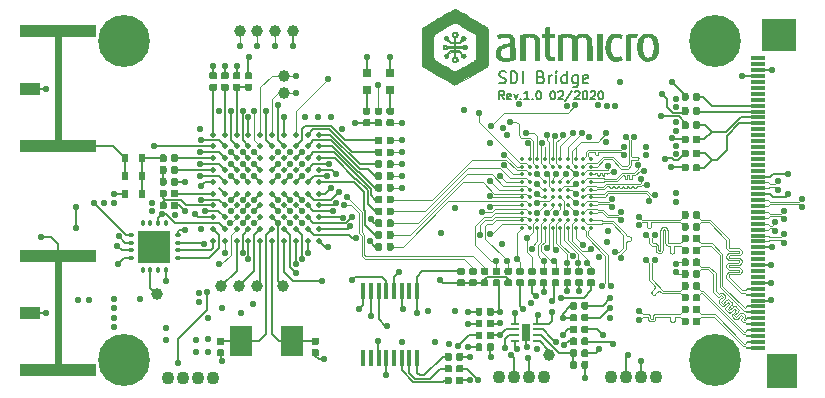
<source format=gbr>
G04 #@! TF.GenerationSoftware,KiCad,Pcbnew,5.1.5+dfsg1-2~bpo10+1*
G04 #@! TF.CreationDate,2020-03-26T22:27:21+01:00*
G04 #@! TF.ProjectId,SDI-bridge,5344492d-6272-4696-9467-652e6b696361,rev?*
G04 #@! TF.SameCoordinates,Original*
G04 #@! TF.FileFunction,Copper,L1,Top*
G04 #@! TF.FilePolarity,Positive*
%FSLAX46Y46*%
G04 Gerber Fmt 4.6, Leading zero omitted, Abs format (unit mm)*
G04 Created by KiCad (PCBNEW 5.1.5+dfsg1-2~bpo10+1) date 2020-03-26 22:27:21*
%MOMM*%
%LPD*%
G04 APERTURE LIST*
%ADD10C,0.150000*%
%ADD11C,0.200000*%
%ADD12C,0.001860*%
%ADD13C,1.100000*%
%ADD14C,0.350000*%
%ADD15C,1.000000*%
%ADD16R,2.760000X2.760000*%
%ADD17O,0.350000X0.650000*%
%ADD18O,0.650000X0.350000*%
%ADD19C,0.100000*%
%ADD20R,0.800000X0.800000*%
%ADD21R,0.700000X0.250000*%
%ADD22R,1.200000X0.300000*%
%ADD23R,3.000000X2.700000*%
%ADD24R,2.500000X3.000000*%
%ADD25R,0.350000X1.450000*%
%ADD26R,1.750000X1.100000*%
%ADD27R,6.450000X1.100000*%
%ADD28C,0.500000*%
%ADD29R,1.900000X2.600000*%
%ADD30R,0.600000X0.800000*%
%ADD31C,0.550000*%
%ADD32C,4.400000*%
%ADD33C,0.600000*%
G04 APERTURE END LIST*
D10*
X141126666Y-107916666D02*
X140893333Y-107583333D01*
X140726666Y-107916666D02*
X140726666Y-107216666D01*
X140993333Y-107216666D01*
X141060000Y-107250000D01*
X141093333Y-107283333D01*
X141126666Y-107350000D01*
X141126666Y-107450000D01*
X141093333Y-107516666D01*
X141060000Y-107550000D01*
X140993333Y-107583333D01*
X140726666Y-107583333D01*
X141693333Y-107883333D02*
X141626666Y-107916666D01*
X141493333Y-107916666D01*
X141426666Y-107883333D01*
X141393333Y-107816666D01*
X141393333Y-107550000D01*
X141426666Y-107483333D01*
X141493333Y-107450000D01*
X141626666Y-107450000D01*
X141693333Y-107483333D01*
X141726666Y-107550000D01*
X141726666Y-107616666D01*
X141393333Y-107683333D01*
X141960000Y-107450000D02*
X142126666Y-107916666D01*
X142293333Y-107450000D01*
X142560000Y-107850000D02*
X142593333Y-107883333D01*
X142560000Y-107916666D01*
X142526666Y-107883333D01*
X142560000Y-107850000D01*
X142560000Y-107916666D01*
X143260000Y-107916666D02*
X142860000Y-107916666D01*
X143060000Y-107916666D02*
X143060000Y-107216666D01*
X142993333Y-107316666D01*
X142926666Y-107383333D01*
X142860000Y-107416666D01*
X143560000Y-107850000D02*
X143593333Y-107883333D01*
X143560000Y-107916666D01*
X143526666Y-107883333D01*
X143560000Y-107850000D01*
X143560000Y-107916666D01*
X144026666Y-107216666D02*
X144093333Y-107216666D01*
X144160000Y-107250000D01*
X144193333Y-107283333D01*
X144226666Y-107350000D01*
X144260000Y-107483333D01*
X144260000Y-107650000D01*
X144226666Y-107783333D01*
X144193333Y-107850000D01*
X144160000Y-107883333D01*
X144093333Y-107916666D01*
X144026666Y-107916666D01*
X143960000Y-107883333D01*
X143926666Y-107850000D01*
X143893333Y-107783333D01*
X143860000Y-107650000D01*
X143860000Y-107483333D01*
X143893333Y-107350000D01*
X143926666Y-107283333D01*
X143960000Y-107250000D01*
X144026666Y-107216666D01*
X145226666Y-107216666D02*
X145293333Y-107216666D01*
X145360000Y-107250000D01*
X145393333Y-107283333D01*
X145426666Y-107350000D01*
X145460000Y-107483333D01*
X145460000Y-107650000D01*
X145426666Y-107783333D01*
X145393333Y-107850000D01*
X145360000Y-107883333D01*
X145293333Y-107916666D01*
X145226666Y-107916666D01*
X145160000Y-107883333D01*
X145126666Y-107850000D01*
X145093333Y-107783333D01*
X145060000Y-107650000D01*
X145060000Y-107483333D01*
X145093333Y-107350000D01*
X145126666Y-107283333D01*
X145160000Y-107250000D01*
X145226666Y-107216666D01*
X145726666Y-107283333D02*
X145760000Y-107250000D01*
X145826666Y-107216666D01*
X145993333Y-107216666D01*
X146060000Y-107250000D01*
X146093333Y-107283333D01*
X146126666Y-107350000D01*
X146126666Y-107416666D01*
X146093333Y-107516666D01*
X145693333Y-107916666D01*
X146126666Y-107916666D01*
X146926666Y-107183333D02*
X146326666Y-108083333D01*
X147126666Y-107283333D02*
X147160000Y-107250000D01*
X147226666Y-107216666D01*
X147393333Y-107216666D01*
X147460000Y-107250000D01*
X147493333Y-107283333D01*
X147526666Y-107350000D01*
X147526666Y-107416666D01*
X147493333Y-107516666D01*
X147093333Y-107916666D01*
X147526666Y-107916666D01*
X147960000Y-107216666D02*
X148026666Y-107216666D01*
X148093333Y-107250000D01*
X148126666Y-107283333D01*
X148160000Y-107350000D01*
X148193333Y-107483333D01*
X148193333Y-107650000D01*
X148160000Y-107783333D01*
X148126666Y-107850000D01*
X148093333Y-107883333D01*
X148026666Y-107916666D01*
X147960000Y-107916666D01*
X147893333Y-107883333D01*
X147860000Y-107850000D01*
X147826666Y-107783333D01*
X147793333Y-107650000D01*
X147793333Y-107483333D01*
X147826666Y-107350000D01*
X147860000Y-107283333D01*
X147893333Y-107250000D01*
X147960000Y-107216666D01*
X148460000Y-107283333D02*
X148493333Y-107250000D01*
X148560000Y-107216666D01*
X148726666Y-107216666D01*
X148793333Y-107250000D01*
X148826666Y-107283333D01*
X148860000Y-107350000D01*
X148860000Y-107416666D01*
X148826666Y-107516666D01*
X148426666Y-107916666D01*
X148860000Y-107916666D01*
X149293333Y-107216666D02*
X149360000Y-107216666D01*
X149426666Y-107250000D01*
X149460000Y-107283333D01*
X149493333Y-107350000D01*
X149526666Y-107483333D01*
X149526666Y-107650000D01*
X149493333Y-107783333D01*
X149460000Y-107850000D01*
X149426666Y-107883333D01*
X149360000Y-107916666D01*
X149293333Y-107916666D01*
X149226666Y-107883333D01*
X149193333Y-107850000D01*
X149160000Y-107783333D01*
X149126666Y-107650000D01*
X149126666Y-107483333D01*
X149160000Y-107350000D01*
X149193333Y-107283333D01*
X149226666Y-107250000D01*
X149293333Y-107216666D01*
D11*
X140704285Y-106504761D02*
X140847142Y-106552380D01*
X141085238Y-106552380D01*
X141180476Y-106504761D01*
X141228095Y-106457142D01*
X141275714Y-106361904D01*
X141275714Y-106266666D01*
X141228095Y-106171428D01*
X141180476Y-106123809D01*
X141085238Y-106076190D01*
X140894761Y-106028571D01*
X140799523Y-105980952D01*
X140751904Y-105933333D01*
X140704285Y-105838095D01*
X140704285Y-105742857D01*
X140751904Y-105647619D01*
X140799523Y-105600000D01*
X140894761Y-105552380D01*
X141132857Y-105552380D01*
X141275714Y-105600000D01*
X141704285Y-106552380D02*
X141704285Y-105552380D01*
X141942380Y-105552380D01*
X142085238Y-105600000D01*
X142180476Y-105695238D01*
X142228095Y-105790476D01*
X142275714Y-105980952D01*
X142275714Y-106123809D01*
X142228095Y-106314285D01*
X142180476Y-106409523D01*
X142085238Y-106504761D01*
X141942380Y-106552380D01*
X141704285Y-106552380D01*
X142704285Y-106552380D02*
X142704285Y-105552380D01*
X144275714Y-106028571D02*
X144418571Y-106076190D01*
X144466190Y-106123809D01*
X144513809Y-106219047D01*
X144513809Y-106361904D01*
X144466190Y-106457142D01*
X144418571Y-106504761D01*
X144323333Y-106552380D01*
X143942380Y-106552380D01*
X143942380Y-105552380D01*
X144275714Y-105552380D01*
X144370952Y-105600000D01*
X144418571Y-105647619D01*
X144466190Y-105742857D01*
X144466190Y-105838095D01*
X144418571Y-105933333D01*
X144370952Y-105980952D01*
X144275714Y-106028571D01*
X143942380Y-106028571D01*
X144942380Y-106552380D02*
X144942380Y-105885714D01*
X144942380Y-106076190D02*
X144990000Y-105980952D01*
X145037619Y-105933333D01*
X145132857Y-105885714D01*
X145228095Y-105885714D01*
X145561428Y-106552380D02*
X145561428Y-105885714D01*
X145561428Y-105552380D02*
X145513809Y-105600000D01*
X145561428Y-105647619D01*
X145609047Y-105600000D01*
X145561428Y-105552380D01*
X145561428Y-105647619D01*
X146466190Y-106552380D02*
X146466190Y-105552380D01*
X146466190Y-106504761D02*
X146370952Y-106552380D01*
X146180476Y-106552380D01*
X146085238Y-106504761D01*
X146037619Y-106457142D01*
X145990000Y-106361904D01*
X145990000Y-106076190D01*
X146037619Y-105980952D01*
X146085238Y-105933333D01*
X146180476Y-105885714D01*
X146370952Y-105885714D01*
X146466190Y-105933333D01*
X147370952Y-105885714D02*
X147370952Y-106695238D01*
X147323333Y-106790476D01*
X147275714Y-106838095D01*
X147180476Y-106885714D01*
X147037619Y-106885714D01*
X146942380Y-106838095D01*
X147370952Y-106504761D02*
X147275714Y-106552380D01*
X147085238Y-106552380D01*
X146990000Y-106504761D01*
X146942380Y-106457142D01*
X146894761Y-106361904D01*
X146894761Y-106076190D01*
X146942380Y-105980952D01*
X146990000Y-105933333D01*
X147085238Y-105885714D01*
X147275714Y-105885714D01*
X147370952Y-105933333D01*
X148228095Y-106504761D02*
X148132857Y-106552380D01*
X147942380Y-106552380D01*
X147847142Y-106504761D01*
X147799523Y-106409523D01*
X147799523Y-106028571D01*
X147847142Y-105933333D01*
X147942380Y-105885714D01*
X148132857Y-105885714D01*
X148228095Y-105933333D01*
X148275714Y-106028571D01*
X148275714Y-106123809D01*
X147799523Y-106219047D01*
D12*
G36*
X137027858Y-100304154D02*
G01*
X137093014Y-100319089D01*
X137094103Y-100319539D01*
X137114597Y-100330232D01*
X137159945Y-100355318D01*
X137227742Y-100393414D01*
X137315582Y-100443138D01*
X137421060Y-100503105D01*
X137541770Y-100571933D01*
X137675306Y-100648238D01*
X137819263Y-100730638D01*
X137971236Y-100817750D01*
X138128818Y-100908190D01*
X138289605Y-101000575D01*
X138451190Y-101093522D01*
X138611169Y-101185648D01*
X138767134Y-101275570D01*
X138916682Y-101361904D01*
X139057406Y-101443268D01*
X139186901Y-101518279D01*
X139302761Y-101585553D01*
X139402580Y-101643707D01*
X139483954Y-101691359D01*
X139544476Y-101727124D01*
X139581741Y-101749621D01*
X139585999Y-101752284D01*
X139652798Y-101807139D01*
X139704109Y-101872739D01*
X139746938Y-101945594D01*
X139751185Y-103446694D01*
X139751822Y-103733912D01*
X139752033Y-103993067D01*
X139751819Y-104223768D01*
X139751183Y-104425625D01*
X139750130Y-104598247D01*
X139748661Y-104741242D01*
X139746779Y-104854219D01*
X139744489Y-104936788D01*
X139741791Y-104988558D01*
X139739421Y-105007256D01*
X139732991Y-105030965D01*
X139726136Y-105052589D01*
X139717223Y-105073216D01*
X139704614Y-105093937D01*
X139686676Y-105115840D01*
X139661773Y-105140014D01*
X139628270Y-105167548D01*
X139584531Y-105199532D01*
X139528923Y-105237053D01*
X139459809Y-105281202D01*
X139375555Y-105333068D01*
X139274525Y-105393738D01*
X139155084Y-105464304D01*
X139015598Y-105545853D01*
X138854430Y-105639474D01*
X138669947Y-105746257D01*
X138460513Y-105867291D01*
X138367302Y-105921142D01*
X137101274Y-106652603D01*
X136983164Y-106658672D01*
X136865054Y-106664742D01*
X136400488Y-106397563D01*
X136116010Y-106233979D01*
X135857538Y-106085352D01*
X135623807Y-105950884D01*
X135413550Y-105829777D01*
X135225501Y-105721231D01*
X135058394Y-105624450D01*
X134910963Y-105538634D01*
X134781943Y-105462986D01*
X134670066Y-105396708D01*
X134574068Y-105339000D01*
X134492682Y-105289066D01*
X134424642Y-105246106D01*
X134368682Y-105209323D01*
X134323535Y-105177918D01*
X134287937Y-105151094D01*
X134260621Y-105128051D01*
X134240322Y-105107992D01*
X134225772Y-105090119D01*
X134215706Y-105073633D01*
X134208858Y-105057736D01*
X134203961Y-105041630D01*
X134199751Y-105024516D01*
X134195421Y-105007290D01*
X134192405Y-104979658D01*
X134189795Y-104920912D01*
X134187593Y-104831435D01*
X134185802Y-104711605D01*
X134184425Y-104561803D01*
X134183466Y-104382410D01*
X134182926Y-104173806D01*
X134182809Y-103936373D01*
X134183118Y-103670489D01*
X134183566Y-103481024D01*
X135156396Y-103481024D01*
X135156417Y-103685721D01*
X135156598Y-103861328D01*
X135157116Y-104010252D01*
X135158149Y-104134899D01*
X135159873Y-104237676D01*
X135162465Y-104320988D01*
X135166103Y-104387244D01*
X135170964Y-104438847D01*
X135177225Y-104478206D01*
X135185063Y-104507727D01*
X135194655Y-104529815D01*
X135206178Y-104546878D01*
X135219810Y-104561321D01*
X135235727Y-104575552D01*
X135237043Y-104576700D01*
X135258142Y-104591079D01*
X135303539Y-104619185D01*
X135370268Y-104659311D01*
X135455363Y-104709750D01*
X135555858Y-104768796D01*
X135668787Y-104834740D01*
X135791184Y-104905876D01*
X135920083Y-104980497D01*
X136052519Y-105056896D01*
X136185524Y-105133365D01*
X136316134Y-105208198D01*
X136441382Y-105279687D01*
X136558302Y-105346126D01*
X136663929Y-105405807D01*
X136755296Y-105457023D01*
X136829437Y-105498068D01*
X136883387Y-105527233D01*
X136914179Y-105542813D01*
X136919008Y-105544762D01*
X136958054Y-105555408D01*
X136985348Y-105556037D01*
X137017695Y-105545649D01*
X137036880Y-105537739D01*
X137063112Y-105524599D01*
X137113026Y-105497524D01*
X137183637Y-105458241D01*
X137271960Y-105408476D01*
X137375011Y-105349956D01*
X137489804Y-105284405D01*
X137613356Y-105213552D01*
X137742682Y-105139121D01*
X137874798Y-105062839D01*
X138006718Y-104986433D01*
X138135459Y-104911628D01*
X138258035Y-104840151D01*
X138371463Y-104773728D01*
X138472757Y-104714084D01*
X138558933Y-104662947D01*
X138627006Y-104622043D01*
X138673993Y-104593097D01*
X138696907Y-104577836D01*
X138697789Y-104577104D01*
X138713891Y-104562621D01*
X138727693Y-104548146D01*
X138739373Y-104531271D01*
X138749107Y-104509588D01*
X138757073Y-104480687D01*
X138763448Y-104442161D01*
X138768409Y-104391599D01*
X138772133Y-104326593D01*
X138774798Y-104244736D01*
X138776581Y-104143616D01*
X138777659Y-104020827D01*
X138778210Y-103873959D01*
X138778409Y-103700603D01*
X138778436Y-103498351D01*
X138778436Y-103481024D01*
X138778433Y-103275425D01*
X138778286Y-103098931D01*
X138777785Y-102949151D01*
X138776720Y-102823693D01*
X138774883Y-102720166D01*
X138772065Y-102636179D01*
X138768055Y-102569341D01*
X138762645Y-102517260D01*
X138755625Y-102477546D01*
X138746787Y-102447806D01*
X138735921Y-102425651D01*
X138722818Y-102408689D01*
X138707268Y-102394528D01*
X138689063Y-102380778D01*
X138681682Y-102375367D01*
X138658559Y-102360489D01*
X138610728Y-102331464D01*
X138540802Y-102289824D01*
X138451389Y-102237098D01*
X138345101Y-102174817D01*
X138224547Y-102104511D01*
X138092339Y-102027711D01*
X137951087Y-101945947D01*
X137832007Y-101877229D01*
X137661856Y-101779299D01*
X137516715Y-101696096D01*
X137394403Y-101626459D01*
X137292734Y-101569225D01*
X137209526Y-101523232D01*
X137142595Y-101487319D01*
X137089758Y-101460324D01*
X137048831Y-101441084D01*
X137017631Y-101428437D01*
X136993975Y-101421223D01*
X136975678Y-101418279D01*
X136969103Y-101418036D01*
X136952641Y-101419524D01*
X136931755Y-101424750D01*
X136904300Y-101434861D01*
X136868133Y-101451000D01*
X136821110Y-101474313D01*
X136761086Y-101505945D01*
X136685917Y-101547041D01*
X136593461Y-101598745D01*
X136481573Y-101662204D01*
X136348109Y-101738561D01*
X136190925Y-101828962D01*
X136080890Y-101892410D01*
X135932796Y-101977998D01*
X135792296Y-102059465D01*
X135661858Y-102135359D01*
X135543955Y-102204231D01*
X135441056Y-102264630D01*
X135355632Y-102315107D01*
X135290154Y-102354212D01*
X135247094Y-102380493D01*
X135229025Y-102392409D01*
X135214524Y-102405426D01*
X135202094Y-102419199D01*
X135191576Y-102436121D01*
X135182809Y-102458583D01*
X135175635Y-102488976D01*
X135169894Y-102529694D01*
X135165426Y-102583129D01*
X135162072Y-102651671D01*
X135159671Y-102737713D01*
X135158066Y-102843647D01*
X135157095Y-102971865D01*
X135156599Y-103124759D01*
X135156420Y-103304721D01*
X135156396Y-103481024D01*
X134183566Y-103481024D01*
X134183647Y-103446694D01*
X134184326Y-103191526D01*
X134184912Y-102965932D01*
X134185528Y-102767989D01*
X134186293Y-102595776D01*
X134187330Y-102447371D01*
X134188759Y-102320852D01*
X134190703Y-102214298D01*
X134193282Y-102125786D01*
X134196617Y-102053395D01*
X134200830Y-101995202D01*
X134206043Y-101949287D01*
X134212376Y-101913727D01*
X134219950Y-101886600D01*
X134228888Y-101865985D01*
X134239310Y-101849960D01*
X134251338Y-101836603D01*
X134265092Y-101823992D01*
X134280695Y-101810205D01*
X134287316Y-101804086D01*
X134307386Y-101790068D01*
X134352768Y-101761538D01*
X134421464Y-101719677D01*
X134511476Y-101665663D01*
X134620806Y-101600676D01*
X134747456Y-101525895D01*
X134889428Y-101442500D01*
X135044725Y-101351669D01*
X135211348Y-101254582D01*
X135387300Y-101152419D01*
X135570582Y-101046358D01*
X135590141Y-101035061D01*
X135803799Y-100911694D01*
X135991960Y-100803139D01*
X136156390Y-100708439D01*
X136298857Y-100626639D01*
X136421128Y-100556782D01*
X136524970Y-100497911D01*
X136612150Y-100449071D01*
X136684435Y-100409306D01*
X136743592Y-100377659D01*
X136791390Y-100353174D01*
X136829594Y-100334896D01*
X136859972Y-100321867D01*
X136884292Y-100313131D01*
X136904319Y-100307733D01*
X136921823Y-100304716D01*
X136938569Y-100303125D01*
X136943480Y-100302797D01*
X137027858Y-100304154D01*
G37*
X137027858Y-100304154D02*
X137093014Y-100319089D01*
X137094103Y-100319539D01*
X137114597Y-100330232D01*
X137159945Y-100355318D01*
X137227742Y-100393414D01*
X137315582Y-100443138D01*
X137421060Y-100503105D01*
X137541770Y-100571933D01*
X137675306Y-100648238D01*
X137819263Y-100730638D01*
X137971236Y-100817750D01*
X138128818Y-100908190D01*
X138289605Y-101000575D01*
X138451190Y-101093522D01*
X138611169Y-101185648D01*
X138767134Y-101275570D01*
X138916682Y-101361904D01*
X139057406Y-101443268D01*
X139186901Y-101518279D01*
X139302761Y-101585553D01*
X139402580Y-101643707D01*
X139483954Y-101691359D01*
X139544476Y-101727124D01*
X139581741Y-101749621D01*
X139585999Y-101752284D01*
X139652798Y-101807139D01*
X139704109Y-101872739D01*
X139746938Y-101945594D01*
X139751185Y-103446694D01*
X139751822Y-103733912D01*
X139752033Y-103993067D01*
X139751819Y-104223768D01*
X139751183Y-104425625D01*
X139750130Y-104598247D01*
X139748661Y-104741242D01*
X139746779Y-104854219D01*
X139744489Y-104936788D01*
X139741791Y-104988558D01*
X139739421Y-105007256D01*
X139732991Y-105030965D01*
X139726136Y-105052589D01*
X139717223Y-105073216D01*
X139704614Y-105093937D01*
X139686676Y-105115840D01*
X139661773Y-105140014D01*
X139628270Y-105167548D01*
X139584531Y-105199532D01*
X139528923Y-105237053D01*
X139459809Y-105281202D01*
X139375555Y-105333068D01*
X139274525Y-105393738D01*
X139155084Y-105464304D01*
X139015598Y-105545853D01*
X138854430Y-105639474D01*
X138669947Y-105746257D01*
X138460513Y-105867291D01*
X138367302Y-105921142D01*
X137101274Y-106652603D01*
X136983164Y-106658672D01*
X136865054Y-106664742D01*
X136400488Y-106397563D01*
X136116010Y-106233979D01*
X135857538Y-106085352D01*
X135623807Y-105950884D01*
X135413550Y-105829777D01*
X135225501Y-105721231D01*
X135058394Y-105624450D01*
X134910963Y-105538634D01*
X134781943Y-105462986D01*
X134670066Y-105396708D01*
X134574068Y-105339000D01*
X134492682Y-105289066D01*
X134424642Y-105246106D01*
X134368682Y-105209323D01*
X134323535Y-105177918D01*
X134287937Y-105151094D01*
X134260621Y-105128051D01*
X134240322Y-105107992D01*
X134225772Y-105090119D01*
X134215706Y-105073633D01*
X134208858Y-105057736D01*
X134203961Y-105041630D01*
X134199751Y-105024516D01*
X134195421Y-105007290D01*
X134192405Y-104979658D01*
X134189795Y-104920912D01*
X134187593Y-104831435D01*
X134185802Y-104711605D01*
X134184425Y-104561803D01*
X134183466Y-104382410D01*
X134182926Y-104173806D01*
X134182809Y-103936373D01*
X134183118Y-103670489D01*
X134183566Y-103481024D01*
X135156396Y-103481024D01*
X135156417Y-103685721D01*
X135156598Y-103861328D01*
X135157116Y-104010252D01*
X135158149Y-104134899D01*
X135159873Y-104237676D01*
X135162465Y-104320988D01*
X135166103Y-104387244D01*
X135170964Y-104438847D01*
X135177225Y-104478206D01*
X135185063Y-104507727D01*
X135194655Y-104529815D01*
X135206178Y-104546878D01*
X135219810Y-104561321D01*
X135235727Y-104575552D01*
X135237043Y-104576700D01*
X135258142Y-104591079D01*
X135303539Y-104619185D01*
X135370268Y-104659311D01*
X135455363Y-104709750D01*
X135555858Y-104768796D01*
X135668787Y-104834740D01*
X135791184Y-104905876D01*
X135920083Y-104980497D01*
X136052519Y-105056896D01*
X136185524Y-105133365D01*
X136316134Y-105208198D01*
X136441382Y-105279687D01*
X136558302Y-105346126D01*
X136663929Y-105405807D01*
X136755296Y-105457023D01*
X136829437Y-105498068D01*
X136883387Y-105527233D01*
X136914179Y-105542813D01*
X136919008Y-105544762D01*
X136958054Y-105555408D01*
X136985348Y-105556037D01*
X137017695Y-105545649D01*
X137036880Y-105537739D01*
X137063112Y-105524599D01*
X137113026Y-105497524D01*
X137183637Y-105458241D01*
X137271960Y-105408476D01*
X137375011Y-105349956D01*
X137489804Y-105284405D01*
X137613356Y-105213552D01*
X137742682Y-105139121D01*
X137874798Y-105062839D01*
X138006718Y-104986433D01*
X138135459Y-104911628D01*
X138258035Y-104840151D01*
X138371463Y-104773728D01*
X138472757Y-104714084D01*
X138558933Y-104662947D01*
X138627006Y-104622043D01*
X138673993Y-104593097D01*
X138696907Y-104577836D01*
X138697789Y-104577104D01*
X138713891Y-104562621D01*
X138727693Y-104548146D01*
X138739373Y-104531271D01*
X138749107Y-104509588D01*
X138757073Y-104480687D01*
X138763448Y-104442161D01*
X138768409Y-104391599D01*
X138772133Y-104326593D01*
X138774798Y-104244736D01*
X138776581Y-104143616D01*
X138777659Y-104020827D01*
X138778210Y-103873959D01*
X138778409Y-103700603D01*
X138778436Y-103498351D01*
X138778436Y-103481024D01*
X138778433Y-103275425D01*
X138778286Y-103098931D01*
X138777785Y-102949151D01*
X138776720Y-102823693D01*
X138774883Y-102720166D01*
X138772065Y-102636179D01*
X138768055Y-102569341D01*
X138762645Y-102517260D01*
X138755625Y-102477546D01*
X138746787Y-102447806D01*
X138735921Y-102425651D01*
X138722818Y-102408689D01*
X138707268Y-102394528D01*
X138689063Y-102380778D01*
X138681682Y-102375367D01*
X138658559Y-102360489D01*
X138610728Y-102331464D01*
X138540802Y-102289824D01*
X138451389Y-102237098D01*
X138345101Y-102174817D01*
X138224547Y-102104511D01*
X138092339Y-102027711D01*
X137951087Y-101945947D01*
X137832007Y-101877229D01*
X137661856Y-101779299D01*
X137516715Y-101696096D01*
X137394403Y-101626459D01*
X137292734Y-101569225D01*
X137209526Y-101523232D01*
X137142595Y-101487319D01*
X137089758Y-101460324D01*
X137048831Y-101441084D01*
X137017631Y-101428437D01*
X136993975Y-101421223D01*
X136975678Y-101418279D01*
X136969103Y-101418036D01*
X136952641Y-101419524D01*
X136931755Y-101424750D01*
X136904300Y-101434861D01*
X136868133Y-101451000D01*
X136821110Y-101474313D01*
X136761086Y-101505945D01*
X136685917Y-101547041D01*
X136593461Y-101598745D01*
X136481573Y-101662204D01*
X136348109Y-101738561D01*
X136190925Y-101828962D01*
X136080890Y-101892410D01*
X135932796Y-101977998D01*
X135792296Y-102059465D01*
X135661858Y-102135359D01*
X135543955Y-102204231D01*
X135441056Y-102264630D01*
X135355632Y-102315107D01*
X135290154Y-102354212D01*
X135247094Y-102380493D01*
X135229025Y-102392409D01*
X135214524Y-102405426D01*
X135202094Y-102419199D01*
X135191576Y-102436121D01*
X135182809Y-102458583D01*
X135175635Y-102488976D01*
X135169894Y-102529694D01*
X135165426Y-102583129D01*
X135162072Y-102651671D01*
X135159671Y-102737713D01*
X135158066Y-102843647D01*
X135157095Y-102971865D01*
X135156599Y-103124759D01*
X135156420Y-103304721D01*
X135156396Y-103481024D01*
X134183566Y-103481024D01*
X134183647Y-103446694D01*
X134184326Y-103191526D01*
X134184912Y-102965932D01*
X134185528Y-102767989D01*
X134186293Y-102595776D01*
X134187330Y-102447371D01*
X134188759Y-102320852D01*
X134190703Y-102214298D01*
X134193282Y-102125786D01*
X134196617Y-102053395D01*
X134200830Y-101995202D01*
X134206043Y-101949287D01*
X134212376Y-101913727D01*
X134219950Y-101886600D01*
X134228888Y-101865985D01*
X134239310Y-101849960D01*
X134251338Y-101836603D01*
X134265092Y-101823992D01*
X134280695Y-101810205D01*
X134287316Y-101804086D01*
X134307386Y-101790068D01*
X134352768Y-101761538D01*
X134421464Y-101719677D01*
X134511476Y-101665663D01*
X134620806Y-101600676D01*
X134747456Y-101525895D01*
X134889428Y-101442500D01*
X135044725Y-101351669D01*
X135211348Y-101254582D01*
X135387300Y-101152419D01*
X135570582Y-101046358D01*
X135590141Y-101035061D01*
X135803799Y-100911694D01*
X135991960Y-100803139D01*
X136156390Y-100708439D01*
X136298857Y-100626639D01*
X136421128Y-100556782D01*
X136524970Y-100497911D01*
X136612150Y-100449071D01*
X136684435Y-100409306D01*
X136743592Y-100377659D01*
X136791390Y-100353174D01*
X136829594Y-100334896D01*
X136859972Y-100321867D01*
X136884292Y-100313131D01*
X136904319Y-100307733D01*
X136921823Y-100304716D01*
X136938569Y-100303125D01*
X136943480Y-100302797D01*
X137027858Y-100304154D01*
G36*
X141417751Y-102357833D02*
G01*
X141517450Y-102376497D01*
X141630608Y-102411190D01*
X141721916Y-102454245D01*
X141800837Y-102510654D01*
X141839641Y-102546444D01*
X141896867Y-102617912D01*
X141948247Y-102709412D01*
X141988063Y-102809483D01*
X142006450Y-102880881D01*
X142010100Y-102916332D01*
X142013376Y-102980657D01*
X142016231Y-103071233D01*
X142018613Y-103185439D01*
X142020475Y-103320653D01*
X142021765Y-103474254D01*
X142022436Y-103643621D01*
X142022524Y-103734404D01*
X142022524Y-104503170D01*
X141948716Y-104535819D01*
X141816561Y-104583297D01*
X141663469Y-104619980D01*
X141498484Y-104644719D01*
X141330650Y-104656367D01*
X141169012Y-104653776D01*
X141083755Y-104645571D01*
X140916711Y-104612290D01*
X140773931Y-104559385D01*
X140655703Y-104487171D01*
X140562314Y-104395962D01*
X140494051Y-104286070D01*
X140451202Y-104157809D01*
X140434054Y-104011493D01*
X140434884Y-103938039D01*
X140436891Y-103924154D01*
X140797704Y-103924154D01*
X140800632Y-104054438D01*
X140828945Y-104167040D01*
X140882035Y-104261021D01*
X140959297Y-104335443D01*
X141060127Y-104389368D01*
X141108361Y-104405398D01*
X141169981Y-104415934D01*
X141252502Y-104420730D01*
X141345929Y-104420162D01*
X141440266Y-104414607D01*
X141525517Y-104404439D01*
X141591688Y-104390036D01*
X141601265Y-104386856D01*
X141676068Y-104359951D01*
X141676068Y-103368522D01*
X141585517Y-103379447D01*
X141527727Y-103388538D01*
X141452910Y-103403205D01*
X141374431Y-103420765D01*
X141349756Y-103426800D01*
X141188315Y-103476434D01*
X141055748Y-103537420D01*
X140951297Y-103610441D01*
X140874201Y-103696184D01*
X140823701Y-103795331D01*
X140799037Y-103908569D01*
X140797704Y-103924154D01*
X140436891Y-103924154D01*
X140455388Y-103796169D01*
X140502933Y-103670045D01*
X140578113Y-103558308D01*
X140621016Y-103512457D01*
X140715816Y-103437132D01*
X140837700Y-103367807D01*
X140982579Y-103305995D01*
X141146361Y-103253213D01*
X141324957Y-103210977D01*
X141514275Y-103180801D01*
X141517104Y-103180456D01*
X141680366Y-103160670D01*
X141670927Y-103026926D01*
X141652663Y-102900797D01*
X141616434Y-102799588D01*
X141560603Y-102721285D01*
X141483535Y-102663874D01*
X141383592Y-102625341D01*
X141335755Y-102614557D01*
X141205531Y-102603216D01*
X141060788Y-102614064D01*
X140908300Y-102646084D01*
X140754839Y-102698258D01*
X140741329Y-102703858D01*
X140692899Y-102723070D01*
X140657419Y-102734946D01*
X140643320Y-102736989D01*
X140635289Y-102720365D01*
X140620176Y-102683295D01*
X140601470Y-102635006D01*
X140582660Y-102584722D01*
X140567235Y-102541667D01*
X140558684Y-102515065D01*
X140557960Y-102511296D01*
X140571145Y-102501016D01*
X140605372Y-102482840D01*
X140643843Y-102464933D01*
X140785211Y-102413792D01*
X140941962Y-102376633D01*
X141105420Y-102354335D01*
X141266908Y-102347775D01*
X141417751Y-102357833D01*
G37*
X141417751Y-102357833D02*
X141517450Y-102376497D01*
X141630608Y-102411190D01*
X141721916Y-102454245D01*
X141800837Y-102510654D01*
X141839641Y-102546444D01*
X141896867Y-102617912D01*
X141948247Y-102709412D01*
X141988063Y-102809483D01*
X142006450Y-102880881D01*
X142010100Y-102916332D01*
X142013376Y-102980657D01*
X142016231Y-103071233D01*
X142018613Y-103185439D01*
X142020475Y-103320653D01*
X142021765Y-103474254D01*
X142022436Y-103643621D01*
X142022524Y-103734404D01*
X142022524Y-104503170D01*
X141948716Y-104535819D01*
X141816561Y-104583297D01*
X141663469Y-104619980D01*
X141498484Y-104644719D01*
X141330650Y-104656367D01*
X141169012Y-104653776D01*
X141083755Y-104645571D01*
X140916711Y-104612290D01*
X140773931Y-104559385D01*
X140655703Y-104487171D01*
X140562314Y-104395962D01*
X140494051Y-104286070D01*
X140451202Y-104157809D01*
X140434054Y-104011493D01*
X140434884Y-103938039D01*
X140436891Y-103924154D01*
X140797704Y-103924154D01*
X140800632Y-104054438D01*
X140828945Y-104167040D01*
X140882035Y-104261021D01*
X140959297Y-104335443D01*
X141060127Y-104389368D01*
X141108361Y-104405398D01*
X141169981Y-104415934D01*
X141252502Y-104420730D01*
X141345929Y-104420162D01*
X141440266Y-104414607D01*
X141525517Y-104404439D01*
X141591688Y-104390036D01*
X141601265Y-104386856D01*
X141676068Y-104359951D01*
X141676068Y-103368522D01*
X141585517Y-103379447D01*
X141527727Y-103388538D01*
X141452910Y-103403205D01*
X141374431Y-103420765D01*
X141349756Y-103426800D01*
X141188315Y-103476434D01*
X141055748Y-103537420D01*
X140951297Y-103610441D01*
X140874201Y-103696184D01*
X140823701Y-103795331D01*
X140799037Y-103908569D01*
X140797704Y-103924154D01*
X140436891Y-103924154D01*
X140455388Y-103796169D01*
X140502933Y-103670045D01*
X140578113Y-103558308D01*
X140621016Y-103512457D01*
X140715816Y-103437132D01*
X140837700Y-103367807D01*
X140982579Y-103305995D01*
X141146361Y-103253213D01*
X141324957Y-103210977D01*
X141514275Y-103180801D01*
X141517104Y-103180456D01*
X141680366Y-103160670D01*
X141670927Y-103026926D01*
X141652663Y-102900797D01*
X141616434Y-102799588D01*
X141560603Y-102721285D01*
X141483535Y-102663874D01*
X141383592Y-102625341D01*
X141335755Y-102614557D01*
X141205531Y-102603216D01*
X141060788Y-102614064D01*
X140908300Y-102646084D01*
X140754839Y-102698258D01*
X140741329Y-102703858D01*
X140692899Y-102723070D01*
X140657419Y-102734946D01*
X140643320Y-102736989D01*
X140635289Y-102720365D01*
X140620176Y-102683295D01*
X140601470Y-102635006D01*
X140582660Y-102584722D01*
X140567235Y-102541667D01*
X140558684Y-102515065D01*
X140557960Y-102511296D01*
X140571145Y-102501016D01*
X140605372Y-102482840D01*
X140643843Y-102464933D01*
X140785211Y-102413792D01*
X140941962Y-102376633D01*
X141105420Y-102354335D01*
X141266908Y-102347775D01*
X141417751Y-102357833D01*
G36*
X150660642Y-102350011D02*
G01*
X150764340Y-102360059D01*
X150822021Y-102370910D01*
X150881468Y-102388026D01*
X150945304Y-102411271D01*
X151005268Y-102437041D01*
X151053099Y-102461732D01*
X151080536Y-102481740D01*
X151082731Y-102484663D01*
X151081034Y-102504245D01*
X151069691Y-102542719D01*
X151052257Y-102591037D01*
X151032289Y-102640151D01*
X151013344Y-102681015D01*
X150998977Y-102704581D01*
X150995277Y-102707140D01*
X150975840Y-102701467D01*
X150937145Y-102685946D01*
X150897966Y-102668637D01*
X150777556Y-102626817D01*
X150658303Y-102610564D01*
X150545741Y-102620051D01*
X150447082Y-102654575D01*
X150364633Y-102713565D01*
X150289079Y-102800093D01*
X150222796Y-102910527D01*
X150168158Y-103041237D01*
X150144987Y-103116560D01*
X150126700Y-103209379D01*
X150114948Y-103323674D01*
X150109731Y-103450106D01*
X150111048Y-103579342D01*
X150118899Y-103702043D01*
X150133283Y-103808876D01*
X150145029Y-103861403D01*
X150198441Y-104017854D01*
X150265682Y-104146208D01*
X150346949Y-104246760D01*
X150442433Y-104319803D01*
X150449842Y-104323997D01*
X150498046Y-104348461D01*
X150540476Y-104362533D01*
X150589360Y-104368899D01*
X150656928Y-104370247D01*
X150660302Y-104370234D01*
X150731196Y-104367119D01*
X150793423Y-104356543D01*
X150856539Y-104335628D01*
X150930104Y-104301498D01*
X150985132Y-104272451D01*
X150991994Y-104276864D01*
X151003881Y-104297522D01*
X151022273Y-104337671D01*
X151048648Y-104400555D01*
X151084485Y-104489421D01*
X151087856Y-104497878D01*
X151078997Y-104514820D01*
X151046949Y-104538588D01*
X150998267Y-104565640D01*
X150939502Y-104592438D01*
X150877208Y-104615441D01*
X150860962Y-104620446D01*
X150776243Y-104638476D01*
X150674197Y-104650035D01*
X150568370Y-104654337D01*
X150472302Y-104650592D01*
X150431956Y-104645421D01*
X150372955Y-104630449D01*
X150301933Y-104605569D01*
X150235106Y-104576553D01*
X150104393Y-104495216D01*
X149991546Y-104388355D01*
X149897058Y-104256718D01*
X149821420Y-104101051D01*
X149765125Y-103922101D01*
X149746382Y-103834966D01*
X149732710Y-103731836D01*
X149725515Y-103609652D01*
X149724535Y-103477268D01*
X149729505Y-103343541D01*
X149740163Y-103217326D01*
X149756246Y-103107478D01*
X149769781Y-103047966D01*
X149830979Y-102873646D01*
X149911770Y-102721736D01*
X150011148Y-102593374D01*
X150128105Y-102489697D01*
X150261634Y-102411841D01*
X150367885Y-102372292D01*
X150450746Y-102356163D01*
X150552221Y-102348724D01*
X150660642Y-102350011D01*
G37*
X150660642Y-102350011D02*
X150764340Y-102360059D01*
X150822021Y-102370910D01*
X150881468Y-102388026D01*
X150945304Y-102411271D01*
X151005268Y-102437041D01*
X151053099Y-102461732D01*
X151080536Y-102481740D01*
X151082731Y-102484663D01*
X151081034Y-102504245D01*
X151069691Y-102542719D01*
X151052257Y-102591037D01*
X151032289Y-102640151D01*
X151013344Y-102681015D01*
X150998977Y-102704581D01*
X150995277Y-102707140D01*
X150975840Y-102701467D01*
X150937145Y-102685946D01*
X150897966Y-102668637D01*
X150777556Y-102626817D01*
X150658303Y-102610564D01*
X150545741Y-102620051D01*
X150447082Y-102654575D01*
X150364633Y-102713565D01*
X150289079Y-102800093D01*
X150222796Y-102910527D01*
X150168158Y-103041237D01*
X150144987Y-103116560D01*
X150126700Y-103209379D01*
X150114948Y-103323674D01*
X150109731Y-103450106D01*
X150111048Y-103579342D01*
X150118899Y-103702043D01*
X150133283Y-103808876D01*
X150145029Y-103861403D01*
X150198441Y-104017854D01*
X150265682Y-104146208D01*
X150346949Y-104246760D01*
X150442433Y-104319803D01*
X150449842Y-104323997D01*
X150498046Y-104348461D01*
X150540476Y-104362533D01*
X150589360Y-104368899D01*
X150656928Y-104370247D01*
X150660302Y-104370234D01*
X150731196Y-104367119D01*
X150793423Y-104356543D01*
X150856539Y-104335628D01*
X150930104Y-104301498D01*
X150985132Y-104272451D01*
X150991994Y-104276864D01*
X151003881Y-104297522D01*
X151022273Y-104337671D01*
X151048648Y-104400555D01*
X151084485Y-104489421D01*
X151087856Y-104497878D01*
X151078997Y-104514820D01*
X151046949Y-104538588D01*
X150998267Y-104565640D01*
X150939502Y-104592438D01*
X150877208Y-104615441D01*
X150860962Y-104620446D01*
X150776243Y-104638476D01*
X150674197Y-104650035D01*
X150568370Y-104654337D01*
X150472302Y-104650592D01*
X150431956Y-104645421D01*
X150372955Y-104630449D01*
X150301933Y-104605569D01*
X150235106Y-104576553D01*
X150104393Y-104495216D01*
X149991546Y-104388355D01*
X149897058Y-104256718D01*
X149821420Y-104101051D01*
X149765125Y-103922101D01*
X149746382Y-103834966D01*
X149732710Y-103731836D01*
X149725515Y-103609652D01*
X149724535Y-103477268D01*
X149729505Y-103343541D01*
X149740163Y-103217326D01*
X149756246Y-103107478D01*
X149769781Y-103047966D01*
X149830979Y-102873646D01*
X149911770Y-102721736D01*
X150011148Y-102593374D01*
X150128105Y-102489697D01*
X150261634Y-102411841D01*
X150367885Y-102372292D01*
X150450746Y-102356163D01*
X150552221Y-102348724D01*
X150660642Y-102350011D01*
G36*
X153458500Y-102357934D02*
G01*
X153599271Y-102389987D01*
X153723888Y-102445132D01*
X153836461Y-102524942D01*
X153888553Y-102573613D01*
X153988300Y-102695569D01*
X154067318Y-102839028D01*
X154125961Y-103004900D01*
X154164585Y-103194095D01*
X154178095Y-103316636D01*
X154185731Y-103536880D01*
X154172844Y-103742824D01*
X154140106Y-103932524D01*
X154088183Y-104104035D01*
X154017744Y-104255411D01*
X153929459Y-104384707D01*
X153823995Y-104489978D01*
X153758549Y-104537161D01*
X153655336Y-104588408D01*
X153532499Y-104626601D01*
X153399808Y-104650004D01*
X153267028Y-104656884D01*
X153146072Y-104645896D01*
X152990713Y-104603331D01*
X152853021Y-104534959D01*
X152733580Y-104441436D01*
X152632970Y-104323416D01*
X152551776Y-104181552D01*
X152490581Y-104016499D01*
X152457228Y-103872757D01*
X152429196Y-103659469D01*
X152423315Y-103488157D01*
X152799775Y-103488157D01*
X152806639Y-103663941D01*
X152827674Y-103833017D01*
X152862896Y-103988411D01*
X152910663Y-104119537D01*
X152972305Y-104222891D01*
X153050412Y-104303717D01*
X153141038Y-104360398D01*
X153240232Y-104391318D01*
X153344048Y-104394859D01*
X153448537Y-104369405D01*
X153483274Y-104353979D01*
X153571728Y-104295796D01*
X153645071Y-104216116D01*
X153704047Y-104113338D01*
X153749396Y-103985865D01*
X153781861Y-103832097D01*
X153800669Y-103670000D01*
X153808833Y-103472406D01*
X153800784Y-103288380D01*
X153777156Y-103120675D01*
X153738579Y-102972044D01*
X153685687Y-102845239D01*
X153619111Y-102743014D01*
X153577763Y-102699068D01*
X153487830Y-102635409D01*
X153390287Y-102599846D01*
X153289492Y-102591338D01*
X153189802Y-102608846D01*
X153095575Y-102651331D01*
X153011168Y-102717753D01*
X152940939Y-102807073D01*
X152913695Y-102857455D01*
X152864043Y-102990314D01*
X152828494Y-103144368D01*
X152807066Y-103312641D01*
X152799775Y-103488157D01*
X152423315Y-103488157D01*
X152422077Y-103452113D01*
X152435237Y-103253981D01*
X152468043Y-103068364D01*
X152519862Y-102898555D01*
X152590060Y-102747845D01*
X152678004Y-102619525D01*
X152704035Y-102589872D01*
X152817280Y-102488968D01*
X152945238Y-102415332D01*
X153088825Y-102368588D01*
X153248958Y-102348362D01*
X153297464Y-102347401D01*
X153458500Y-102357934D01*
G37*
X153458500Y-102357934D02*
X153599271Y-102389987D01*
X153723888Y-102445132D01*
X153836461Y-102524942D01*
X153888553Y-102573613D01*
X153988300Y-102695569D01*
X154067318Y-102839028D01*
X154125961Y-103004900D01*
X154164585Y-103194095D01*
X154178095Y-103316636D01*
X154185731Y-103536880D01*
X154172844Y-103742824D01*
X154140106Y-103932524D01*
X154088183Y-104104035D01*
X154017744Y-104255411D01*
X153929459Y-104384707D01*
X153823995Y-104489978D01*
X153758549Y-104537161D01*
X153655336Y-104588408D01*
X153532499Y-104626601D01*
X153399808Y-104650004D01*
X153267028Y-104656884D01*
X153146072Y-104645896D01*
X152990713Y-104603331D01*
X152853021Y-104534959D01*
X152733580Y-104441436D01*
X152632970Y-104323416D01*
X152551776Y-104181552D01*
X152490581Y-104016499D01*
X152457228Y-103872757D01*
X152429196Y-103659469D01*
X152423315Y-103488157D01*
X152799775Y-103488157D01*
X152806639Y-103663941D01*
X152827674Y-103833017D01*
X152862896Y-103988411D01*
X152910663Y-104119537D01*
X152972305Y-104222891D01*
X153050412Y-104303717D01*
X153141038Y-104360398D01*
X153240232Y-104391318D01*
X153344048Y-104394859D01*
X153448537Y-104369405D01*
X153483274Y-104353979D01*
X153571728Y-104295796D01*
X153645071Y-104216116D01*
X153704047Y-104113338D01*
X153749396Y-103985865D01*
X153781861Y-103832097D01*
X153800669Y-103670000D01*
X153808833Y-103472406D01*
X153800784Y-103288380D01*
X153777156Y-103120675D01*
X153738579Y-102972044D01*
X153685687Y-102845239D01*
X153619111Y-102743014D01*
X153577763Y-102699068D01*
X153487830Y-102635409D01*
X153390287Y-102599846D01*
X153289492Y-102591338D01*
X153189802Y-102608846D01*
X153095575Y-102651331D01*
X153011168Y-102717753D01*
X152940939Y-102807073D01*
X152913695Y-102857455D01*
X152864043Y-102990314D01*
X152828494Y-103144368D01*
X152807066Y-103312641D01*
X152799775Y-103488157D01*
X152423315Y-103488157D01*
X152422077Y-103452113D01*
X152435237Y-103253981D01*
X152468043Y-103068364D01*
X152519862Y-102898555D01*
X152590060Y-102747845D01*
X152678004Y-102619525D01*
X152704035Y-102589872D01*
X152817280Y-102488968D01*
X152945238Y-102415332D01*
X153088825Y-102368588D01*
X153248958Y-102348362D01*
X153297464Y-102347401D01*
X153458500Y-102357934D01*
G36*
X144975755Y-101779444D02*
G01*
X144978630Y-101821116D01*
X144980930Y-101884735D01*
X144982488Y-101965527D01*
X144983139Y-102058716D01*
X144983148Y-102071578D01*
X144983148Y-102378664D01*
X145361100Y-102378664D01*
X145361100Y-102630632D01*
X144983148Y-102630632D01*
X144983148Y-104168982D01*
X145018973Y-104236729D01*
X145065039Y-104301264D01*
X145124279Y-104341205D01*
X145201404Y-104358928D01*
X145262708Y-104359690D01*
X145361166Y-104355038D01*
X145361133Y-104476155D01*
X145358348Y-104550811D01*
X145350140Y-104596070D01*
X145341415Y-104609626D01*
X145318007Y-104615325D01*
X145270929Y-104620669D01*
X145208005Y-104624906D01*
X145164250Y-104626653D01*
X145077887Y-104627443D01*
X145012757Y-104623166D01*
X144958855Y-104612783D01*
X144923384Y-104601661D01*
X144827529Y-104556432D01*
X144751230Y-104493573D01*
X144688105Y-104407316D01*
X144668188Y-104371009D01*
X144613070Y-104263781D01*
X144608593Y-103447206D01*
X144604117Y-102630632D01*
X144353228Y-102630632D01*
X144353228Y-102378664D01*
X144605196Y-102378664D01*
X144605196Y-101875812D01*
X144783495Y-101820152D01*
X144853943Y-101798426D01*
X144913143Y-101780669D01*
X144954786Y-101768739D01*
X144972471Y-101764492D01*
X144975755Y-101779444D01*
G37*
X144975755Y-101779444D02*
X144978630Y-101821116D01*
X144980930Y-101884735D01*
X144982488Y-101965527D01*
X144983139Y-102058716D01*
X144983148Y-102071578D01*
X144983148Y-102378664D01*
X145361100Y-102378664D01*
X145361100Y-102630632D01*
X144983148Y-102630632D01*
X144983148Y-104168982D01*
X145018973Y-104236729D01*
X145065039Y-104301264D01*
X145124279Y-104341205D01*
X145201404Y-104358928D01*
X145262708Y-104359690D01*
X145361166Y-104355038D01*
X145361133Y-104476155D01*
X145358348Y-104550811D01*
X145350140Y-104596070D01*
X145341415Y-104609626D01*
X145318007Y-104615325D01*
X145270929Y-104620669D01*
X145208005Y-104624906D01*
X145164250Y-104626653D01*
X145077887Y-104627443D01*
X145012757Y-104623166D01*
X144958855Y-104612783D01*
X144923384Y-104601661D01*
X144827529Y-104556432D01*
X144751230Y-104493573D01*
X144688105Y-104407316D01*
X144668188Y-104371009D01*
X144613070Y-104263781D01*
X144608593Y-103447206D01*
X144604117Y-102630632D01*
X144353228Y-102630632D01*
X144353228Y-102378664D01*
X144605196Y-102378664D01*
X144605196Y-101875812D01*
X144783495Y-101820152D01*
X144853943Y-101798426D01*
X144913143Y-101780669D01*
X144954786Y-101768739D01*
X144972471Y-101764492D01*
X144975755Y-101779444D01*
G36*
X143360096Y-102355833D02*
G01*
X143443898Y-102358024D01*
X143508323Y-102362309D01*
X143559422Y-102369157D01*
X143603244Y-102379040D01*
X143620273Y-102384005D01*
X143763061Y-102438660D01*
X143878414Y-102506545D01*
X143968001Y-102588851D01*
X144026914Y-102674274D01*
X144045724Y-102709641D01*
X144061717Y-102743023D01*
X144075121Y-102777213D01*
X144086164Y-102815004D01*
X144095075Y-102859189D01*
X144102082Y-102912558D01*
X144107413Y-102977906D01*
X144111297Y-103058025D01*
X144113963Y-103155707D01*
X144115638Y-103273744D01*
X144116552Y-103414930D01*
X144116932Y-103582056D01*
X144117008Y-103775671D01*
X144117008Y-104614880D01*
X143739056Y-104614880D01*
X143739056Y-103783094D01*
X143738976Y-103587306D01*
X143738574Y-103420372D01*
X143737603Y-103279653D01*
X143735819Y-103162508D01*
X143732976Y-103066295D01*
X143728829Y-102988374D01*
X143723134Y-102926104D01*
X143715644Y-102876845D01*
X143706116Y-102837955D01*
X143694302Y-102806794D01*
X143679959Y-102780721D01*
X143662841Y-102757096D01*
X143642702Y-102733276D01*
X143641446Y-102731844D01*
X143576309Y-102673065D01*
X143496879Y-102631799D01*
X143396472Y-102604899D01*
X143358921Y-102598826D01*
X143253340Y-102592045D01*
X143136487Y-102597786D01*
X143022948Y-102614728D01*
X142940197Y-102636855D01*
X142880790Y-102657420D01*
X142876734Y-103636150D01*
X142872678Y-104614880D01*
X142494964Y-104614880D01*
X142494964Y-102492877D01*
X142640633Y-102445092D01*
X142740874Y-102413410D01*
X142826056Y-102390087D01*
X142904621Y-102373881D01*
X142985008Y-102363549D01*
X143075659Y-102357849D01*
X143185014Y-102355539D01*
X143250868Y-102355265D01*
X143360096Y-102355833D01*
G37*
X143360096Y-102355833D02*
X143443898Y-102358024D01*
X143508323Y-102362309D01*
X143559422Y-102369157D01*
X143603244Y-102379040D01*
X143620273Y-102384005D01*
X143763061Y-102438660D01*
X143878414Y-102506545D01*
X143968001Y-102588851D01*
X144026914Y-102674274D01*
X144045724Y-102709641D01*
X144061717Y-102743023D01*
X144075121Y-102777213D01*
X144086164Y-102815004D01*
X144095075Y-102859189D01*
X144102082Y-102912558D01*
X144107413Y-102977906D01*
X144111297Y-103058025D01*
X144113963Y-103155707D01*
X144115638Y-103273744D01*
X144116552Y-103414930D01*
X144116932Y-103582056D01*
X144117008Y-103775671D01*
X144117008Y-104614880D01*
X143739056Y-104614880D01*
X143739056Y-103783094D01*
X143738976Y-103587306D01*
X143738574Y-103420372D01*
X143737603Y-103279653D01*
X143735819Y-103162508D01*
X143732976Y-103066295D01*
X143728829Y-102988374D01*
X143723134Y-102926104D01*
X143715644Y-102876845D01*
X143706116Y-102837955D01*
X143694302Y-102806794D01*
X143679959Y-102780721D01*
X143662841Y-102757096D01*
X143642702Y-102733276D01*
X143641446Y-102731844D01*
X143576309Y-102673065D01*
X143496879Y-102631799D01*
X143396472Y-102604899D01*
X143358921Y-102598826D01*
X143253340Y-102592045D01*
X143136487Y-102597786D01*
X143022948Y-102614728D01*
X142940197Y-102636855D01*
X142880790Y-102657420D01*
X142876734Y-103636150D01*
X142872678Y-104614880D01*
X142494964Y-104614880D01*
X142494964Y-102492877D01*
X142640633Y-102445092D01*
X142740874Y-102413410D01*
X142826056Y-102390087D01*
X142904621Y-102373881D01*
X142985008Y-102363549D01*
X143075659Y-102357849D01*
X143185014Y-102355539D01*
X143250868Y-102355265D01*
X143360096Y-102355833D01*
G36*
X147937209Y-102358934D02*
G01*
X148090880Y-102392412D01*
X148223095Y-102447819D01*
X148333265Y-102524863D01*
X148420801Y-102623253D01*
X148462829Y-102693624D01*
X148479474Y-102727557D01*
X148493617Y-102760367D01*
X148505461Y-102794841D01*
X148515210Y-102833765D01*
X148523065Y-102879924D01*
X148529232Y-102936106D01*
X148533914Y-103005097D01*
X148537313Y-103089681D01*
X148539633Y-103192646D01*
X148541078Y-103316778D01*
X148541850Y-103464862D01*
X148542153Y-103639686D01*
X148542196Y-103781011D01*
X148542196Y-104614880D01*
X148165262Y-104614880D01*
X148160816Y-103744803D01*
X148156370Y-102874726D01*
X148110412Y-102791777D01*
X148047906Y-102709302D01*
X147966589Y-102648216D01*
X147871109Y-102608890D01*
X147766111Y-102591694D01*
X147656242Y-102596999D01*
X147546150Y-102625177D01*
X147440480Y-102676598D01*
X147365033Y-102732281D01*
X147298104Y-102790566D01*
X147298104Y-104614880D01*
X146920152Y-104614880D01*
X146920152Y-103762378D01*
X146919876Y-103548481D01*
X146919034Y-103365047D01*
X146917607Y-103211049D01*
X146915573Y-103085459D01*
X146912913Y-102987251D01*
X146909606Y-102915395D01*
X146905633Y-102868864D01*
X146902177Y-102849880D01*
X146859945Y-102760763D01*
X146793117Y-102689454D01*
X146703646Y-102636820D01*
X146593489Y-102603729D01*
X146464600Y-102591047D01*
X146334025Y-102597821D01*
X146262817Y-102606477D01*
X146211721Y-102614687D01*
X146169488Y-102624918D01*
X146124870Y-102639640D01*
X146097319Y-102649767D01*
X146054012Y-102665949D01*
X146054012Y-104614880D01*
X145691808Y-104614880D01*
X145691808Y-102490379D01*
X145841830Y-102442322D01*
X146010788Y-102394581D01*
X146168628Y-102364775D01*
X146328725Y-102351038D01*
X146494956Y-102351166D01*
X146628348Y-102359028D01*
X146737653Y-102373977D01*
X146829872Y-102398053D01*
X146912008Y-102433302D01*
X146991063Y-102481767D01*
X147023587Y-102505460D01*
X147127015Y-102583744D01*
X147192874Y-102530309D01*
X147320383Y-102446051D01*
X147463556Y-102387892D01*
X147623665Y-102355425D01*
X147762670Y-102347674D01*
X147937209Y-102358934D01*
G37*
X147937209Y-102358934D02*
X148090880Y-102392412D01*
X148223095Y-102447819D01*
X148333265Y-102524863D01*
X148420801Y-102623253D01*
X148462829Y-102693624D01*
X148479474Y-102727557D01*
X148493617Y-102760367D01*
X148505461Y-102794841D01*
X148515210Y-102833765D01*
X148523065Y-102879924D01*
X148529232Y-102936106D01*
X148533914Y-103005097D01*
X148537313Y-103089681D01*
X148539633Y-103192646D01*
X148541078Y-103316778D01*
X148541850Y-103464862D01*
X148542153Y-103639686D01*
X148542196Y-103781011D01*
X148542196Y-104614880D01*
X148165262Y-104614880D01*
X148160816Y-103744803D01*
X148156370Y-102874726D01*
X148110412Y-102791777D01*
X148047906Y-102709302D01*
X147966589Y-102648216D01*
X147871109Y-102608890D01*
X147766111Y-102591694D01*
X147656242Y-102596999D01*
X147546150Y-102625177D01*
X147440480Y-102676598D01*
X147365033Y-102732281D01*
X147298104Y-102790566D01*
X147298104Y-104614880D01*
X146920152Y-104614880D01*
X146920152Y-103762378D01*
X146919876Y-103548481D01*
X146919034Y-103365047D01*
X146917607Y-103211049D01*
X146915573Y-103085459D01*
X146912913Y-102987251D01*
X146909606Y-102915395D01*
X146905633Y-102868864D01*
X146902177Y-102849880D01*
X146859945Y-102760763D01*
X146793117Y-102689454D01*
X146703646Y-102636820D01*
X146593489Y-102603729D01*
X146464600Y-102591047D01*
X146334025Y-102597821D01*
X146262817Y-102606477D01*
X146211721Y-102614687D01*
X146169488Y-102624918D01*
X146124870Y-102639640D01*
X146097319Y-102649767D01*
X146054012Y-102665949D01*
X146054012Y-104614880D01*
X145691808Y-104614880D01*
X145691808Y-102490379D01*
X145841830Y-102442322D01*
X146010788Y-102394581D01*
X146168628Y-102364775D01*
X146328725Y-102351038D01*
X146494956Y-102351166D01*
X146628348Y-102359028D01*
X146737653Y-102373977D01*
X146829872Y-102398053D01*
X146912008Y-102433302D01*
X146991063Y-102481767D01*
X147023587Y-102505460D01*
X147127015Y-102583744D01*
X147192874Y-102530309D01*
X147320383Y-102446051D01*
X147463556Y-102387892D01*
X147623665Y-102355425D01*
X147762670Y-102347674D01*
X147937209Y-102358934D01*
G36*
X149392588Y-104614880D02*
G01*
X149014636Y-104614880D01*
X149014636Y-102378664D01*
X149392588Y-102378664D01*
X149392588Y-104614880D01*
G37*
X149392588Y-104614880D02*
X149014636Y-104614880D01*
X149014636Y-102378664D01*
X149392588Y-102378664D01*
X149392588Y-104614880D01*
G36*
X152344969Y-102349638D02*
G01*
X152373264Y-102353617D01*
X152384251Y-102360188D01*
X152384708Y-102362370D01*
X152380245Y-102385495D01*
X152368330Y-102430461D01*
X152351173Y-102489131D01*
X152343348Y-102514583D01*
X152322216Y-102578978D01*
X152306092Y-102617883D01*
X152292163Y-102636315D01*
X152277618Y-102639294D01*
X152274006Y-102638358D01*
X152176101Y-102617472D01*
X152066769Y-102610592D01*
X151958397Y-102617540D01*
X151863375Y-102638137D01*
X151845339Y-102644542D01*
X151802032Y-102661348D01*
X151802032Y-104614880D01*
X151424080Y-104614880D01*
X151424080Y-102492095D01*
X151538253Y-102451184D01*
X151637469Y-102417852D01*
X151728226Y-102393075D01*
X151819168Y-102375379D01*
X151918939Y-102363289D01*
X152036184Y-102355333D01*
X152120929Y-102351847D01*
X152222332Y-102348894D01*
X152295835Y-102348110D01*
X152344969Y-102349638D01*
G37*
X152344969Y-102349638D02*
X152373264Y-102353617D01*
X152384251Y-102360188D01*
X152384708Y-102362370D01*
X152380245Y-102385495D01*
X152368330Y-102430461D01*
X152351173Y-102489131D01*
X152343348Y-102514583D01*
X152322216Y-102578978D01*
X152306092Y-102617883D01*
X152292163Y-102636315D01*
X152277618Y-102639294D01*
X152274006Y-102638358D01*
X152176101Y-102617472D01*
X152066769Y-102610592D01*
X151958397Y-102617540D01*
X151863375Y-102638137D01*
X151845339Y-102644542D01*
X151802032Y-102661348D01*
X151802032Y-104614880D01*
X151424080Y-104614880D01*
X151424080Y-102492095D01*
X151538253Y-102451184D01*
X151637469Y-102417852D01*
X151728226Y-102393075D01*
X151819168Y-102375379D01*
X151918939Y-102363289D01*
X152036184Y-102355333D01*
X152120929Y-102351847D01*
X152222332Y-102348894D01*
X152295835Y-102348110D01*
X152344969Y-102349638D01*
G36*
X137052215Y-102190051D02*
G01*
X137066347Y-102195622D01*
X137138666Y-102242561D01*
X137191408Y-102309424D01*
X137220947Y-102389122D01*
X137223655Y-102474568D01*
X137219816Y-102495555D01*
X137188544Y-102576231D01*
X137134460Y-102636716D01*
X137079909Y-102669985D01*
X137014660Y-102701464D01*
X137014660Y-103071576D01*
X137289509Y-103071576D01*
X137402689Y-102959152D01*
X137515869Y-102846727D01*
X137507507Y-102765710D01*
X137507410Y-102764008D01*
X137614373Y-102764008D01*
X137631982Y-102800710D01*
X137668662Y-102817814D01*
X137713019Y-102814171D01*
X137745817Y-102794861D01*
X137768318Y-102757955D01*
X137760421Y-102720148D01*
X137739068Y-102693624D01*
X137709108Y-102668208D01*
X137684285Y-102665670D01*
X137650538Y-102684930D01*
X137648084Y-102686643D01*
X137620241Y-102721537D01*
X137614373Y-102764008D01*
X137507410Y-102764008D01*
X137504542Y-102713801D01*
X137511500Y-102678590D01*
X137532038Y-102645911D01*
X137541379Y-102634501D01*
X137598604Y-102586113D01*
X137661563Y-102564002D01*
X137724937Y-102565265D01*
X137783411Y-102586996D01*
X137831667Y-102626289D01*
X137864389Y-102680240D01*
X137876260Y-102745944D01*
X137865157Y-102811414D01*
X137829669Y-102873422D01*
X137772722Y-102913344D01*
X137696802Y-102929557D01*
X137683938Y-102929844D01*
X137651051Y-102930986D01*
X137623722Y-102936875D01*
X137595835Y-102951207D01*
X137561270Y-102977677D01*
X137513910Y-103019983D01*
X137475393Y-103055828D01*
X137340738Y-103181812D01*
X137014660Y-103181812D01*
X137014660Y-103433780D01*
X137612275Y-103433780D01*
X137635608Y-103388659D01*
X137678228Y-103337311D01*
X137737020Y-103306573D01*
X137803506Y-103297446D01*
X137869214Y-103310930D01*
X137925668Y-103348024D01*
X137931137Y-103353797D01*
X137971843Y-103417561D01*
X137985384Y-103482604D01*
X137975548Y-103544391D01*
X137946122Y-103598385D01*
X137900896Y-103640049D01*
X137843658Y-103664847D01*
X137778196Y-103668242D01*
X137708299Y-103645699D01*
X137694080Y-103637654D01*
X137657635Y-103609145D01*
X137635066Y-103579859D01*
X137633188Y-103574721D01*
X137628818Y-103564131D01*
X137619219Y-103556300D01*
X137600165Y-103550814D01*
X137567428Y-103547257D01*
X137516778Y-103545215D01*
X137443990Y-103544275D01*
X137344835Y-103544021D01*
X137319909Y-103544016D01*
X137014660Y-103544016D01*
X137014660Y-103780236D01*
X137338189Y-103780236D01*
X137599690Y-104043102D01*
X137673316Y-104036776D01*
X137752246Y-104042277D01*
X137813593Y-104072930D01*
X137855389Y-104127519D01*
X137866259Y-104156008D01*
X137876919Y-104231329D01*
X137858838Y-104296394D01*
X137819371Y-104348024D01*
X137758368Y-104390694D01*
X137693554Y-104406176D01*
X137630575Y-104397327D01*
X137575073Y-104367001D01*
X137532695Y-104318054D01*
X137509085Y-104253341D01*
X137508051Y-104206062D01*
X137616080Y-104206062D01*
X137621207Y-104245239D01*
X137636274Y-104267947D01*
X137672110Y-104295572D01*
X137706657Y-104293295D01*
X137739068Y-104268424D01*
X137766406Y-104230002D01*
X137763840Y-104195600D01*
X137740367Y-104167237D01*
X137700539Y-104146719D01*
X137662228Y-104150531D01*
X137631914Y-104172402D01*
X137616080Y-104206062D01*
X137508051Y-104206062D01*
X137507707Y-104190357D01*
X137516517Y-104115965D01*
X137289509Y-103890472D01*
X137014660Y-103890472D01*
X137014660Y-104263640D01*
X137079590Y-104292920D01*
X137147745Y-104338992D01*
X137194748Y-104402023D01*
X137220422Y-104475668D01*
X137224593Y-104553578D01*
X137207084Y-104629408D01*
X137167720Y-104696812D01*
X137106325Y-104749441D01*
X137092440Y-104757101D01*
X137009980Y-104782908D01*
X136922152Y-104782912D01*
X136840600Y-104757149D01*
X136839035Y-104756330D01*
X136774463Y-104706303D01*
X136732029Y-104640488D01*
X136711509Y-104565275D01*
X136712062Y-104528266D01*
X136819385Y-104528266D01*
X136825776Y-104575110D01*
X136849820Y-104612985D01*
X136870027Y-104632623D01*
X136928283Y-104669758D01*
X136985642Y-104675474D01*
X137043420Y-104649772D01*
X137064805Y-104632623D01*
X137100047Y-104593675D01*
X137114090Y-104553063D01*
X137115447Y-104528266D01*
X137101274Y-104471047D01*
X137064367Y-104421472D01*
X137013146Y-104388050D01*
X136967416Y-104378660D01*
X136910800Y-104392984D01*
X136861747Y-104430283D01*
X136828676Y-104482049D01*
X136819385Y-104528266D01*
X136712062Y-104528266D01*
X136712679Y-104487057D01*
X136735317Y-104412225D01*
X136779199Y-104347171D01*
X136844100Y-104298286D01*
X136855242Y-104292920D01*
X136920172Y-104263640D01*
X136920172Y-103890472D01*
X136645323Y-103890472D01*
X136418314Y-104115965D01*
X136427125Y-104190357D01*
X136423168Y-104265890D01*
X136395803Y-104328004D01*
X136350675Y-104373845D01*
X136293429Y-104400556D01*
X136229710Y-104405282D01*
X136165162Y-104385168D01*
X136115461Y-104348024D01*
X136071676Y-104287689D01*
X136057704Y-104221493D01*
X136060923Y-104202097D01*
X136168274Y-104202097D01*
X136171279Y-104236768D01*
X136195764Y-104268424D01*
X136234105Y-104295740D01*
X136268479Y-104293165D01*
X136297552Y-104269058D01*
X136317278Y-104228550D01*
X136312090Y-104187439D01*
X136284837Y-104156507D01*
X136265756Y-104148687D01*
X136219303Y-104150960D01*
X136195129Y-104166636D01*
X136168274Y-104202097D01*
X136060923Y-104202097D01*
X136068573Y-104156008D01*
X136101934Y-104092117D01*
X136155639Y-104051672D01*
X136227720Y-104035890D01*
X136261516Y-104036776D01*
X136335142Y-104043102D01*
X136596643Y-103780236D01*
X136920172Y-103780236D01*
X136920172Y-103544016D01*
X136614147Y-103544016D01*
X136508795Y-103544151D01*
X136430674Y-103544847D01*
X136375522Y-103546545D01*
X136339073Y-103549682D01*
X136317064Y-103554700D01*
X136305231Y-103562035D01*
X136299311Y-103572129D01*
X136297781Y-103576598D01*
X136272381Y-103612863D01*
X136226726Y-103644605D01*
X136171998Y-103665375D01*
X136135927Y-103669941D01*
X136063215Y-103656775D01*
X136006393Y-103621090D01*
X135967968Y-103568880D01*
X135950446Y-103506137D01*
X135952322Y-103484693D01*
X136056210Y-103484693D01*
X136060771Y-103507426D01*
X136076680Y-103527192D01*
X136117905Y-103555650D01*
X136159984Y-103553659D01*
X136186765Y-103535017D01*
X136209431Y-103494419D01*
X136204602Y-103468084D01*
X137725666Y-103468084D01*
X137731630Y-103512252D01*
X137748067Y-103535017D01*
X137788435Y-103557675D01*
X137830681Y-103549691D01*
X137858152Y-103527192D01*
X137877334Y-103501088D01*
X137876433Y-103477353D01*
X137864003Y-103452389D01*
X137830677Y-103416050D01*
X137790609Y-103405782D01*
X137751825Y-103423410D01*
X137748905Y-103426193D01*
X137725666Y-103468084D01*
X136204602Y-103468084D01*
X136201679Y-103452143D01*
X136181188Y-103426966D01*
X136140674Y-103405879D01*
X136102344Y-103415548D01*
X136070844Y-103452500D01*
X136056210Y-103484693D01*
X135952322Y-103484693D01*
X135956333Y-103438853D01*
X135988137Y-103373022D01*
X136003695Y-103353797D01*
X136059938Y-103312562D01*
X136125565Y-103296699D01*
X136192593Y-103305304D01*
X136253035Y-103337476D01*
X136295771Y-103386790D01*
X136323529Y-103433780D01*
X136920172Y-103433780D01*
X136920172Y-103181812D01*
X136594094Y-103181812D01*
X136459439Y-103055828D01*
X136401311Y-103001985D01*
X136359786Y-102966183D01*
X136328655Y-102944745D01*
X136301708Y-102933995D01*
X136272737Y-102930257D01*
X136246650Y-102929844D01*
X136169234Y-102918553D01*
X136112593Y-102883955D01*
X136075181Y-102824964D01*
X136068094Y-102804442D01*
X136061244Y-102747617D01*
X136164268Y-102747617D01*
X136177813Y-102783549D01*
X136211034Y-102808624D01*
X136252808Y-102818578D01*
X136292015Y-102809153D01*
X136302850Y-102800710D01*
X136320521Y-102763547D01*
X136314401Y-102721088D01*
X136286748Y-102686643D01*
X136256585Y-102668384D01*
X136239504Y-102662128D01*
X136216679Y-102673934D01*
X136189604Y-102701197D01*
X136169043Y-102731688D01*
X136164268Y-102747617D01*
X136061244Y-102747617D01*
X136059184Y-102730533D01*
X136075580Y-102666566D01*
X136111908Y-102615348D01*
X136162799Y-102579683D01*
X136222879Y-102562377D01*
X136286777Y-102566237D01*
X136349122Y-102594068D01*
X136393453Y-102634501D01*
X136418771Y-102669180D01*
X136429413Y-102702146D01*
X136429036Y-102747567D01*
X136427325Y-102765710D01*
X136418963Y-102846727D01*
X136532143Y-102959152D01*
X136645323Y-103071576D01*
X136920172Y-103071576D01*
X136920172Y-102699685D01*
X136857558Y-102672060D01*
X136784259Y-102624630D01*
X136734666Y-102556794D01*
X136715469Y-102504725D01*
X136708039Y-102430715D01*
X136815743Y-102430715D01*
X136821671Y-102466834D01*
X136833021Y-102493418D01*
X136873355Y-102547736D01*
X136926974Y-102577287D01*
X136986916Y-102580287D01*
X137046215Y-102554951D01*
X137053082Y-102549824D01*
X137099543Y-102499685D01*
X137115324Y-102445240D01*
X137102834Y-102387843D01*
X137064641Y-102328882D01*
X137014225Y-102295153D01*
X136958063Y-102286546D01*
X136902636Y-102302949D01*
X136854422Y-102344253D01*
X136826451Y-102392560D01*
X136815743Y-102430715D01*
X136708039Y-102430715D01*
X136706978Y-102420142D01*
X136725008Y-102342025D01*
X136764966Y-102274421D01*
X136822260Y-102221375D01*
X136892294Y-102186933D01*
X136970477Y-102175143D01*
X137052215Y-102190051D01*
G37*
X137052215Y-102190051D02*
X137066347Y-102195622D01*
X137138666Y-102242561D01*
X137191408Y-102309424D01*
X137220947Y-102389122D01*
X137223655Y-102474568D01*
X137219816Y-102495555D01*
X137188544Y-102576231D01*
X137134460Y-102636716D01*
X137079909Y-102669985D01*
X137014660Y-102701464D01*
X137014660Y-103071576D01*
X137289509Y-103071576D01*
X137402689Y-102959152D01*
X137515869Y-102846727D01*
X137507507Y-102765710D01*
X137507410Y-102764008D01*
X137614373Y-102764008D01*
X137631982Y-102800710D01*
X137668662Y-102817814D01*
X137713019Y-102814171D01*
X137745817Y-102794861D01*
X137768318Y-102757955D01*
X137760421Y-102720148D01*
X137739068Y-102693624D01*
X137709108Y-102668208D01*
X137684285Y-102665670D01*
X137650538Y-102684930D01*
X137648084Y-102686643D01*
X137620241Y-102721537D01*
X137614373Y-102764008D01*
X137507410Y-102764008D01*
X137504542Y-102713801D01*
X137511500Y-102678590D01*
X137532038Y-102645911D01*
X137541379Y-102634501D01*
X137598604Y-102586113D01*
X137661563Y-102564002D01*
X137724937Y-102565265D01*
X137783411Y-102586996D01*
X137831667Y-102626289D01*
X137864389Y-102680240D01*
X137876260Y-102745944D01*
X137865157Y-102811414D01*
X137829669Y-102873422D01*
X137772722Y-102913344D01*
X137696802Y-102929557D01*
X137683938Y-102929844D01*
X137651051Y-102930986D01*
X137623722Y-102936875D01*
X137595835Y-102951207D01*
X137561270Y-102977677D01*
X137513910Y-103019983D01*
X137475393Y-103055828D01*
X137340738Y-103181812D01*
X137014660Y-103181812D01*
X137014660Y-103433780D01*
X137612275Y-103433780D01*
X137635608Y-103388659D01*
X137678228Y-103337311D01*
X137737020Y-103306573D01*
X137803506Y-103297446D01*
X137869214Y-103310930D01*
X137925668Y-103348024D01*
X137931137Y-103353797D01*
X137971843Y-103417561D01*
X137985384Y-103482604D01*
X137975548Y-103544391D01*
X137946122Y-103598385D01*
X137900896Y-103640049D01*
X137843658Y-103664847D01*
X137778196Y-103668242D01*
X137708299Y-103645699D01*
X137694080Y-103637654D01*
X137657635Y-103609145D01*
X137635066Y-103579859D01*
X137633188Y-103574721D01*
X137628818Y-103564131D01*
X137619219Y-103556300D01*
X137600165Y-103550814D01*
X137567428Y-103547257D01*
X137516778Y-103545215D01*
X137443990Y-103544275D01*
X137344835Y-103544021D01*
X137319909Y-103544016D01*
X137014660Y-103544016D01*
X137014660Y-103780236D01*
X137338189Y-103780236D01*
X137599690Y-104043102D01*
X137673316Y-104036776D01*
X137752246Y-104042277D01*
X137813593Y-104072930D01*
X137855389Y-104127519D01*
X137866259Y-104156008D01*
X137876919Y-104231329D01*
X137858838Y-104296394D01*
X137819371Y-104348024D01*
X137758368Y-104390694D01*
X137693554Y-104406176D01*
X137630575Y-104397327D01*
X137575073Y-104367001D01*
X137532695Y-104318054D01*
X137509085Y-104253341D01*
X137508051Y-104206062D01*
X137616080Y-104206062D01*
X137621207Y-104245239D01*
X137636274Y-104267947D01*
X137672110Y-104295572D01*
X137706657Y-104293295D01*
X137739068Y-104268424D01*
X137766406Y-104230002D01*
X137763840Y-104195600D01*
X137740367Y-104167237D01*
X137700539Y-104146719D01*
X137662228Y-104150531D01*
X137631914Y-104172402D01*
X137616080Y-104206062D01*
X137508051Y-104206062D01*
X137507707Y-104190357D01*
X137516517Y-104115965D01*
X137289509Y-103890472D01*
X137014660Y-103890472D01*
X137014660Y-104263640D01*
X137079590Y-104292920D01*
X137147745Y-104338992D01*
X137194748Y-104402023D01*
X137220422Y-104475668D01*
X137224593Y-104553578D01*
X137207084Y-104629408D01*
X137167720Y-104696812D01*
X137106325Y-104749441D01*
X137092440Y-104757101D01*
X137009980Y-104782908D01*
X136922152Y-104782912D01*
X136840600Y-104757149D01*
X136839035Y-104756330D01*
X136774463Y-104706303D01*
X136732029Y-104640488D01*
X136711509Y-104565275D01*
X136712062Y-104528266D01*
X136819385Y-104528266D01*
X136825776Y-104575110D01*
X136849820Y-104612985D01*
X136870027Y-104632623D01*
X136928283Y-104669758D01*
X136985642Y-104675474D01*
X137043420Y-104649772D01*
X137064805Y-104632623D01*
X137100047Y-104593675D01*
X137114090Y-104553063D01*
X137115447Y-104528266D01*
X137101274Y-104471047D01*
X137064367Y-104421472D01*
X137013146Y-104388050D01*
X136967416Y-104378660D01*
X136910800Y-104392984D01*
X136861747Y-104430283D01*
X136828676Y-104482049D01*
X136819385Y-104528266D01*
X136712062Y-104528266D01*
X136712679Y-104487057D01*
X136735317Y-104412225D01*
X136779199Y-104347171D01*
X136844100Y-104298286D01*
X136855242Y-104292920D01*
X136920172Y-104263640D01*
X136920172Y-103890472D01*
X136645323Y-103890472D01*
X136418314Y-104115965D01*
X136427125Y-104190357D01*
X136423168Y-104265890D01*
X136395803Y-104328004D01*
X136350675Y-104373845D01*
X136293429Y-104400556D01*
X136229710Y-104405282D01*
X136165162Y-104385168D01*
X136115461Y-104348024D01*
X136071676Y-104287689D01*
X136057704Y-104221493D01*
X136060923Y-104202097D01*
X136168274Y-104202097D01*
X136171279Y-104236768D01*
X136195764Y-104268424D01*
X136234105Y-104295740D01*
X136268479Y-104293165D01*
X136297552Y-104269058D01*
X136317278Y-104228550D01*
X136312090Y-104187439D01*
X136284837Y-104156507D01*
X136265756Y-104148687D01*
X136219303Y-104150960D01*
X136195129Y-104166636D01*
X136168274Y-104202097D01*
X136060923Y-104202097D01*
X136068573Y-104156008D01*
X136101934Y-104092117D01*
X136155639Y-104051672D01*
X136227720Y-104035890D01*
X136261516Y-104036776D01*
X136335142Y-104043102D01*
X136596643Y-103780236D01*
X136920172Y-103780236D01*
X136920172Y-103544016D01*
X136614147Y-103544016D01*
X136508795Y-103544151D01*
X136430674Y-103544847D01*
X136375522Y-103546545D01*
X136339073Y-103549682D01*
X136317064Y-103554700D01*
X136305231Y-103562035D01*
X136299311Y-103572129D01*
X136297781Y-103576598D01*
X136272381Y-103612863D01*
X136226726Y-103644605D01*
X136171998Y-103665375D01*
X136135927Y-103669941D01*
X136063215Y-103656775D01*
X136006393Y-103621090D01*
X135967968Y-103568880D01*
X135950446Y-103506137D01*
X135952322Y-103484693D01*
X136056210Y-103484693D01*
X136060771Y-103507426D01*
X136076680Y-103527192D01*
X136117905Y-103555650D01*
X136159984Y-103553659D01*
X136186765Y-103535017D01*
X136209431Y-103494419D01*
X136204602Y-103468084D01*
X137725666Y-103468084D01*
X137731630Y-103512252D01*
X137748067Y-103535017D01*
X137788435Y-103557675D01*
X137830681Y-103549691D01*
X137858152Y-103527192D01*
X137877334Y-103501088D01*
X137876433Y-103477353D01*
X137864003Y-103452389D01*
X137830677Y-103416050D01*
X137790609Y-103405782D01*
X137751825Y-103423410D01*
X137748905Y-103426193D01*
X137725666Y-103468084D01*
X136204602Y-103468084D01*
X136201679Y-103452143D01*
X136181188Y-103426966D01*
X136140674Y-103405879D01*
X136102344Y-103415548D01*
X136070844Y-103452500D01*
X136056210Y-103484693D01*
X135952322Y-103484693D01*
X135956333Y-103438853D01*
X135988137Y-103373022D01*
X136003695Y-103353797D01*
X136059938Y-103312562D01*
X136125565Y-103296699D01*
X136192593Y-103305304D01*
X136253035Y-103337476D01*
X136295771Y-103386790D01*
X136323529Y-103433780D01*
X136920172Y-103433780D01*
X136920172Y-103181812D01*
X136594094Y-103181812D01*
X136459439Y-103055828D01*
X136401311Y-103001985D01*
X136359786Y-102966183D01*
X136328655Y-102944745D01*
X136301708Y-102933995D01*
X136272737Y-102930257D01*
X136246650Y-102929844D01*
X136169234Y-102918553D01*
X136112593Y-102883955D01*
X136075181Y-102824964D01*
X136068094Y-102804442D01*
X136061244Y-102747617D01*
X136164268Y-102747617D01*
X136177813Y-102783549D01*
X136211034Y-102808624D01*
X136252808Y-102818578D01*
X136292015Y-102809153D01*
X136302850Y-102800710D01*
X136320521Y-102763547D01*
X136314401Y-102721088D01*
X136286748Y-102686643D01*
X136256585Y-102668384D01*
X136239504Y-102662128D01*
X136216679Y-102673934D01*
X136189604Y-102701197D01*
X136169043Y-102731688D01*
X136164268Y-102747617D01*
X136061244Y-102747617D01*
X136059184Y-102730533D01*
X136075580Y-102666566D01*
X136111908Y-102615348D01*
X136162799Y-102579683D01*
X136222879Y-102562377D01*
X136286777Y-102566237D01*
X136349122Y-102594068D01*
X136393453Y-102634501D01*
X136418771Y-102669180D01*
X136429413Y-102702146D01*
X136429036Y-102747567D01*
X136427325Y-102765710D01*
X136418963Y-102846727D01*
X136532143Y-102959152D01*
X136645323Y-103071576D01*
X136920172Y-103071576D01*
X136920172Y-102699685D01*
X136857558Y-102672060D01*
X136784259Y-102624630D01*
X136734666Y-102556794D01*
X136715469Y-102504725D01*
X136708039Y-102430715D01*
X136815743Y-102430715D01*
X136821671Y-102466834D01*
X136833021Y-102493418D01*
X136873355Y-102547736D01*
X136926974Y-102577287D01*
X136986916Y-102580287D01*
X137046215Y-102554951D01*
X137053082Y-102549824D01*
X137099543Y-102499685D01*
X137115324Y-102445240D01*
X137102834Y-102387843D01*
X137064641Y-102328882D01*
X137014225Y-102295153D01*
X136958063Y-102286546D01*
X136902636Y-102302949D01*
X136854422Y-102344253D01*
X136826451Y-102392560D01*
X136815743Y-102430715D01*
X136708039Y-102430715D01*
X136706978Y-102420142D01*
X136725008Y-102342025D01*
X136764966Y-102274421D01*
X136822260Y-102221375D01*
X136892294Y-102186933D01*
X136970477Y-102175143D01*
X137052215Y-102190051D01*
D13*
X112700000Y-131496000D03*
X113970000Y-131496000D03*
X115240000Y-131496000D03*
X116510000Y-131496000D03*
D14*
X142645000Y-118815000D03*
X143295000Y-118815000D03*
X143945000Y-118815000D03*
X144595000Y-118815000D03*
X145245000Y-118815000D03*
X145895000Y-118815000D03*
X146545000Y-118815000D03*
X147195000Y-118815000D03*
X147845000Y-118815000D03*
X148495000Y-118815000D03*
X142645000Y-118165000D03*
X143295000Y-118165000D03*
X143945000Y-118165000D03*
X144595000Y-118165000D03*
X145245000Y-118165000D03*
X145895000Y-118165000D03*
X146545000Y-118165000D03*
X147195000Y-118165000D03*
X147845000Y-118165000D03*
X148495000Y-118165000D03*
X142645000Y-117515000D03*
X143295000Y-117515000D03*
X147845000Y-117515000D03*
X148495000Y-117515000D03*
X142645000Y-116865000D03*
X143295000Y-116865000D03*
X144595000Y-116865000D03*
X145245000Y-116865000D03*
X145895000Y-116865000D03*
X146545000Y-116865000D03*
X147845000Y-116865000D03*
X148495000Y-116865000D03*
X142645000Y-116215000D03*
X143295000Y-116215000D03*
X144595000Y-116215000D03*
X145245000Y-116215000D03*
X145895000Y-116215000D03*
X146545000Y-116215000D03*
X147845000Y-116215000D03*
X148495000Y-116215000D03*
X142645000Y-115565000D03*
X143295000Y-115565000D03*
X144595000Y-115565000D03*
X145245000Y-115565000D03*
X145895000Y-115565000D03*
X146545000Y-115565000D03*
X147845000Y-115565000D03*
X148495000Y-115565000D03*
X142645000Y-114915000D03*
X143295000Y-114915000D03*
X144595000Y-114915000D03*
X145245000Y-114915000D03*
X145895000Y-114915000D03*
X146545000Y-114915000D03*
X147845000Y-114915000D03*
X148495000Y-114915000D03*
X142645000Y-114265000D03*
X143295000Y-114265000D03*
X147845000Y-114265000D03*
X148495000Y-114265000D03*
X142645000Y-113615000D03*
X143295000Y-113615000D03*
X143945000Y-113615000D03*
X144595000Y-113615000D03*
X145245000Y-113615000D03*
X145895000Y-113615000D03*
X146545000Y-113615000D03*
X147195000Y-113615000D03*
X147845000Y-113615000D03*
X148495000Y-113615000D03*
X142645000Y-112965000D03*
X143295000Y-112965000D03*
X143945000Y-112965000D03*
X144595000Y-112965000D03*
X145245000Y-112965000D03*
X145895000Y-112965000D03*
X146545000Y-112965000D03*
X147195000Y-112965000D03*
X147845000Y-112965000D03*
X148495000Y-112965000D03*
D15*
X121750000Y-102150000D03*
X118750000Y-102164200D03*
X123250000Y-102150000D03*
X120245000Y-102164200D03*
D16*
X111525000Y-120385000D03*
D17*
X112500000Y-122360000D03*
X111850000Y-122360000D03*
X111200000Y-122360000D03*
X110550000Y-122360000D03*
D18*
X109550000Y-121360000D03*
X109550000Y-120710000D03*
X109550000Y-120060000D03*
X109550000Y-119410000D03*
D17*
X110550000Y-118410000D03*
X111200000Y-118410000D03*
X111850000Y-118410000D03*
X112500000Y-118410000D03*
D18*
X113500000Y-119410000D03*
X113500000Y-120060000D03*
X113500000Y-120710000D03*
X113500000Y-121360000D03*
G04 #@! TA.AperFunction,SMDPad,CuDef*
D19*
G36*
X131686958Y-109590710D02*
G01*
X131701276Y-109592834D01*
X131715317Y-109596351D01*
X131728946Y-109601228D01*
X131742031Y-109607417D01*
X131754447Y-109614858D01*
X131766073Y-109623481D01*
X131776798Y-109633202D01*
X131786519Y-109643927D01*
X131795142Y-109655553D01*
X131802583Y-109667969D01*
X131808772Y-109681054D01*
X131813649Y-109694683D01*
X131817166Y-109708724D01*
X131819290Y-109723042D01*
X131820000Y-109737500D01*
X131820000Y-110032500D01*
X131819290Y-110046958D01*
X131817166Y-110061276D01*
X131813649Y-110075317D01*
X131808772Y-110088946D01*
X131802583Y-110102031D01*
X131795142Y-110114447D01*
X131786519Y-110126073D01*
X131776798Y-110136798D01*
X131766073Y-110146519D01*
X131754447Y-110155142D01*
X131742031Y-110162583D01*
X131728946Y-110168772D01*
X131715317Y-110173649D01*
X131701276Y-110177166D01*
X131686958Y-110179290D01*
X131672500Y-110180000D01*
X131327500Y-110180000D01*
X131313042Y-110179290D01*
X131298724Y-110177166D01*
X131284683Y-110173649D01*
X131271054Y-110168772D01*
X131257969Y-110162583D01*
X131245553Y-110155142D01*
X131233927Y-110146519D01*
X131223202Y-110136798D01*
X131213481Y-110126073D01*
X131204858Y-110114447D01*
X131197417Y-110102031D01*
X131191228Y-110088946D01*
X131186351Y-110075317D01*
X131182834Y-110061276D01*
X131180710Y-110046958D01*
X131180000Y-110032500D01*
X131180000Y-109737500D01*
X131180710Y-109723042D01*
X131182834Y-109708724D01*
X131186351Y-109694683D01*
X131191228Y-109681054D01*
X131197417Y-109667969D01*
X131204858Y-109655553D01*
X131213481Y-109643927D01*
X131223202Y-109633202D01*
X131233927Y-109623481D01*
X131245553Y-109614858D01*
X131257969Y-109607417D01*
X131271054Y-109601228D01*
X131284683Y-109596351D01*
X131298724Y-109592834D01*
X131313042Y-109590710D01*
X131327500Y-109590000D01*
X131672500Y-109590000D01*
X131686958Y-109590710D01*
G37*
G04 #@! TD.AperFunction*
G04 #@! TA.AperFunction,SMDPad,CuDef*
G36*
X131686958Y-108620710D02*
G01*
X131701276Y-108622834D01*
X131715317Y-108626351D01*
X131728946Y-108631228D01*
X131742031Y-108637417D01*
X131754447Y-108644858D01*
X131766073Y-108653481D01*
X131776798Y-108663202D01*
X131786519Y-108673927D01*
X131795142Y-108685553D01*
X131802583Y-108697969D01*
X131808772Y-108711054D01*
X131813649Y-108724683D01*
X131817166Y-108738724D01*
X131819290Y-108753042D01*
X131820000Y-108767500D01*
X131820000Y-109062500D01*
X131819290Y-109076958D01*
X131817166Y-109091276D01*
X131813649Y-109105317D01*
X131808772Y-109118946D01*
X131802583Y-109132031D01*
X131795142Y-109144447D01*
X131786519Y-109156073D01*
X131776798Y-109166798D01*
X131766073Y-109176519D01*
X131754447Y-109185142D01*
X131742031Y-109192583D01*
X131728946Y-109198772D01*
X131715317Y-109203649D01*
X131701276Y-109207166D01*
X131686958Y-109209290D01*
X131672500Y-109210000D01*
X131327500Y-109210000D01*
X131313042Y-109209290D01*
X131298724Y-109207166D01*
X131284683Y-109203649D01*
X131271054Y-109198772D01*
X131257969Y-109192583D01*
X131245553Y-109185142D01*
X131233927Y-109176519D01*
X131223202Y-109166798D01*
X131213481Y-109156073D01*
X131204858Y-109144447D01*
X131197417Y-109132031D01*
X131191228Y-109118946D01*
X131186351Y-109105317D01*
X131182834Y-109091276D01*
X131180710Y-109076958D01*
X131180000Y-109062500D01*
X131180000Y-108767500D01*
X131180710Y-108753042D01*
X131182834Y-108738724D01*
X131186351Y-108724683D01*
X131191228Y-108711054D01*
X131197417Y-108697969D01*
X131204858Y-108685553D01*
X131213481Y-108673927D01*
X131223202Y-108663202D01*
X131233927Y-108653481D01*
X131245553Y-108644858D01*
X131257969Y-108637417D01*
X131271054Y-108631228D01*
X131284683Y-108626351D01*
X131298724Y-108622834D01*
X131313042Y-108620710D01*
X131327500Y-108620000D01*
X131672500Y-108620000D01*
X131686958Y-108620710D01*
G37*
G04 #@! TD.AperFunction*
G04 #@! TA.AperFunction,SMDPad,CuDef*
G36*
X144681958Y-123155710D02*
G01*
X144696276Y-123157834D01*
X144710317Y-123161351D01*
X144723946Y-123166228D01*
X144737031Y-123172417D01*
X144749447Y-123179858D01*
X144761073Y-123188481D01*
X144771798Y-123198202D01*
X144781519Y-123208927D01*
X144790142Y-123220553D01*
X144797583Y-123232969D01*
X144803772Y-123246054D01*
X144808649Y-123259683D01*
X144812166Y-123273724D01*
X144814290Y-123288042D01*
X144815000Y-123302500D01*
X144815000Y-123597500D01*
X144814290Y-123611958D01*
X144812166Y-123626276D01*
X144808649Y-123640317D01*
X144803772Y-123653946D01*
X144797583Y-123667031D01*
X144790142Y-123679447D01*
X144781519Y-123691073D01*
X144771798Y-123701798D01*
X144761073Y-123711519D01*
X144749447Y-123720142D01*
X144737031Y-123727583D01*
X144723946Y-123733772D01*
X144710317Y-123738649D01*
X144696276Y-123742166D01*
X144681958Y-123744290D01*
X144667500Y-123745000D01*
X144322500Y-123745000D01*
X144308042Y-123744290D01*
X144293724Y-123742166D01*
X144279683Y-123738649D01*
X144266054Y-123733772D01*
X144252969Y-123727583D01*
X144240553Y-123720142D01*
X144228927Y-123711519D01*
X144218202Y-123701798D01*
X144208481Y-123691073D01*
X144199858Y-123679447D01*
X144192417Y-123667031D01*
X144186228Y-123653946D01*
X144181351Y-123640317D01*
X144177834Y-123626276D01*
X144175710Y-123611958D01*
X144175000Y-123597500D01*
X144175000Y-123302500D01*
X144175710Y-123288042D01*
X144177834Y-123273724D01*
X144181351Y-123259683D01*
X144186228Y-123246054D01*
X144192417Y-123232969D01*
X144199858Y-123220553D01*
X144208481Y-123208927D01*
X144218202Y-123198202D01*
X144228927Y-123188481D01*
X144240553Y-123179858D01*
X144252969Y-123172417D01*
X144266054Y-123166228D01*
X144279683Y-123161351D01*
X144293724Y-123157834D01*
X144308042Y-123155710D01*
X144322500Y-123155000D01*
X144667500Y-123155000D01*
X144681958Y-123155710D01*
G37*
G04 #@! TD.AperFunction*
G04 #@! TA.AperFunction,SMDPad,CuDef*
G36*
X144681958Y-122185710D02*
G01*
X144696276Y-122187834D01*
X144710317Y-122191351D01*
X144723946Y-122196228D01*
X144737031Y-122202417D01*
X144749447Y-122209858D01*
X144761073Y-122218481D01*
X144771798Y-122228202D01*
X144781519Y-122238927D01*
X144790142Y-122250553D01*
X144797583Y-122262969D01*
X144803772Y-122276054D01*
X144808649Y-122289683D01*
X144812166Y-122303724D01*
X144814290Y-122318042D01*
X144815000Y-122332500D01*
X144815000Y-122627500D01*
X144814290Y-122641958D01*
X144812166Y-122656276D01*
X144808649Y-122670317D01*
X144803772Y-122683946D01*
X144797583Y-122697031D01*
X144790142Y-122709447D01*
X144781519Y-122721073D01*
X144771798Y-122731798D01*
X144761073Y-122741519D01*
X144749447Y-122750142D01*
X144737031Y-122757583D01*
X144723946Y-122763772D01*
X144710317Y-122768649D01*
X144696276Y-122772166D01*
X144681958Y-122774290D01*
X144667500Y-122775000D01*
X144322500Y-122775000D01*
X144308042Y-122774290D01*
X144293724Y-122772166D01*
X144279683Y-122768649D01*
X144266054Y-122763772D01*
X144252969Y-122757583D01*
X144240553Y-122750142D01*
X144228927Y-122741519D01*
X144218202Y-122731798D01*
X144208481Y-122721073D01*
X144199858Y-122709447D01*
X144192417Y-122697031D01*
X144186228Y-122683946D01*
X144181351Y-122670317D01*
X144177834Y-122656276D01*
X144175710Y-122641958D01*
X144175000Y-122627500D01*
X144175000Y-122332500D01*
X144175710Y-122318042D01*
X144177834Y-122303724D01*
X144181351Y-122289683D01*
X144186228Y-122276054D01*
X144192417Y-122262969D01*
X144199858Y-122250553D01*
X144208481Y-122238927D01*
X144218202Y-122228202D01*
X144228927Y-122218481D01*
X144240553Y-122209858D01*
X144252969Y-122202417D01*
X144266054Y-122196228D01*
X144279683Y-122191351D01*
X144293724Y-122187834D01*
X144308042Y-122185710D01*
X144322500Y-122185000D01*
X144667500Y-122185000D01*
X144681958Y-122185710D01*
G37*
G04 #@! TD.AperFunction*
G04 #@! TA.AperFunction,SMDPad,CuDef*
G36*
X143681958Y-123155710D02*
G01*
X143696276Y-123157834D01*
X143710317Y-123161351D01*
X143723946Y-123166228D01*
X143737031Y-123172417D01*
X143749447Y-123179858D01*
X143761073Y-123188481D01*
X143771798Y-123198202D01*
X143781519Y-123208927D01*
X143790142Y-123220553D01*
X143797583Y-123232969D01*
X143803772Y-123246054D01*
X143808649Y-123259683D01*
X143812166Y-123273724D01*
X143814290Y-123288042D01*
X143815000Y-123302500D01*
X143815000Y-123597500D01*
X143814290Y-123611958D01*
X143812166Y-123626276D01*
X143808649Y-123640317D01*
X143803772Y-123653946D01*
X143797583Y-123667031D01*
X143790142Y-123679447D01*
X143781519Y-123691073D01*
X143771798Y-123701798D01*
X143761073Y-123711519D01*
X143749447Y-123720142D01*
X143737031Y-123727583D01*
X143723946Y-123733772D01*
X143710317Y-123738649D01*
X143696276Y-123742166D01*
X143681958Y-123744290D01*
X143667500Y-123745000D01*
X143322500Y-123745000D01*
X143308042Y-123744290D01*
X143293724Y-123742166D01*
X143279683Y-123738649D01*
X143266054Y-123733772D01*
X143252969Y-123727583D01*
X143240553Y-123720142D01*
X143228927Y-123711519D01*
X143218202Y-123701798D01*
X143208481Y-123691073D01*
X143199858Y-123679447D01*
X143192417Y-123667031D01*
X143186228Y-123653946D01*
X143181351Y-123640317D01*
X143177834Y-123626276D01*
X143175710Y-123611958D01*
X143175000Y-123597500D01*
X143175000Y-123302500D01*
X143175710Y-123288042D01*
X143177834Y-123273724D01*
X143181351Y-123259683D01*
X143186228Y-123246054D01*
X143192417Y-123232969D01*
X143199858Y-123220553D01*
X143208481Y-123208927D01*
X143218202Y-123198202D01*
X143228927Y-123188481D01*
X143240553Y-123179858D01*
X143252969Y-123172417D01*
X143266054Y-123166228D01*
X143279683Y-123161351D01*
X143293724Y-123157834D01*
X143308042Y-123155710D01*
X143322500Y-123155000D01*
X143667500Y-123155000D01*
X143681958Y-123155710D01*
G37*
G04 #@! TD.AperFunction*
G04 #@! TA.AperFunction,SMDPad,CuDef*
G36*
X143681958Y-122185710D02*
G01*
X143696276Y-122187834D01*
X143710317Y-122191351D01*
X143723946Y-122196228D01*
X143737031Y-122202417D01*
X143749447Y-122209858D01*
X143761073Y-122218481D01*
X143771798Y-122228202D01*
X143781519Y-122238927D01*
X143790142Y-122250553D01*
X143797583Y-122262969D01*
X143803772Y-122276054D01*
X143808649Y-122289683D01*
X143812166Y-122303724D01*
X143814290Y-122318042D01*
X143815000Y-122332500D01*
X143815000Y-122627500D01*
X143814290Y-122641958D01*
X143812166Y-122656276D01*
X143808649Y-122670317D01*
X143803772Y-122683946D01*
X143797583Y-122697031D01*
X143790142Y-122709447D01*
X143781519Y-122721073D01*
X143771798Y-122731798D01*
X143761073Y-122741519D01*
X143749447Y-122750142D01*
X143737031Y-122757583D01*
X143723946Y-122763772D01*
X143710317Y-122768649D01*
X143696276Y-122772166D01*
X143681958Y-122774290D01*
X143667500Y-122775000D01*
X143322500Y-122775000D01*
X143308042Y-122774290D01*
X143293724Y-122772166D01*
X143279683Y-122768649D01*
X143266054Y-122763772D01*
X143252969Y-122757583D01*
X143240553Y-122750142D01*
X143228927Y-122741519D01*
X143218202Y-122731798D01*
X143208481Y-122721073D01*
X143199858Y-122709447D01*
X143192417Y-122697031D01*
X143186228Y-122683946D01*
X143181351Y-122670317D01*
X143177834Y-122656276D01*
X143175710Y-122641958D01*
X143175000Y-122627500D01*
X143175000Y-122332500D01*
X143175710Y-122318042D01*
X143177834Y-122303724D01*
X143181351Y-122289683D01*
X143186228Y-122276054D01*
X143192417Y-122262969D01*
X143199858Y-122250553D01*
X143208481Y-122238927D01*
X143218202Y-122228202D01*
X143228927Y-122218481D01*
X143240553Y-122209858D01*
X143252969Y-122202417D01*
X143266054Y-122196228D01*
X143279683Y-122191351D01*
X143293724Y-122187834D01*
X143308042Y-122185710D01*
X143322500Y-122185000D01*
X143667500Y-122185000D01*
X143681958Y-122185710D01*
G37*
G04 #@! TD.AperFunction*
G04 #@! TA.AperFunction,SMDPad,CuDef*
G36*
X146681958Y-123155710D02*
G01*
X146696276Y-123157834D01*
X146710317Y-123161351D01*
X146723946Y-123166228D01*
X146737031Y-123172417D01*
X146749447Y-123179858D01*
X146761073Y-123188481D01*
X146771798Y-123198202D01*
X146781519Y-123208927D01*
X146790142Y-123220553D01*
X146797583Y-123232969D01*
X146803772Y-123246054D01*
X146808649Y-123259683D01*
X146812166Y-123273724D01*
X146814290Y-123288042D01*
X146815000Y-123302500D01*
X146815000Y-123597500D01*
X146814290Y-123611958D01*
X146812166Y-123626276D01*
X146808649Y-123640317D01*
X146803772Y-123653946D01*
X146797583Y-123667031D01*
X146790142Y-123679447D01*
X146781519Y-123691073D01*
X146771798Y-123701798D01*
X146761073Y-123711519D01*
X146749447Y-123720142D01*
X146737031Y-123727583D01*
X146723946Y-123733772D01*
X146710317Y-123738649D01*
X146696276Y-123742166D01*
X146681958Y-123744290D01*
X146667500Y-123745000D01*
X146322500Y-123745000D01*
X146308042Y-123744290D01*
X146293724Y-123742166D01*
X146279683Y-123738649D01*
X146266054Y-123733772D01*
X146252969Y-123727583D01*
X146240553Y-123720142D01*
X146228927Y-123711519D01*
X146218202Y-123701798D01*
X146208481Y-123691073D01*
X146199858Y-123679447D01*
X146192417Y-123667031D01*
X146186228Y-123653946D01*
X146181351Y-123640317D01*
X146177834Y-123626276D01*
X146175710Y-123611958D01*
X146175000Y-123597500D01*
X146175000Y-123302500D01*
X146175710Y-123288042D01*
X146177834Y-123273724D01*
X146181351Y-123259683D01*
X146186228Y-123246054D01*
X146192417Y-123232969D01*
X146199858Y-123220553D01*
X146208481Y-123208927D01*
X146218202Y-123198202D01*
X146228927Y-123188481D01*
X146240553Y-123179858D01*
X146252969Y-123172417D01*
X146266054Y-123166228D01*
X146279683Y-123161351D01*
X146293724Y-123157834D01*
X146308042Y-123155710D01*
X146322500Y-123155000D01*
X146667500Y-123155000D01*
X146681958Y-123155710D01*
G37*
G04 #@! TD.AperFunction*
G04 #@! TA.AperFunction,SMDPad,CuDef*
G36*
X146681958Y-122185710D02*
G01*
X146696276Y-122187834D01*
X146710317Y-122191351D01*
X146723946Y-122196228D01*
X146737031Y-122202417D01*
X146749447Y-122209858D01*
X146761073Y-122218481D01*
X146771798Y-122228202D01*
X146781519Y-122238927D01*
X146790142Y-122250553D01*
X146797583Y-122262969D01*
X146803772Y-122276054D01*
X146808649Y-122289683D01*
X146812166Y-122303724D01*
X146814290Y-122318042D01*
X146815000Y-122332500D01*
X146815000Y-122627500D01*
X146814290Y-122641958D01*
X146812166Y-122656276D01*
X146808649Y-122670317D01*
X146803772Y-122683946D01*
X146797583Y-122697031D01*
X146790142Y-122709447D01*
X146781519Y-122721073D01*
X146771798Y-122731798D01*
X146761073Y-122741519D01*
X146749447Y-122750142D01*
X146737031Y-122757583D01*
X146723946Y-122763772D01*
X146710317Y-122768649D01*
X146696276Y-122772166D01*
X146681958Y-122774290D01*
X146667500Y-122775000D01*
X146322500Y-122775000D01*
X146308042Y-122774290D01*
X146293724Y-122772166D01*
X146279683Y-122768649D01*
X146266054Y-122763772D01*
X146252969Y-122757583D01*
X146240553Y-122750142D01*
X146228927Y-122741519D01*
X146218202Y-122731798D01*
X146208481Y-122721073D01*
X146199858Y-122709447D01*
X146192417Y-122697031D01*
X146186228Y-122683946D01*
X146181351Y-122670317D01*
X146177834Y-122656276D01*
X146175710Y-122641958D01*
X146175000Y-122627500D01*
X146175000Y-122332500D01*
X146175710Y-122318042D01*
X146177834Y-122303724D01*
X146181351Y-122289683D01*
X146186228Y-122276054D01*
X146192417Y-122262969D01*
X146199858Y-122250553D01*
X146208481Y-122238927D01*
X146218202Y-122228202D01*
X146228927Y-122218481D01*
X146240553Y-122209858D01*
X146252969Y-122202417D01*
X146266054Y-122196228D01*
X146279683Y-122191351D01*
X146293724Y-122187834D01*
X146308042Y-122185710D01*
X146322500Y-122185000D01*
X146667500Y-122185000D01*
X146681958Y-122185710D01*
G37*
G04 #@! TD.AperFunction*
G04 #@! TA.AperFunction,SMDPad,CuDef*
G36*
X148681958Y-123155710D02*
G01*
X148696276Y-123157834D01*
X148710317Y-123161351D01*
X148723946Y-123166228D01*
X148737031Y-123172417D01*
X148749447Y-123179858D01*
X148761073Y-123188481D01*
X148771798Y-123198202D01*
X148781519Y-123208927D01*
X148790142Y-123220553D01*
X148797583Y-123232969D01*
X148803772Y-123246054D01*
X148808649Y-123259683D01*
X148812166Y-123273724D01*
X148814290Y-123288042D01*
X148815000Y-123302500D01*
X148815000Y-123597500D01*
X148814290Y-123611958D01*
X148812166Y-123626276D01*
X148808649Y-123640317D01*
X148803772Y-123653946D01*
X148797583Y-123667031D01*
X148790142Y-123679447D01*
X148781519Y-123691073D01*
X148771798Y-123701798D01*
X148761073Y-123711519D01*
X148749447Y-123720142D01*
X148737031Y-123727583D01*
X148723946Y-123733772D01*
X148710317Y-123738649D01*
X148696276Y-123742166D01*
X148681958Y-123744290D01*
X148667500Y-123745000D01*
X148322500Y-123745000D01*
X148308042Y-123744290D01*
X148293724Y-123742166D01*
X148279683Y-123738649D01*
X148266054Y-123733772D01*
X148252969Y-123727583D01*
X148240553Y-123720142D01*
X148228927Y-123711519D01*
X148218202Y-123701798D01*
X148208481Y-123691073D01*
X148199858Y-123679447D01*
X148192417Y-123667031D01*
X148186228Y-123653946D01*
X148181351Y-123640317D01*
X148177834Y-123626276D01*
X148175710Y-123611958D01*
X148175000Y-123597500D01*
X148175000Y-123302500D01*
X148175710Y-123288042D01*
X148177834Y-123273724D01*
X148181351Y-123259683D01*
X148186228Y-123246054D01*
X148192417Y-123232969D01*
X148199858Y-123220553D01*
X148208481Y-123208927D01*
X148218202Y-123198202D01*
X148228927Y-123188481D01*
X148240553Y-123179858D01*
X148252969Y-123172417D01*
X148266054Y-123166228D01*
X148279683Y-123161351D01*
X148293724Y-123157834D01*
X148308042Y-123155710D01*
X148322500Y-123155000D01*
X148667500Y-123155000D01*
X148681958Y-123155710D01*
G37*
G04 #@! TD.AperFunction*
G04 #@! TA.AperFunction,SMDPad,CuDef*
G36*
X148681958Y-122185710D02*
G01*
X148696276Y-122187834D01*
X148710317Y-122191351D01*
X148723946Y-122196228D01*
X148737031Y-122202417D01*
X148749447Y-122209858D01*
X148761073Y-122218481D01*
X148771798Y-122228202D01*
X148781519Y-122238927D01*
X148790142Y-122250553D01*
X148797583Y-122262969D01*
X148803772Y-122276054D01*
X148808649Y-122289683D01*
X148812166Y-122303724D01*
X148814290Y-122318042D01*
X148815000Y-122332500D01*
X148815000Y-122627500D01*
X148814290Y-122641958D01*
X148812166Y-122656276D01*
X148808649Y-122670317D01*
X148803772Y-122683946D01*
X148797583Y-122697031D01*
X148790142Y-122709447D01*
X148781519Y-122721073D01*
X148771798Y-122731798D01*
X148761073Y-122741519D01*
X148749447Y-122750142D01*
X148737031Y-122757583D01*
X148723946Y-122763772D01*
X148710317Y-122768649D01*
X148696276Y-122772166D01*
X148681958Y-122774290D01*
X148667500Y-122775000D01*
X148322500Y-122775000D01*
X148308042Y-122774290D01*
X148293724Y-122772166D01*
X148279683Y-122768649D01*
X148266054Y-122763772D01*
X148252969Y-122757583D01*
X148240553Y-122750142D01*
X148228927Y-122741519D01*
X148218202Y-122731798D01*
X148208481Y-122721073D01*
X148199858Y-122709447D01*
X148192417Y-122697031D01*
X148186228Y-122683946D01*
X148181351Y-122670317D01*
X148177834Y-122656276D01*
X148175710Y-122641958D01*
X148175000Y-122627500D01*
X148175000Y-122332500D01*
X148175710Y-122318042D01*
X148177834Y-122303724D01*
X148181351Y-122289683D01*
X148186228Y-122276054D01*
X148192417Y-122262969D01*
X148199858Y-122250553D01*
X148208481Y-122238927D01*
X148218202Y-122228202D01*
X148228927Y-122218481D01*
X148240553Y-122209858D01*
X148252969Y-122202417D01*
X148266054Y-122196228D01*
X148279683Y-122191351D01*
X148293724Y-122187834D01*
X148308042Y-122185710D01*
X148322500Y-122185000D01*
X148667500Y-122185000D01*
X148681958Y-122185710D01*
G37*
G04 #@! TD.AperFunction*
G04 #@! TA.AperFunction,SMDPad,CuDef*
G36*
X145681958Y-123155710D02*
G01*
X145696276Y-123157834D01*
X145710317Y-123161351D01*
X145723946Y-123166228D01*
X145737031Y-123172417D01*
X145749447Y-123179858D01*
X145761073Y-123188481D01*
X145771798Y-123198202D01*
X145781519Y-123208927D01*
X145790142Y-123220553D01*
X145797583Y-123232969D01*
X145803772Y-123246054D01*
X145808649Y-123259683D01*
X145812166Y-123273724D01*
X145814290Y-123288042D01*
X145815000Y-123302500D01*
X145815000Y-123597500D01*
X145814290Y-123611958D01*
X145812166Y-123626276D01*
X145808649Y-123640317D01*
X145803772Y-123653946D01*
X145797583Y-123667031D01*
X145790142Y-123679447D01*
X145781519Y-123691073D01*
X145771798Y-123701798D01*
X145761073Y-123711519D01*
X145749447Y-123720142D01*
X145737031Y-123727583D01*
X145723946Y-123733772D01*
X145710317Y-123738649D01*
X145696276Y-123742166D01*
X145681958Y-123744290D01*
X145667500Y-123745000D01*
X145322500Y-123745000D01*
X145308042Y-123744290D01*
X145293724Y-123742166D01*
X145279683Y-123738649D01*
X145266054Y-123733772D01*
X145252969Y-123727583D01*
X145240553Y-123720142D01*
X145228927Y-123711519D01*
X145218202Y-123701798D01*
X145208481Y-123691073D01*
X145199858Y-123679447D01*
X145192417Y-123667031D01*
X145186228Y-123653946D01*
X145181351Y-123640317D01*
X145177834Y-123626276D01*
X145175710Y-123611958D01*
X145175000Y-123597500D01*
X145175000Y-123302500D01*
X145175710Y-123288042D01*
X145177834Y-123273724D01*
X145181351Y-123259683D01*
X145186228Y-123246054D01*
X145192417Y-123232969D01*
X145199858Y-123220553D01*
X145208481Y-123208927D01*
X145218202Y-123198202D01*
X145228927Y-123188481D01*
X145240553Y-123179858D01*
X145252969Y-123172417D01*
X145266054Y-123166228D01*
X145279683Y-123161351D01*
X145293724Y-123157834D01*
X145308042Y-123155710D01*
X145322500Y-123155000D01*
X145667500Y-123155000D01*
X145681958Y-123155710D01*
G37*
G04 #@! TD.AperFunction*
G04 #@! TA.AperFunction,SMDPad,CuDef*
G36*
X145681958Y-122185710D02*
G01*
X145696276Y-122187834D01*
X145710317Y-122191351D01*
X145723946Y-122196228D01*
X145737031Y-122202417D01*
X145749447Y-122209858D01*
X145761073Y-122218481D01*
X145771798Y-122228202D01*
X145781519Y-122238927D01*
X145790142Y-122250553D01*
X145797583Y-122262969D01*
X145803772Y-122276054D01*
X145808649Y-122289683D01*
X145812166Y-122303724D01*
X145814290Y-122318042D01*
X145815000Y-122332500D01*
X145815000Y-122627500D01*
X145814290Y-122641958D01*
X145812166Y-122656276D01*
X145808649Y-122670317D01*
X145803772Y-122683946D01*
X145797583Y-122697031D01*
X145790142Y-122709447D01*
X145781519Y-122721073D01*
X145771798Y-122731798D01*
X145761073Y-122741519D01*
X145749447Y-122750142D01*
X145737031Y-122757583D01*
X145723946Y-122763772D01*
X145710317Y-122768649D01*
X145696276Y-122772166D01*
X145681958Y-122774290D01*
X145667500Y-122775000D01*
X145322500Y-122775000D01*
X145308042Y-122774290D01*
X145293724Y-122772166D01*
X145279683Y-122768649D01*
X145266054Y-122763772D01*
X145252969Y-122757583D01*
X145240553Y-122750142D01*
X145228927Y-122741519D01*
X145218202Y-122731798D01*
X145208481Y-122721073D01*
X145199858Y-122709447D01*
X145192417Y-122697031D01*
X145186228Y-122683946D01*
X145181351Y-122670317D01*
X145177834Y-122656276D01*
X145175710Y-122641958D01*
X145175000Y-122627500D01*
X145175000Y-122332500D01*
X145175710Y-122318042D01*
X145177834Y-122303724D01*
X145181351Y-122289683D01*
X145186228Y-122276054D01*
X145192417Y-122262969D01*
X145199858Y-122250553D01*
X145208481Y-122238927D01*
X145218202Y-122228202D01*
X145228927Y-122218481D01*
X145240553Y-122209858D01*
X145252969Y-122202417D01*
X145266054Y-122196228D01*
X145279683Y-122191351D01*
X145293724Y-122187834D01*
X145308042Y-122185710D01*
X145322500Y-122185000D01*
X145667500Y-122185000D01*
X145681958Y-122185710D01*
G37*
G04 #@! TD.AperFunction*
G04 #@! TA.AperFunction,SMDPad,CuDef*
G36*
X147681958Y-123155710D02*
G01*
X147696276Y-123157834D01*
X147710317Y-123161351D01*
X147723946Y-123166228D01*
X147737031Y-123172417D01*
X147749447Y-123179858D01*
X147761073Y-123188481D01*
X147771798Y-123198202D01*
X147781519Y-123208927D01*
X147790142Y-123220553D01*
X147797583Y-123232969D01*
X147803772Y-123246054D01*
X147808649Y-123259683D01*
X147812166Y-123273724D01*
X147814290Y-123288042D01*
X147815000Y-123302500D01*
X147815000Y-123597500D01*
X147814290Y-123611958D01*
X147812166Y-123626276D01*
X147808649Y-123640317D01*
X147803772Y-123653946D01*
X147797583Y-123667031D01*
X147790142Y-123679447D01*
X147781519Y-123691073D01*
X147771798Y-123701798D01*
X147761073Y-123711519D01*
X147749447Y-123720142D01*
X147737031Y-123727583D01*
X147723946Y-123733772D01*
X147710317Y-123738649D01*
X147696276Y-123742166D01*
X147681958Y-123744290D01*
X147667500Y-123745000D01*
X147322500Y-123745000D01*
X147308042Y-123744290D01*
X147293724Y-123742166D01*
X147279683Y-123738649D01*
X147266054Y-123733772D01*
X147252969Y-123727583D01*
X147240553Y-123720142D01*
X147228927Y-123711519D01*
X147218202Y-123701798D01*
X147208481Y-123691073D01*
X147199858Y-123679447D01*
X147192417Y-123667031D01*
X147186228Y-123653946D01*
X147181351Y-123640317D01*
X147177834Y-123626276D01*
X147175710Y-123611958D01*
X147175000Y-123597500D01*
X147175000Y-123302500D01*
X147175710Y-123288042D01*
X147177834Y-123273724D01*
X147181351Y-123259683D01*
X147186228Y-123246054D01*
X147192417Y-123232969D01*
X147199858Y-123220553D01*
X147208481Y-123208927D01*
X147218202Y-123198202D01*
X147228927Y-123188481D01*
X147240553Y-123179858D01*
X147252969Y-123172417D01*
X147266054Y-123166228D01*
X147279683Y-123161351D01*
X147293724Y-123157834D01*
X147308042Y-123155710D01*
X147322500Y-123155000D01*
X147667500Y-123155000D01*
X147681958Y-123155710D01*
G37*
G04 #@! TD.AperFunction*
G04 #@! TA.AperFunction,SMDPad,CuDef*
G36*
X147681958Y-122185710D02*
G01*
X147696276Y-122187834D01*
X147710317Y-122191351D01*
X147723946Y-122196228D01*
X147737031Y-122202417D01*
X147749447Y-122209858D01*
X147761073Y-122218481D01*
X147771798Y-122228202D01*
X147781519Y-122238927D01*
X147790142Y-122250553D01*
X147797583Y-122262969D01*
X147803772Y-122276054D01*
X147808649Y-122289683D01*
X147812166Y-122303724D01*
X147814290Y-122318042D01*
X147815000Y-122332500D01*
X147815000Y-122627500D01*
X147814290Y-122641958D01*
X147812166Y-122656276D01*
X147808649Y-122670317D01*
X147803772Y-122683946D01*
X147797583Y-122697031D01*
X147790142Y-122709447D01*
X147781519Y-122721073D01*
X147771798Y-122731798D01*
X147761073Y-122741519D01*
X147749447Y-122750142D01*
X147737031Y-122757583D01*
X147723946Y-122763772D01*
X147710317Y-122768649D01*
X147696276Y-122772166D01*
X147681958Y-122774290D01*
X147667500Y-122775000D01*
X147322500Y-122775000D01*
X147308042Y-122774290D01*
X147293724Y-122772166D01*
X147279683Y-122768649D01*
X147266054Y-122763772D01*
X147252969Y-122757583D01*
X147240553Y-122750142D01*
X147228927Y-122741519D01*
X147218202Y-122731798D01*
X147208481Y-122721073D01*
X147199858Y-122709447D01*
X147192417Y-122697031D01*
X147186228Y-122683946D01*
X147181351Y-122670317D01*
X147177834Y-122656276D01*
X147175710Y-122641958D01*
X147175000Y-122627500D01*
X147175000Y-122332500D01*
X147175710Y-122318042D01*
X147177834Y-122303724D01*
X147181351Y-122289683D01*
X147186228Y-122276054D01*
X147192417Y-122262969D01*
X147199858Y-122250553D01*
X147208481Y-122238927D01*
X147218202Y-122228202D01*
X147228927Y-122218481D01*
X147240553Y-122209858D01*
X147252969Y-122202417D01*
X147266054Y-122196228D01*
X147279683Y-122191351D01*
X147293724Y-122187834D01*
X147308042Y-122185710D01*
X147322500Y-122185000D01*
X147667500Y-122185000D01*
X147681958Y-122185710D01*
G37*
G04 #@! TD.AperFunction*
G04 #@! TA.AperFunction,SMDPad,CuDef*
G36*
X139681958Y-123155710D02*
G01*
X139696276Y-123157834D01*
X139710317Y-123161351D01*
X139723946Y-123166228D01*
X139737031Y-123172417D01*
X139749447Y-123179858D01*
X139761073Y-123188481D01*
X139771798Y-123198202D01*
X139781519Y-123208927D01*
X139790142Y-123220553D01*
X139797583Y-123232969D01*
X139803772Y-123246054D01*
X139808649Y-123259683D01*
X139812166Y-123273724D01*
X139814290Y-123288042D01*
X139815000Y-123302500D01*
X139815000Y-123597500D01*
X139814290Y-123611958D01*
X139812166Y-123626276D01*
X139808649Y-123640317D01*
X139803772Y-123653946D01*
X139797583Y-123667031D01*
X139790142Y-123679447D01*
X139781519Y-123691073D01*
X139771798Y-123701798D01*
X139761073Y-123711519D01*
X139749447Y-123720142D01*
X139737031Y-123727583D01*
X139723946Y-123733772D01*
X139710317Y-123738649D01*
X139696276Y-123742166D01*
X139681958Y-123744290D01*
X139667500Y-123745000D01*
X139322500Y-123745000D01*
X139308042Y-123744290D01*
X139293724Y-123742166D01*
X139279683Y-123738649D01*
X139266054Y-123733772D01*
X139252969Y-123727583D01*
X139240553Y-123720142D01*
X139228927Y-123711519D01*
X139218202Y-123701798D01*
X139208481Y-123691073D01*
X139199858Y-123679447D01*
X139192417Y-123667031D01*
X139186228Y-123653946D01*
X139181351Y-123640317D01*
X139177834Y-123626276D01*
X139175710Y-123611958D01*
X139175000Y-123597500D01*
X139175000Y-123302500D01*
X139175710Y-123288042D01*
X139177834Y-123273724D01*
X139181351Y-123259683D01*
X139186228Y-123246054D01*
X139192417Y-123232969D01*
X139199858Y-123220553D01*
X139208481Y-123208927D01*
X139218202Y-123198202D01*
X139228927Y-123188481D01*
X139240553Y-123179858D01*
X139252969Y-123172417D01*
X139266054Y-123166228D01*
X139279683Y-123161351D01*
X139293724Y-123157834D01*
X139308042Y-123155710D01*
X139322500Y-123155000D01*
X139667500Y-123155000D01*
X139681958Y-123155710D01*
G37*
G04 #@! TD.AperFunction*
G04 #@! TA.AperFunction,SMDPad,CuDef*
G36*
X139681958Y-122185710D02*
G01*
X139696276Y-122187834D01*
X139710317Y-122191351D01*
X139723946Y-122196228D01*
X139737031Y-122202417D01*
X139749447Y-122209858D01*
X139761073Y-122218481D01*
X139771798Y-122228202D01*
X139781519Y-122238927D01*
X139790142Y-122250553D01*
X139797583Y-122262969D01*
X139803772Y-122276054D01*
X139808649Y-122289683D01*
X139812166Y-122303724D01*
X139814290Y-122318042D01*
X139815000Y-122332500D01*
X139815000Y-122627500D01*
X139814290Y-122641958D01*
X139812166Y-122656276D01*
X139808649Y-122670317D01*
X139803772Y-122683946D01*
X139797583Y-122697031D01*
X139790142Y-122709447D01*
X139781519Y-122721073D01*
X139771798Y-122731798D01*
X139761073Y-122741519D01*
X139749447Y-122750142D01*
X139737031Y-122757583D01*
X139723946Y-122763772D01*
X139710317Y-122768649D01*
X139696276Y-122772166D01*
X139681958Y-122774290D01*
X139667500Y-122775000D01*
X139322500Y-122775000D01*
X139308042Y-122774290D01*
X139293724Y-122772166D01*
X139279683Y-122768649D01*
X139266054Y-122763772D01*
X139252969Y-122757583D01*
X139240553Y-122750142D01*
X139228927Y-122741519D01*
X139218202Y-122731798D01*
X139208481Y-122721073D01*
X139199858Y-122709447D01*
X139192417Y-122697031D01*
X139186228Y-122683946D01*
X139181351Y-122670317D01*
X139177834Y-122656276D01*
X139175710Y-122641958D01*
X139175000Y-122627500D01*
X139175000Y-122332500D01*
X139175710Y-122318042D01*
X139177834Y-122303724D01*
X139181351Y-122289683D01*
X139186228Y-122276054D01*
X139192417Y-122262969D01*
X139199858Y-122250553D01*
X139208481Y-122238927D01*
X139218202Y-122228202D01*
X139228927Y-122218481D01*
X139240553Y-122209858D01*
X139252969Y-122202417D01*
X139266054Y-122196228D01*
X139279683Y-122191351D01*
X139293724Y-122187834D01*
X139308042Y-122185710D01*
X139322500Y-122185000D01*
X139667500Y-122185000D01*
X139681958Y-122185710D01*
G37*
G04 #@! TD.AperFunction*
G04 #@! TA.AperFunction,SMDPad,CuDef*
G36*
X137681958Y-123155710D02*
G01*
X137696276Y-123157834D01*
X137710317Y-123161351D01*
X137723946Y-123166228D01*
X137737031Y-123172417D01*
X137749447Y-123179858D01*
X137761073Y-123188481D01*
X137771798Y-123198202D01*
X137781519Y-123208927D01*
X137790142Y-123220553D01*
X137797583Y-123232969D01*
X137803772Y-123246054D01*
X137808649Y-123259683D01*
X137812166Y-123273724D01*
X137814290Y-123288042D01*
X137815000Y-123302500D01*
X137815000Y-123597500D01*
X137814290Y-123611958D01*
X137812166Y-123626276D01*
X137808649Y-123640317D01*
X137803772Y-123653946D01*
X137797583Y-123667031D01*
X137790142Y-123679447D01*
X137781519Y-123691073D01*
X137771798Y-123701798D01*
X137761073Y-123711519D01*
X137749447Y-123720142D01*
X137737031Y-123727583D01*
X137723946Y-123733772D01*
X137710317Y-123738649D01*
X137696276Y-123742166D01*
X137681958Y-123744290D01*
X137667500Y-123745000D01*
X137322500Y-123745000D01*
X137308042Y-123744290D01*
X137293724Y-123742166D01*
X137279683Y-123738649D01*
X137266054Y-123733772D01*
X137252969Y-123727583D01*
X137240553Y-123720142D01*
X137228927Y-123711519D01*
X137218202Y-123701798D01*
X137208481Y-123691073D01*
X137199858Y-123679447D01*
X137192417Y-123667031D01*
X137186228Y-123653946D01*
X137181351Y-123640317D01*
X137177834Y-123626276D01*
X137175710Y-123611958D01*
X137175000Y-123597500D01*
X137175000Y-123302500D01*
X137175710Y-123288042D01*
X137177834Y-123273724D01*
X137181351Y-123259683D01*
X137186228Y-123246054D01*
X137192417Y-123232969D01*
X137199858Y-123220553D01*
X137208481Y-123208927D01*
X137218202Y-123198202D01*
X137228927Y-123188481D01*
X137240553Y-123179858D01*
X137252969Y-123172417D01*
X137266054Y-123166228D01*
X137279683Y-123161351D01*
X137293724Y-123157834D01*
X137308042Y-123155710D01*
X137322500Y-123155000D01*
X137667500Y-123155000D01*
X137681958Y-123155710D01*
G37*
G04 #@! TD.AperFunction*
G04 #@! TA.AperFunction,SMDPad,CuDef*
G36*
X137681958Y-122185710D02*
G01*
X137696276Y-122187834D01*
X137710317Y-122191351D01*
X137723946Y-122196228D01*
X137737031Y-122202417D01*
X137749447Y-122209858D01*
X137761073Y-122218481D01*
X137771798Y-122228202D01*
X137781519Y-122238927D01*
X137790142Y-122250553D01*
X137797583Y-122262969D01*
X137803772Y-122276054D01*
X137808649Y-122289683D01*
X137812166Y-122303724D01*
X137814290Y-122318042D01*
X137815000Y-122332500D01*
X137815000Y-122627500D01*
X137814290Y-122641958D01*
X137812166Y-122656276D01*
X137808649Y-122670317D01*
X137803772Y-122683946D01*
X137797583Y-122697031D01*
X137790142Y-122709447D01*
X137781519Y-122721073D01*
X137771798Y-122731798D01*
X137761073Y-122741519D01*
X137749447Y-122750142D01*
X137737031Y-122757583D01*
X137723946Y-122763772D01*
X137710317Y-122768649D01*
X137696276Y-122772166D01*
X137681958Y-122774290D01*
X137667500Y-122775000D01*
X137322500Y-122775000D01*
X137308042Y-122774290D01*
X137293724Y-122772166D01*
X137279683Y-122768649D01*
X137266054Y-122763772D01*
X137252969Y-122757583D01*
X137240553Y-122750142D01*
X137228927Y-122741519D01*
X137218202Y-122731798D01*
X137208481Y-122721073D01*
X137199858Y-122709447D01*
X137192417Y-122697031D01*
X137186228Y-122683946D01*
X137181351Y-122670317D01*
X137177834Y-122656276D01*
X137175710Y-122641958D01*
X137175000Y-122627500D01*
X137175000Y-122332500D01*
X137175710Y-122318042D01*
X137177834Y-122303724D01*
X137181351Y-122289683D01*
X137186228Y-122276054D01*
X137192417Y-122262969D01*
X137199858Y-122250553D01*
X137208481Y-122238927D01*
X137218202Y-122228202D01*
X137228927Y-122218481D01*
X137240553Y-122209858D01*
X137252969Y-122202417D01*
X137266054Y-122196228D01*
X137279683Y-122191351D01*
X137293724Y-122187834D01*
X137308042Y-122185710D01*
X137322500Y-122185000D01*
X137667500Y-122185000D01*
X137681958Y-122185710D01*
G37*
G04 #@! TD.AperFunction*
G04 #@! TA.AperFunction,SMDPad,CuDef*
G36*
X138686958Y-123155710D02*
G01*
X138701276Y-123157834D01*
X138715317Y-123161351D01*
X138728946Y-123166228D01*
X138742031Y-123172417D01*
X138754447Y-123179858D01*
X138766073Y-123188481D01*
X138776798Y-123198202D01*
X138786519Y-123208927D01*
X138795142Y-123220553D01*
X138802583Y-123232969D01*
X138808772Y-123246054D01*
X138813649Y-123259683D01*
X138817166Y-123273724D01*
X138819290Y-123288042D01*
X138820000Y-123302500D01*
X138820000Y-123597500D01*
X138819290Y-123611958D01*
X138817166Y-123626276D01*
X138813649Y-123640317D01*
X138808772Y-123653946D01*
X138802583Y-123667031D01*
X138795142Y-123679447D01*
X138786519Y-123691073D01*
X138776798Y-123701798D01*
X138766073Y-123711519D01*
X138754447Y-123720142D01*
X138742031Y-123727583D01*
X138728946Y-123733772D01*
X138715317Y-123738649D01*
X138701276Y-123742166D01*
X138686958Y-123744290D01*
X138672500Y-123745000D01*
X138327500Y-123745000D01*
X138313042Y-123744290D01*
X138298724Y-123742166D01*
X138284683Y-123738649D01*
X138271054Y-123733772D01*
X138257969Y-123727583D01*
X138245553Y-123720142D01*
X138233927Y-123711519D01*
X138223202Y-123701798D01*
X138213481Y-123691073D01*
X138204858Y-123679447D01*
X138197417Y-123667031D01*
X138191228Y-123653946D01*
X138186351Y-123640317D01*
X138182834Y-123626276D01*
X138180710Y-123611958D01*
X138180000Y-123597500D01*
X138180000Y-123302500D01*
X138180710Y-123288042D01*
X138182834Y-123273724D01*
X138186351Y-123259683D01*
X138191228Y-123246054D01*
X138197417Y-123232969D01*
X138204858Y-123220553D01*
X138213481Y-123208927D01*
X138223202Y-123198202D01*
X138233927Y-123188481D01*
X138245553Y-123179858D01*
X138257969Y-123172417D01*
X138271054Y-123166228D01*
X138284683Y-123161351D01*
X138298724Y-123157834D01*
X138313042Y-123155710D01*
X138327500Y-123155000D01*
X138672500Y-123155000D01*
X138686958Y-123155710D01*
G37*
G04 #@! TD.AperFunction*
G04 #@! TA.AperFunction,SMDPad,CuDef*
G36*
X138686958Y-122185710D02*
G01*
X138701276Y-122187834D01*
X138715317Y-122191351D01*
X138728946Y-122196228D01*
X138742031Y-122202417D01*
X138754447Y-122209858D01*
X138766073Y-122218481D01*
X138776798Y-122228202D01*
X138786519Y-122238927D01*
X138795142Y-122250553D01*
X138802583Y-122262969D01*
X138808772Y-122276054D01*
X138813649Y-122289683D01*
X138817166Y-122303724D01*
X138819290Y-122318042D01*
X138820000Y-122332500D01*
X138820000Y-122627500D01*
X138819290Y-122641958D01*
X138817166Y-122656276D01*
X138813649Y-122670317D01*
X138808772Y-122683946D01*
X138802583Y-122697031D01*
X138795142Y-122709447D01*
X138786519Y-122721073D01*
X138776798Y-122731798D01*
X138766073Y-122741519D01*
X138754447Y-122750142D01*
X138742031Y-122757583D01*
X138728946Y-122763772D01*
X138715317Y-122768649D01*
X138701276Y-122772166D01*
X138686958Y-122774290D01*
X138672500Y-122775000D01*
X138327500Y-122775000D01*
X138313042Y-122774290D01*
X138298724Y-122772166D01*
X138284683Y-122768649D01*
X138271054Y-122763772D01*
X138257969Y-122757583D01*
X138245553Y-122750142D01*
X138233927Y-122741519D01*
X138223202Y-122731798D01*
X138213481Y-122721073D01*
X138204858Y-122709447D01*
X138197417Y-122697031D01*
X138191228Y-122683946D01*
X138186351Y-122670317D01*
X138182834Y-122656276D01*
X138180710Y-122641958D01*
X138180000Y-122627500D01*
X138180000Y-122332500D01*
X138180710Y-122318042D01*
X138182834Y-122303724D01*
X138186351Y-122289683D01*
X138191228Y-122276054D01*
X138197417Y-122262969D01*
X138204858Y-122250553D01*
X138213481Y-122238927D01*
X138223202Y-122228202D01*
X138233927Y-122218481D01*
X138245553Y-122209858D01*
X138257969Y-122202417D01*
X138271054Y-122196228D01*
X138284683Y-122191351D01*
X138298724Y-122187834D01*
X138313042Y-122185710D01*
X138327500Y-122185000D01*
X138672500Y-122185000D01*
X138686958Y-122185710D01*
G37*
G04 #@! TD.AperFunction*
G04 #@! TA.AperFunction,SMDPad,CuDef*
G36*
X140681958Y-123155710D02*
G01*
X140696276Y-123157834D01*
X140710317Y-123161351D01*
X140723946Y-123166228D01*
X140737031Y-123172417D01*
X140749447Y-123179858D01*
X140761073Y-123188481D01*
X140771798Y-123198202D01*
X140781519Y-123208927D01*
X140790142Y-123220553D01*
X140797583Y-123232969D01*
X140803772Y-123246054D01*
X140808649Y-123259683D01*
X140812166Y-123273724D01*
X140814290Y-123288042D01*
X140815000Y-123302500D01*
X140815000Y-123597500D01*
X140814290Y-123611958D01*
X140812166Y-123626276D01*
X140808649Y-123640317D01*
X140803772Y-123653946D01*
X140797583Y-123667031D01*
X140790142Y-123679447D01*
X140781519Y-123691073D01*
X140771798Y-123701798D01*
X140761073Y-123711519D01*
X140749447Y-123720142D01*
X140737031Y-123727583D01*
X140723946Y-123733772D01*
X140710317Y-123738649D01*
X140696276Y-123742166D01*
X140681958Y-123744290D01*
X140667500Y-123745000D01*
X140322500Y-123745000D01*
X140308042Y-123744290D01*
X140293724Y-123742166D01*
X140279683Y-123738649D01*
X140266054Y-123733772D01*
X140252969Y-123727583D01*
X140240553Y-123720142D01*
X140228927Y-123711519D01*
X140218202Y-123701798D01*
X140208481Y-123691073D01*
X140199858Y-123679447D01*
X140192417Y-123667031D01*
X140186228Y-123653946D01*
X140181351Y-123640317D01*
X140177834Y-123626276D01*
X140175710Y-123611958D01*
X140175000Y-123597500D01*
X140175000Y-123302500D01*
X140175710Y-123288042D01*
X140177834Y-123273724D01*
X140181351Y-123259683D01*
X140186228Y-123246054D01*
X140192417Y-123232969D01*
X140199858Y-123220553D01*
X140208481Y-123208927D01*
X140218202Y-123198202D01*
X140228927Y-123188481D01*
X140240553Y-123179858D01*
X140252969Y-123172417D01*
X140266054Y-123166228D01*
X140279683Y-123161351D01*
X140293724Y-123157834D01*
X140308042Y-123155710D01*
X140322500Y-123155000D01*
X140667500Y-123155000D01*
X140681958Y-123155710D01*
G37*
G04 #@! TD.AperFunction*
G04 #@! TA.AperFunction,SMDPad,CuDef*
G36*
X140681958Y-122185710D02*
G01*
X140696276Y-122187834D01*
X140710317Y-122191351D01*
X140723946Y-122196228D01*
X140737031Y-122202417D01*
X140749447Y-122209858D01*
X140761073Y-122218481D01*
X140771798Y-122228202D01*
X140781519Y-122238927D01*
X140790142Y-122250553D01*
X140797583Y-122262969D01*
X140803772Y-122276054D01*
X140808649Y-122289683D01*
X140812166Y-122303724D01*
X140814290Y-122318042D01*
X140815000Y-122332500D01*
X140815000Y-122627500D01*
X140814290Y-122641958D01*
X140812166Y-122656276D01*
X140808649Y-122670317D01*
X140803772Y-122683946D01*
X140797583Y-122697031D01*
X140790142Y-122709447D01*
X140781519Y-122721073D01*
X140771798Y-122731798D01*
X140761073Y-122741519D01*
X140749447Y-122750142D01*
X140737031Y-122757583D01*
X140723946Y-122763772D01*
X140710317Y-122768649D01*
X140696276Y-122772166D01*
X140681958Y-122774290D01*
X140667500Y-122775000D01*
X140322500Y-122775000D01*
X140308042Y-122774290D01*
X140293724Y-122772166D01*
X140279683Y-122768649D01*
X140266054Y-122763772D01*
X140252969Y-122757583D01*
X140240553Y-122750142D01*
X140228927Y-122741519D01*
X140218202Y-122731798D01*
X140208481Y-122721073D01*
X140199858Y-122709447D01*
X140192417Y-122697031D01*
X140186228Y-122683946D01*
X140181351Y-122670317D01*
X140177834Y-122656276D01*
X140175710Y-122641958D01*
X140175000Y-122627500D01*
X140175000Y-122332500D01*
X140175710Y-122318042D01*
X140177834Y-122303724D01*
X140181351Y-122289683D01*
X140186228Y-122276054D01*
X140192417Y-122262969D01*
X140199858Y-122250553D01*
X140208481Y-122238927D01*
X140218202Y-122228202D01*
X140228927Y-122218481D01*
X140240553Y-122209858D01*
X140252969Y-122202417D01*
X140266054Y-122196228D01*
X140279683Y-122191351D01*
X140293724Y-122187834D01*
X140308042Y-122185710D01*
X140322500Y-122185000D01*
X140667500Y-122185000D01*
X140681958Y-122185710D01*
G37*
G04 #@! TD.AperFunction*
G04 #@! TA.AperFunction,SMDPad,CuDef*
G36*
X141681958Y-123155710D02*
G01*
X141696276Y-123157834D01*
X141710317Y-123161351D01*
X141723946Y-123166228D01*
X141737031Y-123172417D01*
X141749447Y-123179858D01*
X141761073Y-123188481D01*
X141771798Y-123198202D01*
X141781519Y-123208927D01*
X141790142Y-123220553D01*
X141797583Y-123232969D01*
X141803772Y-123246054D01*
X141808649Y-123259683D01*
X141812166Y-123273724D01*
X141814290Y-123288042D01*
X141815000Y-123302500D01*
X141815000Y-123597500D01*
X141814290Y-123611958D01*
X141812166Y-123626276D01*
X141808649Y-123640317D01*
X141803772Y-123653946D01*
X141797583Y-123667031D01*
X141790142Y-123679447D01*
X141781519Y-123691073D01*
X141771798Y-123701798D01*
X141761073Y-123711519D01*
X141749447Y-123720142D01*
X141737031Y-123727583D01*
X141723946Y-123733772D01*
X141710317Y-123738649D01*
X141696276Y-123742166D01*
X141681958Y-123744290D01*
X141667500Y-123745000D01*
X141322500Y-123745000D01*
X141308042Y-123744290D01*
X141293724Y-123742166D01*
X141279683Y-123738649D01*
X141266054Y-123733772D01*
X141252969Y-123727583D01*
X141240553Y-123720142D01*
X141228927Y-123711519D01*
X141218202Y-123701798D01*
X141208481Y-123691073D01*
X141199858Y-123679447D01*
X141192417Y-123667031D01*
X141186228Y-123653946D01*
X141181351Y-123640317D01*
X141177834Y-123626276D01*
X141175710Y-123611958D01*
X141175000Y-123597500D01*
X141175000Y-123302500D01*
X141175710Y-123288042D01*
X141177834Y-123273724D01*
X141181351Y-123259683D01*
X141186228Y-123246054D01*
X141192417Y-123232969D01*
X141199858Y-123220553D01*
X141208481Y-123208927D01*
X141218202Y-123198202D01*
X141228927Y-123188481D01*
X141240553Y-123179858D01*
X141252969Y-123172417D01*
X141266054Y-123166228D01*
X141279683Y-123161351D01*
X141293724Y-123157834D01*
X141308042Y-123155710D01*
X141322500Y-123155000D01*
X141667500Y-123155000D01*
X141681958Y-123155710D01*
G37*
G04 #@! TD.AperFunction*
G04 #@! TA.AperFunction,SMDPad,CuDef*
G36*
X141681958Y-122185710D02*
G01*
X141696276Y-122187834D01*
X141710317Y-122191351D01*
X141723946Y-122196228D01*
X141737031Y-122202417D01*
X141749447Y-122209858D01*
X141761073Y-122218481D01*
X141771798Y-122228202D01*
X141781519Y-122238927D01*
X141790142Y-122250553D01*
X141797583Y-122262969D01*
X141803772Y-122276054D01*
X141808649Y-122289683D01*
X141812166Y-122303724D01*
X141814290Y-122318042D01*
X141815000Y-122332500D01*
X141815000Y-122627500D01*
X141814290Y-122641958D01*
X141812166Y-122656276D01*
X141808649Y-122670317D01*
X141803772Y-122683946D01*
X141797583Y-122697031D01*
X141790142Y-122709447D01*
X141781519Y-122721073D01*
X141771798Y-122731798D01*
X141761073Y-122741519D01*
X141749447Y-122750142D01*
X141737031Y-122757583D01*
X141723946Y-122763772D01*
X141710317Y-122768649D01*
X141696276Y-122772166D01*
X141681958Y-122774290D01*
X141667500Y-122775000D01*
X141322500Y-122775000D01*
X141308042Y-122774290D01*
X141293724Y-122772166D01*
X141279683Y-122768649D01*
X141266054Y-122763772D01*
X141252969Y-122757583D01*
X141240553Y-122750142D01*
X141228927Y-122741519D01*
X141218202Y-122731798D01*
X141208481Y-122721073D01*
X141199858Y-122709447D01*
X141192417Y-122697031D01*
X141186228Y-122683946D01*
X141181351Y-122670317D01*
X141177834Y-122656276D01*
X141175710Y-122641958D01*
X141175000Y-122627500D01*
X141175000Y-122332500D01*
X141175710Y-122318042D01*
X141177834Y-122303724D01*
X141181351Y-122289683D01*
X141186228Y-122276054D01*
X141192417Y-122262969D01*
X141199858Y-122250553D01*
X141208481Y-122238927D01*
X141218202Y-122228202D01*
X141228927Y-122218481D01*
X141240553Y-122209858D01*
X141252969Y-122202417D01*
X141266054Y-122196228D01*
X141279683Y-122191351D01*
X141293724Y-122187834D01*
X141308042Y-122185710D01*
X141322500Y-122185000D01*
X141667500Y-122185000D01*
X141681958Y-122185710D01*
G37*
G04 #@! TD.AperFunction*
G04 #@! TA.AperFunction,SMDPad,CuDef*
G36*
X142681958Y-123155710D02*
G01*
X142696276Y-123157834D01*
X142710317Y-123161351D01*
X142723946Y-123166228D01*
X142737031Y-123172417D01*
X142749447Y-123179858D01*
X142761073Y-123188481D01*
X142771798Y-123198202D01*
X142781519Y-123208927D01*
X142790142Y-123220553D01*
X142797583Y-123232969D01*
X142803772Y-123246054D01*
X142808649Y-123259683D01*
X142812166Y-123273724D01*
X142814290Y-123288042D01*
X142815000Y-123302500D01*
X142815000Y-123597500D01*
X142814290Y-123611958D01*
X142812166Y-123626276D01*
X142808649Y-123640317D01*
X142803772Y-123653946D01*
X142797583Y-123667031D01*
X142790142Y-123679447D01*
X142781519Y-123691073D01*
X142771798Y-123701798D01*
X142761073Y-123711519D01*
X142749447Y-123720142D01*
X142737031Y-123727583D01*
X142723946Y-123733772D01*
X142710317Y-123738649D01*
X142696276Y-123742166D01*
X142681958Y-123744290D01*
X142667500Y-123745000D01*
X142322500Y-123745000D01*
X142308042Y-123744290D01*
X142293724Y-123742166D01*
X142279683Y-123738649D01*
X142266054Y-123733772D01*
X142252969Y-123727583D01*
X142240553Y-123720142D01*
X142228927Y-123711519D01*
X142218202Y-123701798D01*
X142208481Y-123691073D01*
X142199858Y-123679447D01*
X142192417Y-123667031D01*
X142186228Y-123653946D01*
X142181351Y-123640317D01*
X142177834Y-123626276D01*
X142175710Y-123611958D01*
X142175000Y-123597500D01*
X142175000Y-123302500D01*
X142175710Y-123288042D01*
X142177834Y-123273724D01*
X142181351Y-123259683D01*
X142186228Y-123246054D01*
X142192417Y-123232969D01*
X142199858Y-123220553D01*
X142208481Y-123208927D01*
X142218202Y-123198202D01*
X142228927Y-123188481D01*
X142240553Y-123179858D01*
X142252969Y-123172417D01*
X142266054Y-123166228D01*
X142279683Y-123161351D01*
X142293724Y-123157834D01*
X142308042Y-123155710D01*
X142322500Y-123155000D01*
X142667500Y-123155000D01*
X142681958Y-123155710D01*
G37*
G04 #@! TD.AperFunction*
G04 #@! TA.AperFunction,SMDPad,CuDef*
G36*
X142681958Y-122185710D02*
G01*
X142696276Y-122187834D01*
X142710317Y-122191351D01*
X142723946Y-122196228D01*
X142737031Y-122202417D01*
X142749447Y-122209858D01*
X142761073Y-122218481D01*
X142771798Y-122228202D01*
X142781519Y-122238927D01*
X142790142Y-122250553D01*
X142797583Y-122262969D01*
X142803772Y-122276054D01*
X142808649Y-122289683D01*
X142812166Y-122303724D01*
X142814290Y-122318042D01*
X142815000Y-122332500D01*
X142815000Y-122627500D01*
X142814290Y-122641958D01*
X142812166Y-122656276D01*
X142808649Y-122670317D01*
X142803772Y-122683946D01*
X142797583Y-122697031D01*
X142790142Y-122709447D01*
X142781519Y-122721073D01*
X142771798Y-122731798D01*
X142761073Y-122741519D01*
X142749447Y-122750142D01*
X142737031Y-122757583D01*
X142723946Y-122763772D01*
X142710317Y-122768649D01*
X142696276Y-122772166D01*
X142681958Y-122774290D01*
X142667500Y-122775000D01*
X142322500Y-122775000D01*
X142308042Y-122774290D01*
X142293724Y-122772166D01*
X142279683Y-122768649D01*
X142266054Y-122763772D01*
X142252969Y-122757583D01*
X142240553Y-122750142D01*
X142228927Y-122741519D01*
X142218202Y-122731798D01*
X142208481Y-122721073D01*
X142199858Y-122709447D01*
X142192417Y-122697031D01*
X142186228Y-122683946D01*
X142181351Y-122670317D01*
X142177834Y-122656276D01*
X142175710Y-122641958D01*
X142175000Y-122627500D01*
X142175000Y-122332500D01*
X142175710Y-122318042D01*
X142177834Y-122303724D01*
X142181351Y-122289683D01*
X142186228Y-122276054D01*
X142192417Y-122262969D01*
X142199858Y-122250553D01*
X142208481Y-122238927D01*
X142218202Y-122228202D01*
X142228927Y-122218481D01*
X142240553Y-122209858D01*
X142252969Y-122202417D01*
X142266054Y-122196228D01*
X142279683Y-122191351D01*
X142293724Y-122187834D01*
X142308042Y-122185710D01*
X142322500Y-122185000D01*
X142667500Y-122185000D01*
X142681958Y-122185710D01*
G37*
G04 #@! TD.AperFunction*
D20*
X131500000Y-105650000D03*
X131500000Y-107150000D03*
G04 #@! TA.AperFunction,SMDPad,CuDef*
D19*
G36*
X136571957Y-129400710D02*
G01*
X136586275Y-129402834D01*
X136600316Y-129406351D01*
X136613945Y-129411228D01*
X136627030Y-129417417D01*
X136639446Y-129424858D01*
X136651072Y-129433481D01*
X136661797Y-129443202D01*
X136671518Y-129453927D01*
X136680141Y-129465553D01*
X136687582Y-129477969D01*
X136693771Y-129491054D01*
X136698648Y-129504683D01*
X136702165Y-129518724D01*
X136704289Y-129533042D01*
X136704999Y-129547500D01*
X136704999Y-129892500D01*
X136704289Y-129906958D01*
X136702165Y-129921276D01*
X136698648Y-129935317D01*
X136693771Y-129948946D01*
X136687582Y-129962031D01*
X136680141Y-129974447D01*
X136671518Y-129986073D01*
X136661797Y-129996798D01*
X136651072Y-130006519D01*
X136639446Y-130015142D01*
X136627030Y-130022583D01*
X136613945Y-130028772D01*
X136600316Y-130033649D01*
X136586275Y-130037166D01*
X136571957Y-130039290D01*
X136557499Y-130040000D01*
X136262499Y-130040000D01*
X136248041Y-130039290D01*
X136233723Y-130037166D01*
X136219682Y-130033649D01*
X136206053Y-130028772D01*
X136192968Y-130022583D01*
X136180552Y-130015142D01*
X136168926Y-130006519D01*
X136158201Y-129996798D01*
X136148480Y-129986073D01*
X136139857Y-129974447D01*
X136132416Y-129962031D01*
X136126227Y-129948946D01*
X136121350Y-129935317D01*
X136117833Y-129921276D01*
X136115709Y-129906958D01*
X136114999Y-129892500D01*
X136114999Y-129547500D01*
X136115709Y-129533042D01*
X136117833Y-129518724D01*
X136121350Y-129504683D01*
X136126227Y-129491054D01*
X136132416Y-129477969D01*
X136139857Y-129465553D01*
X136148480Y-129453927D01*
X136158201Y-129443202D01*
X136168926Y-129433481D01*
X136180552Y-129424858D01*
X136192968Y-129417417D01*
X136206053Y-129411228D01*
X136219682Y-129406351D01*
X136233723Y-129402834D01*
X136248041Y-129400710D01*
X136262499Y-129400000D01*
X136557499Y-129400000D01*
X136571957Y-129400710D01*
G37*
G04 #@! TD.AperFunction*
G04 #@! TA.AperFunction,SMDPad,CuDef*
G36*
X137541957Y-129400710D02*
G01*
X137556275Y-129402834D01*
X137570316Y-129406351D01*
X137583945Y-129411228D01*
X137597030Y-129417417D01*
X137609446Y-129424858D01*
X137621072Y-129433481D01*
X137631797Y-129443202D01*
X137641518Y-129453927D01*
X137650141Y-129465553D01*
X137657582Y-129477969D01*
X137663771Y-129491054D01*
X137668648Y-129504683D01*
X137672165Y-129518724D01*
X137674289Y-129533042D01*
X137674999Y-129547500D01*
X137674999Y-129892500D01*
X137674289Y-129906958D01*
X137672165Y-129921276D01*
X137668648Y-129935317D01*
X137663771Y-129948946D01*
X137657582Y-129962031D01*
X137650141Y-129974447D01*
X137641518Y-129986073D01*
X137631797Y-129996798D01*
X137621072Y-130006519D01*
X137609446Y-130015142D01*
X137597030Y-130022583D01*
X137583945Y-130028772D01*
X137570316Y-130033649D01*
X137556275Y-130037166D01*
X137541957Y-130039290D01*
X137527499Y-130040000D01*
X137232499Y-130040000D01*
X137218041Y-130039290D01*
X137203723Y-130037166D01*
X137189682Y-130033649D01*
X137176053Y-130028772D01*
X137162968Y-130022583D01*
X137150552Y-130015142D01*
X137138926Y-130006519D01*
X137128201Y-129996798D01*
X137118480Y-129986073D01*
X137109857Y-129974447D01*
X137102416Y-129962031D01*
X137096227Y-129948946D01*
X137091350Y-129935317D01*
X137087833Y-129921276D01*
X137085709Y-129906958D01*
X137084999Y-129892500D01*
X137084999Y-129547500D01*
X137085709Y-129533042D01*
X137087833Y-129518724D01*
X137091350Y-129504683D01*
X137096227Y-129491054D01*
X137102416Y-129477969D01*
X137109857Y-129465553D01*
X137118480Y-129453927D01*
X137128201Y-129443202D01*
X137138926Y-129433481D01*
X137150552Y-129424858D01*
X137162968Y-129417417D01*
X137176053Y-129411228D01*
X137189682Y-129406351D01*
X137203723Y-129402834D01*
X137218041Y-129400710D01*
X137232499Y-129400000D01*
X137527499Y-129400000D01*
X137541957Y-129400710D01*
G37*
G04 #@! TD.AperFunction*
G04 #@! TA.AperFunction,SMDPad,CuDef*
G36*
X136571957Y-130400710D02*
G01*
X136586275Y-130402834D01*
X136600316Y-130406351D01*
X136613945Y-130411228D01*
X136627030Y-130417417D01*
X136639446Y-130424858D01*
X136651072Y-130433481D01*
X136661797Y-130443202D01*
X136671518Y-130453927D01*
X136680141Y-130465553D01*
X136687582Y-130477969D01*
X136693771Y-130491054D01*
X136698648Y-130504683D01*
X136702165Y-130518724D01*
X136704289Y-130533042D01*
X136704999Y-130547500D01*
X136704999Y-130892500D01*
X136704289Y-130906958D01*
X136702165Y-130921276D01*
X136698648Y-130935317D01*
X136693771Y-130948946D01*
X136687582Y-130962031D01*
X136680141Y-130974447D01*
X136671518Y-130986073D01*
X136661797Y-130996798D01*
X136651072Y-131006519D01*
X136639446Y-131015142D01*
X136627030Y-131022583D01*
X136613945Y-131028772D01*
X136600316Y-131033649D01*
X136586275Y-131037166D01*
X136571957Y-131039290D01*
X136557499Y-131040000D01*
X136262499Y-131040000D01*
X136248041Y-131039290D01*
X136233723Y-131037166D01*
X136219682Y-131033649D01*
X136206053Y-131028772D01*
X136192968Y-131022583D01*
X136180552Y-131015142D01*
X136168926Y-131006519D01*
X136158201Y-130996798D01*
X136148480Y-130986073D01*
X136139857Y-130974447D01*
X136132416Y-130962031D01*
X136126227Y-130948946D01*
X136121350Y-130935317D01*
X136117833Y-130921276D01*
X136115709Y-130906958D01*
X136114999Y-130892500D01*
X136114999Y-130547500D01*
X136115709Y-130533042D01*
X136117833Y-130518724D01*
X136121350Y-130504683D01*
X136126227Y-130491054D01*
X136132416Y-130477969D01*
X136139857Y-130465553D01*
X136148480Y-130453927D01*
X136158201Y-130443202D01*
X136168926Y-130433481D01*
X136180552Y-130424858D01*
X136192968Y-130417417D01*
X136206053Y-130411228D01*
X136219682Y-130406351D01*
X136233723Y-130402834D01*
X136248041Y-130400710D01*
X136262499Y-130400000D01*
X136557499Y-130400000D01*
X136571957Y-130400710D01*
G37*
G04 #@! TD.AperFunction*
G04 #@! TA.AperFunction,SMDPad,CuDef*
G36*
X137541957Y-130400710D02*
G01*
X137556275Y-130402834D01*
X137570316Y-130406351D01*
X137583945Y-130411228D01*
X137597030Y-130417417D01*
X137609446Y-130424858D01*
X137621072Y-130433481D01*
X137631797Y-130443202D01*
X137641518Y-130453927D01*
X137650141Y-130465553D01*
X137657582Y-130477969D01*
X137663771Y-130491054D01*
X137668648Y-130504683D01*
X137672165Y-130518724D01*
X137674289Y-130533042D01*
X137674999Y-130547500D01*
X137674999Y-130892500D01*
X137674289Y-130906958D01*
X137672165Y-130921276D01*
X137668648Y-130935317D01*
X137663771Y-130948946D01*
X137657582Y-130962031D01*
X137650141Y-130974447D01*
X137641518Y-130986073D01*
X137631797Y-130996798D01*
X137621072Y-131006519D01*
X137609446Y-131015142D01*
X137597030Y-131022583D01*
X137583945Y-131028772D01*
X137570316Y-131033649D01*
X137556275Y-131037166D01*
X137541957Y-131039290D01*
X137527499Y-131040000D01*
X137232499Y-131040000D01*
X137218041Y-131039290D01*
X137203723Y-131037166D01*
X137189682Y-131033649D01*
X137176053Y-131028772D01*
X137162968Y-131022583D01*
X137150552Y-131015142D01*
X137138926Y-131006519D01*
X137128201Y-130996798D01*
X137118480Y-130986073D01*
X137109857Y-130974447D01*
X137102416Y-130962031D01*
X137096227Y-130948946D01*
X137091350Y-130935317D01*
X137087833Y-130921276D01*
X137085709Y-130906958D01*
X137084999Y-130892500D01*
X137084999Y-130547500D01*
X137085709Y-130533042D01*
X137087833Y-130518724D01*
X137091350Y-130504683D01*
X137096227Y-130491054D01*
X137102416Y-130477969D01*
X137109857Y-130465553D01*
X137118480Y-130453927D01*
X137128201Y-130443202D01*
X137138926Y-130433481D01*
X137150552Y-130424858D01*
X137162968Y-130417417D01*
X137176053Y-130411228D01*
X137189682Y-130406351D01*
X137203723Y-130402834D01*
X137218041Y-130400710D01*
X137232499Y-130400000D01*
X137527499Y-130400000D01*
X137541957Y-130400710D01*
G37*
G04 #@! TD.AperFunction*
G04 #@! TA.AperFunction,SMDPad,CuDef*
G36*
X136571957Y-131400710D02*
G01*
X136586275Y-131402834D01*
X136600316Y-131406351D01*
X136613945Y-131411228D01*
X136627030Y-131417417D01*
X136639446Y-131424858D01*
X136651072Y-131433481D01*
X136661797Y-131443202D01*
X136671518Y-131453927D01*
X136680141Y-131465553D01*
X136687582Y-131477969D01*
X136693771Y-131491054D01*
X136698648Y-131504683D01*
X136702165Y-131518724D01*
X136704289Y-131533042D01*
X136704999Y-131547500D01*
X136704999Y-131892500D01*
X136704289Y-131906958D01*
X136702165Y-131921276D01*
X136698648Y-131935317D01*
X136693771Y-131948946D01*
X136687582Y-131962031D01*
X136680141Y-131974447D01*
X136671518Y-131986073D01*
X136661797Y-131996798D01*
X136651072Y-132006519D01*
X136639446Y-132015142D01*
X136627030Y-132022583D01*
X136613945Y-132028772D01*
X136600316Y-132033649D01*
X136586275Y-132037166D01*
X136571957Y-132039290D01*
X136557499Y-132040000D01*
X136262499Y-132040000D01*
X136248041Y-132039290D01*
X136233723Y-132037166D01*
X136219682Y-132033649D01*
X136206053Y-132028772D01*
X136192968Y-132022583D01*
X136180552Y-132015142D01*
X136168926Y-132006519D01*
X136158201Y-131996798D01*
X136148480Y-131986073D01*
X136139857Y-131974447D01*
X136132416Y-131962031D01*
X136126227Y-131948946D01*
X136121350Y-131935317D01*
X136117833Y-131921276D01*
X136115709Y-131906958D01*
X136114999Y-131892500D01*
X136114999Y-131547500D01*
X136115709Y-131533042D01*
X136117833Y-131518724D01*
X136121350Y-131504683D01*
X136126227Y-131491054D01*
X136132416Y-131477969D01*
X136139857Y-131465553D01*
X136148480Y-131453927D01*
X136158201Y-131443202D01*
X136168926Y-131433481D01*
X136180552Y-131424858D01*
X136192968Y-131417417D01*
X136206053Y-131411228D01*
X136219682Y-131406351D01*
X136233723Y-131402834D01*
X136248041Y-131400710D01*
X136262499Y-131400000D01*
X136557499Y-131400000D01*
X136571957Y-131400710D01*
G37*
G04 #@! TD.AperFunction*
G04 #@! TA.AperFunction,SMDPad,CuDef*
G36*
X137541957Y-131400710D02*
G01*
X137556275Y-131402834D01*
X137570316Y-131406351D01*
X137583945Y-131411228D01*
X137597030Y-131417417D01*
X137609446Y-131424858D01*
X137621072Y-131433481D01*
X137631797Y-131443202D01*
X137641518Y-131453927D01*
X137650141Y-131465553D01*
X137657582Y-131477969D01*
X137663771Y-131491054D01*
X137668648Y-131504683D01*
X137672165Y-131518724D01*
X137674289Y-131533042D01*
X137674999Y-131547500D01*
X137674999Y-131892500D01*
X137674289Y-131906958D01*
X137672165Y-131921276D01*
X137668648Y-131935317D01*
X137663771Y-131948946D01*
X137657582Y-131962031D01*
X137650141Y-131974447D01*
X137641518Y-131986073D01*
X137631797Y-131996798D01*
X137621072Y-132006519D01*
X137609446Y-132015142D01*
X137597030Y-132022583D01*
X137583945Y-132028772D01*
X137570316Y-132033649D01*
X137556275Y-132037166D01*
X137541957Y-132039290D01*
X137527499Y-132040000D01*
X137232499Y-132040000D01*
X137218041Y-132039290D01*
X137203723Y-132037166D01*
X137189682Y-132033649D01*
X137176053Y-132028772D01*
X137162968Y-132022583D01*
X137150552Y-132015142D01*
X137138926Y-132006519D01*
X137128201Y-131996798D01*
X137118480Y-131986073D01*
X137109857Y-131974447D01*
X137102416Y-131962031D01*
X137096227Y-131948946D01*
X137091350Y-131935317D01*
X137087833Y-131921276D01*
X137085709Y-131906958D01*
X137084999Y-131892500D01*
X137084999Y-131547500D01*
X137085709Y-131533042D01*
X137087833Y-131518724D01*
X137091350Y-131504683D01*
X137096227Y-131491054D01*
X137102416Y-131477969D01*
X137109857Y-131465553D01*
X137118480Y-131453927D01*
X137128201Y-131443202D01*
X137138926Y-131433481D01*
X137150552Y-131424858D01*
X137162968Y-131417417D01*
X137176053Y-131411228D01*
X137189682Y-131406351D01*
X137203723Y-131402834D01*
X137218041Y-131400710D01*
X137232499Y-131400000D01*
X137527499Y-131400000D01*
X137541957Y-131400710D01*
G37*
G04 #@! TD.AperFunction*
G04 #@! TA.AperFunction,SMDPad,CuDef*
G36*
X143320000Y-128335000D02*
G01*
X142680000Y-128335000D01*
X142680000Y-126965000D01*
X143320000Y-126965000D01*
X143320000Y-128335000D01*
G37*
G04 #@! TD.AperFunction*
D21*
X143925000Y-128400000D03*
X143925000Y-127900000D03*
X143925000Y-127400000D03*
X143925000Y-126900000D03*
X142075000Y-128400000D03*
X142075000Y-127900000D03*
X142075000Y-127400000D03*
X142075000Y-126900000D03*
D22*
X162600000Y-128950000D03*
X162600000Y-128450000D03*
X162600000Y-127950000D03*
X162600000Y-127450000D03*
X162600000Y-126950000D03*
X162600000Y-126450000D03*
X162600000Y-125950000D03*
X162600000Y-125450000D03*
X162600000Y-124950000D03*
X162600000Y-124450000D03*
X162600000Y-123950000D03*
X162600000Y-123450000D03*
X162600000Y-122950000D03*
X162600000Y-122450000D03*
X162600000Y-121950000D03*
X162600000Y-121450000D03*
X162600000Y-120950000D03*
X162600000Y-120450000D03*
X162600000Y-119950000D03*
X162600000Y-119450000D03*
X162600000Y-118950000D03*
X162600000Y-118450000D03*
X162600000Y-117950000D03*
X162600000Y-117450000D03*
X162600000Y-116950000D03*
X162600000Y-116450000D03*
X162600000Y-115950000D03*
X162600000Y-115450000D03*
X162600000Y-114950000D03*
X162600000Y-114450000D03*
X162600000Y-113950000D03*
X162600000Y-113450000D03*
X162600000Y-112950000D03*
X162600000Y-112450000D03*
X162600000Y-111950000D03*
X162600000Y-111450000D03*
X162600000Y-110950000D03*
X162600000Y-110450000D03*
X162600000Y-109950000D03*
X162600000Y-109450000D03*
X162600000Y-108950000D03*
X162600000Y-108450000D03*
X162600000Y-107950000D03*
X162600000Y-107450000D03*
X162600000Y-106950000D03*
X162600000Y-106450000D03*
X162600000Y-105950000D03*
X162600000Y-105450000D03*
X162600000Y-104950000D03*
X162600000Y-104450000D03*
D23*
X164450000Y-102500000D03*
D24*
X164700000Y-130900000D03*
G04 #@! TA.AperFunction,SMDPad,CuDef*
D19*
G36*
X156621958Y-107380710D02*
G01*
X156636276Y-107382834D01*
X156650317Y-107386351D01*
X156663946Y-107391228D01*
X156677031Y-107397417D01*
X156689447Y-107404858D01*
X156701073Y-107413481D01*
X156711798Y-107423202D01*
X156721519Y-107433927D01*
X156730142Y-107445553D01*
X156737583Y-107457969D01*
X156743772Y-107471054D01*
X156748649Y-107484683D01*
X156752166Y-107498724D01*
X156754290Y-107513042D01*
X156755000Y-107527500D01*
X156755000Y-107872500D01*
X156754290Y-107886958D01*
X156752166Y-107901276D01*
X156748649Y-107915317D01*
X156743772Y-107928946D01*
X156737583Y-107942031D01*
X156730142Y-107954447D01*
X156721519Y-107966073D01*
X156711798Y-107976798D01*
X156701073Y-107986519D01*
X156689447Y-107995142D01*
X156677031Y-108002583D01*
X156663946Y-108008772D01*
X156650317Y-108013649D01*
X156636276Y-108017166D01*
X156621958Y-108019290D01*
X156607500Y-108020000D01*
X156312500Y-108020000D01*
X156298042Y-108019290D01*
X156283724Y-108017166D01*
X156269683Y-108013649D01*
X156256054Y-108008772D01*
X156242969Y-108002583D01*
X156230553Y-107995142D01*
X156218927Y-107986519D01*
X156208202Y-107976798D01*
X156198481Y-107966073D01*
X156189858Y-107954447D01*
X156182417Y-107942031D01*
X156176228Y-107928946D01*
X156171351Y-107915317D01*
X156167834Y-107901276D01*
X156165710Y-107886958D01*
X156165000Y-107872500D01*
X156165000Y-107527500D01*
X156165710Y-107513042D01*
X156167834Y-107498724D01*
X156171351Y-107484683D01*
X156176228Y-107471054D01*
X156182417Y-107457969D01*
X156189858Y-107445553D01*
X156198481Y-107433927D01*
X156208202Y-107423202D01*
X156218927Y-107413481D01*
X156230553Y-107404858D01*
X156242969Y-107397417D01*
X156256054Y-107391228D01*
X156269683Y-107386351D01*
X156283724Y-107382834D01*
X156298042Y-107380710D01*
X156312500Y-107380000D01*
X156607500Y-107380000D01*
X156621958Y-107380710D01*
G37*
G04 #@! TD.AperFunction*
G04 #@! TA.AperFunction,SMDPad,CuDef*
G36*
X157591958Y-107380710D02*
G01*
X157606276Y-107382834D01*
X157620317Y-107386351D01*
X157633946Y-107391228D01*
X157647031Y-107397417D01*
X157659447Y-107404858D01*
X157671073Y-107413481D01*
X157681798Y-107423202D01*
X157691519Y-107433927D01*
X157700142Y-107445553D01*
X157707583Y-107457969D01*
X157713772Y-107471054D01*
X157718649Y-107484683D01*
X157722166Y-107498724D01*
X157724290Y-107513042D01*
X157725000Y-107527500D01*
X157725000Y-107872500D01*
X157724290Y-107886958D01*
X157722166Y-107901276D01*
X157718649Y-107915317D01*
X157713772Y-107928946D01*
X157707583Y-107942031D01*
X157700142Y-107954447D01*
X157691519Y-107966073D01*
X157681798Y-107976798D01*
X157671073Y-107986519D01*
X157659447Y-107995142D01*
X157647031Y-108002583D01*
X157633946Y-108008772D01*
X157620317Y-108013649D01*
X157606276Y-108017166D01*
X157591958Y-108019290D01*
X157577500Y-108020000D01*
X157282500Y-108020000D01*
X157268042Y-108019290D01*
X157253724Y-108017166D01*
X157239683Y-108013649D01*
X157226054Y-108008772D01*
X157212969Y-108002583D01*
X157200553Y-107995142D01*
X157188927Y-107986519D01*
X157178202Y-107976798D01*
X157168481Y-107966073D01*
X157159858Y-107954447D01*
X157152417Y-107942031D01*
X157146228Y-107928946D01*
X157141351Y-107915317D01*
X157137834Y-107901276D01*
X157135710Y-107886958D01*
X157135000Y-107872500D01*
X157135000Y-107527500D01*
X157135710Y-107513042D01*
X157137834Y-107498724D01*
X157141351Y-107484683D01*
X157146228Y-107471054D01*
X157152417Y-107457969D01*
X157159858Y-107445553D01*
X157168481Y-107433927D01*
X157178202Y-107423202D01*
X157188927Y-107413481D01*
X157200553Y-107404858D01*
X157212969Y-107397417D01*
X157226054Y-107391228D01*
X157239683Y-107386351D01*
X157253724Y-107382834D01*
X157268042Y-107380710D01*
X157282500Y-107380000D01*
X157577500Y-107380000D01*
X157591958Y-107380710D01*
G37*
G04 #@! TD.AperFunction*
G04 #@! TA.AperFunction,SMDPad,CuDef*
G36*
X156621958Y-108580710D02*
G01*
X156636276Y-108582834D01*
X156650317Y-108586351D01*
X156663946Y-108591228D01*
X156677031Y-108597417D01*
X156689447Y-108604858D01*
X156701073Y-108613481D01*
X156711798Y-108623202D01*
X156721519Y-108633927D01*
X156730142Y-108645553D01*
X156737583Y-108657969D01*
X156743772Y-108671054D01*
X156748649Y-108684683D01*
X156752166Y-108698724D01*
X156754290Y-108713042D01*
X156755000Y-108727500D01*
X156755000Y-109072500D01*
X156754290Y-109086958D01*
X156752166Y-109101276D01*
X156748649Y-109115317D01*
X156743772Y-109128946D01*
X156737583Y-109142031D01*
X156730142Y-109154447D01*
X156721519Y-109166073D01*
X156711798Y-109176798D01*
X156701073Y-109186519D01*
X156689447Y-109195142D01*
X156677031Y-109202583D01*
X156663946Y-109208772D01*
X156650317Y-109213649D01*
X156636276Y-109217166D01*
X156621958Y-109219290D01*
X156607500Y-109220000D01*
X156312500Y-109220000D01*
X156298042Y-109219290D01*
X156283724Y-109217166D01*
X156269683Y-109213649D01*
X156256054Y-109208772D01*
X156242969Y-109202583D01*
X156230553Y-109195142D01*
X156218927Y-109186519D01*
X156208202Y-109176798D01*
X156198481Y-109166073D01*
X156189858Y-109154447D01*
X156182417Y-109142031D01*
X156176228Y-109128946D01*
X156171351Y-109115317D01*
X156167834Y-109101276D01*
X156165710Y-109086958D01*
X156165000Y-109072500D01*
X156165000Y-108727500D01*
X156165710Y-108713042D01*
X156167834Y-108698724D01*
X156171351Y-108684683D01*
X156176228Y-108671054D01*
X156182417Y-108657969D01*
X156189858Y-108645553D01*
X156198481Y-108633927D01*
X156208202Y-108623202D01*
X156218927Y-108613481D01*
X156230553Y-108604858D01*
X156242969Y-108597417D01*
X156256054Y-108591228D01*
X156269683Y-108586351D01*
X156283724Y-108582834D01*
X156298042Y-108580710D01*
X156312500Y-108580000D01*
X156607500Y-108580000D01*
X156621958Y-108580710D01*
G37*
G04 #@! TD.AperFunction*
G04 #@! TA.AperFunction,SMDPad,CuDef*
G36*
X157591958Y-108580710D02*
G01*
X157606276Y-108582834D01*
X157620317Y-108586351D01*
X157633946Y-108591228D01*
X157647031Y-108597417D01*
X157659447Y-108604858D01*
X157671073Y-108613481D01*
X157681798Y-108623202D01*
X157691519Y-108633927D01*
X157700142Y-108645553D01*
X157707583Y-108657969D01*
X157713772Y-108671054D01*
X157718649Y-108684683D01*
X157722166Y-108698724D01*
X157724290Y-108713042D01*
X157725000Y-108727500D01*
X157725000Y-109072500D01*
X157724290Y-109086958D01*
X157722166Y-109101276D01*
X157718649Y-109115317D01*
X157713772Y-109128946D01*
X157707583Y-109142031D01*
X157700142Y-109154447D01*
X157691519Y-109166073D01*
X157681798Y-109176798D01*
X157671073Y-109186519D01*
X157659447Y-109195142D01*
X157647031Y-109202583D01*
X157633946Y-109208772D01*
X157620317Y-109213649D01*
X157606276Y-109217166D01*
X157591958Y-109219290D01*
X157577500Y-109220000D01*
X157282500Y-109220000D01*
X157268042Y-109219290D01*
X157253724Y-109217166D01*
X157239683Y-109213649D01*
X157226054Y-109208772D01*
X157212969Y-109202583D01*
X157200553Y-109195142D01*
X157188927Y-109186519D01*
X157178202Y-109176798D01*
X157168481Y-109166073D01*
X157159858Y-109154447D01*
X157152417Y-109142031D01*
X157146228Y-109128946D01*
X157141351Y-109115317D01*
X157137834Y-109101276D01*
X157135710Y-109086958D01*
X157135000Y-109072500D01*
X157135000Y-108727500D01*
X157135710Y-108713042D01*
X157137834Y-108698724D01*
X157141351Y-108684683D01*
X157146228Y-108671054D01*
X157152417Y-108657969D01*
X157159858Y-108645553D01*
X157168481Y-108633927D01*
X157178202Y-108623202D01*
X157188927Y-108613481D01*
X157200553Y-108604858D01*
X157212969Y-108597417D01*
X157226054Y-108591228D01*
X157239683Y-108586351D01*
X157253724Y-108582834D01*
X157268042Y-108580710D01*
X157282500Y-108580000D01*
X157577500Y-108580000D01*
X157591958Y-108580710D01*
G37*
G04 #@! TD.AperFunction*
G04 #@! TA.AperFunction,SMDPad,CuDef*
G36*
X156621958Y-109780710D02*
G01*
X156636276Y-109782834D01*
X156650317Y-109786351D01*
X156663946Y-109791228D01*
X156677031Y-109797417D01*
X156689447Y-109804858D01*
X156701073Y-109813481D01*
X156711798Y-109823202D01*
X156721519Y-109833927D01*
X156730142Y-109845553D01*
X156737583Y-109857969D01*
X156743772Y-109871054D01*
X156748649Y-109884683D01*
X156752166Y-109898724D01*
X156754290Y-109913042D01*
X156755000Y-109927500D01*
X156755000Y-110272500D01*
X156754290Y-110286958D01*
X156752166Y-110301276D01*
X156748649Y-110315317D01*
X156743772Y-110328946D01*
X156737583Y-110342031D01*
X156730142Y-110354447D01*
X156721519Y-110366073D01*
X156711798Y-110376798D01*
X156701073Y-110386519D01*
X156689447Y-110395142D01*
X156677031Y-110402583D01*
X156663946Y-110408772D01*
X156650317Y-110413649D01*
X156636276Y-110417166D01*
X156621958Y-110419290D01*
X156607500Y-110420000D01*
X156312500Y-110420000D01*
X156298042Y-110419290D01*
X156283724Y-110417166D01*
X156269683Y-110413649D01*
X156256054Y-110408772D01*
X156242969Y-110402583D01*
X156230553Y-110395142D01*
X156218927Y-110386519D01*
X156208202Y-110376798D01*
X156198481Y-110366073D01*
X156189858Y-110354447D01*
X156182417Y-110342031D01*
X156176228Y-110328946D01*
X156171351Y-110315317D01*
X156167834Y-110301276D01*
X156165710Y-110286958D01*
X156165000Y-110272500D01*
X156165000Y-109927500D01*
X156165710Y-109913042D01*
X156167834Y-109898724D01*
X156171351Y-109884683D01*
X156176228Y-109871054D01*
X156182417Y-109857969D01*
X156189858Y-109845553D01*
X156198481Y-109833927D01*
X156208202Y-109823202D01*
X156218927Y-109813481D01*
X156230553Y-109804858D01*
X156242969Y-109797417D01*
X156256054Y-109791228D01*
X156269683Y-109786351D01*
X156283724Y-109782834D01*
X156298042Y-109780710D01*
X156312500Y-109780000D01*
X156607500Y-109780000D01*
X156621958Y-109780710D01*
G37*
G04 #@! TD.AperFunction*
G04 #@! TA.AperFunction,SMDPad,CuDef*
G36*
X157591958Y-109780710D02*
G01*
X157606276Y-109782834D01*
X157620317Y-109786351D01*
X157633946Y-109791228D01*
X157647031Y-109797417D01*
X157659447Y-109804858D01*
X157671073Y-109813481D01*
X157681798Y-109823202D01*
X157691519Y-109833927D01*
X157700142Y-109845553D01*
X157707583Y-109857969D01*
X157713772Y-109871054D01*
X157718649Y-109884683D01*
X157722166Y-109898724D01*
X157724290Y-109913042D01*
X157725000Y-109927500D01*
X157725000Y-110272500D01*
X157724290Y-110286958D01*
X157722166Y-110301276D01*
X157718649Y-110315317D01*
X157713772Y-110328946D01*
X157707583Y-110342031D01*
X157700142Y-110354447D01*
X157691519Y-110366073D01*
X157681798Y-110376798D01*
X157671073Y-110386519D01*
X157659447Y-110395142D01*
X157647031Y-110402583D01*
X157633946Y-110408772D01*
X157620317Y-110413649D01*
X157606276Y-110417166D01*
X157591958Y-110419290D01*
X157577500Y-110420000D01*
X157282500Y-110420000D01*
X157268042Y-110419290D01*
X157253724Y-110417166D01*
X157239683Y-110413649D01*
X157226054Y-110408772D01*
X157212969Y-110402583D01*
X157200553Y-110395142D01*
X157188927Y-110386519D01*
X157178202Y-110376798D01*
X157168481Y-110366073D01*
X157159858Y-110354447D01*
X157152417Y-110342031D01*
X157146228Y-110328946D01*
X157141351Y-110315317D01*
X157137834Y-110301276D01*
X157135710Y-110286958D01*
X157135000Y-110272500D01*
X157135000Y-109927500D01*
X157135710Y-109913042D01*
X157137834Y-109898724D01*
X157141351Y-109884683D01*
X157146228Y-109871054D01*
X157152417Y-109857969D01*
X157159858Y-109845553D01*
X157168481Y-109833927D01*
X157178202Y-109823202D01*
X157188927Y-109813481D01*
X157200553Y-109804858D01*
X157212969Y-109797417D01*
X157226054Y-109791228D01*
X157239683Y-109786351D01*
X157253724Y-109782834D01*
X157268042Y-109780710D01*
X157282500Y-109780000D01*
X157577500Y-109780000D01*
X157591958Y-109780710D01*
G37*
G04 #@! TD.AperFunction*
G04 #@! TA.AperFunction,SMDPad,CuDef*
G36*
X156621958Y-112180710D02*
G01*
X156636276Y-112182834D01*
X156650317Y-112186351D01*
X156663946Y-112191228D01*
X156677031Y-112197417D01*
X156689447Y-112204858D01*
X156701073Y-112213481D01*
X156711798Y-112223202D01*
X156721519Y-112233927D01*
X156730142Y-112245553D01*
X156737583Y-112257969D01*
X156743772Y-112271054D01*
X156748649Y-112284683D01*
X156752166Y-112298724D01*
X156754290Y-112313042D01*
X156755000Y-112327500D01*
X156755000Y-112672500D01*
X156754290Y-112686958D01*
X156752166Y-112701276D01*
X156748649Y-112715317D01*
X156743772Y-112728946D01*
X156737583Y-112742031D01*
X156730142Y-112754447D01*
X156721519Y-112766073D01*
X156711798Y-112776798D01*
X156701073Y-112786519D01*
X156689447Y-112795142D01*
X156677031Y-112802583D01*
X156663946Y-112808772D01*
X156650317Y-112813649D01*
X156636276Y-112817166D01*
X156621958Y-112819290D01*
X156607500Y-112820000D01*
X156312500Y-112820000D01*
X156298042Y-112819290D01*
X156283724Y-112817166D01*
X156269683Y-112813649D01*
X156256054Y-112808772D01*
X156242969Y-112802583D01*
X156230553Y-112795142D01*
X156218927Y-112786519D01*
X156208202Y-112776798D01*
X156198481Y-112766073D01*
X156189858Y-112754447D01*
X156182417Y-112742031D01*
X156176228Y-112728946D01*
X156171351Y-112715317D01*
X156167834Y-112701276D01*
X156165710Y-112686958D01*
X156165000Y-112672500D01*
X156165000Y-112327500D01*
X156165710Y-112313042D01*
X156167834Y-112298724D01*
X156171351Y-112284683D01*
X156176228Y-112271054D01*
X156182417Y-112257969D01*
X156189858Y-112245553D01*
X156198481Y-112233927D01*
X156208202Y-112223202D01*
X156218927Y-112213481D01*
X156230553Y-112204858D01*
X156242969Y-112197417D01*
X156256054Y-112191228D01*
X156269683Y-112186351D01*
X156283724Y-112182834D01*
X156298042Y-112180710D01*
X156312500Y-112180000D01*
X156607500Y-112180000D01*
X156621958Y-112180710D01*
G37*
G04 #@! TD.AperFunction*
G04 #@! TA.AperFunction,SMDPad,CuDef*
G36*
X157591958Y-112180710D02*
G01*
X157606276Y-112182834D01*
X157620317Y-112186351D01*
X157633946Y-112191228D01*
X157647031Y-112197417D01*
X157659447Y-112204858D01*
X157671073Y-112213481D01*
X157681798Y-112223202D01*
X157691519Y-112233927D01*
X157700142Y-112245553D01*
X157707583Y-112257969D01*
X157713772Y-112271054D01*
X157718649Y-112284683D01*
X157722166Y-112298724D01*
X157724290Y-112313042D01*
X157725000Y-112327500D01*
X157725000Y-112672500D01*
X157724290Y-112686958D01*
X157722166Y-112701276D01*
X157718649Y-112715317D01*
X157713772Y-112728946D01*
X157707583Y-112742031D01*
X157700142Y-112754447D01*
X157691519Y-112766073D01*
X157681798Y-112776798D01*
X157671073Y-112786519D01*
X157659447Y-112795142D01*
X157647031Y-112802583D01*
X157633946Y-112808772D01*
X157620317Y-112813649D01*
X157606276Y-112817166D01*
X157591958Y-112819290D01*
X157577500Y-112820000D01*
X157282500Y-112820000D01*
X157268042Y-112819290D01*
X157253724Y-112817166D01*
X157239683Y-112813649D01*
X157226054Y-112808772D01*
X157212969Y-112802583D01*
X157200553Y-112795142D01*
X157188927Y-112786519D01*
X157178202Y-112776798D01*
X157168481Y-112766073D01*
X157159858Y-112754447D01*
X157152417Y-112742031D01*
X157146228Y-112728946D01*
X157141351Y-112715317D01*
X157137834Y-112701276D01*
X157135710Y-112686958D01*
X157135000Y-112672500D01*
X157135000Y-112327500D01*
X157135710Y-112313042D01*
X157137834Y-112298724D01*
X157141351Y-112284683D01*
X157146228Y-112271054D01*
X157152417Y-112257969D01*
X157159858Y-112245553D01*
X157168481Y-112233927D01*
X157178202Y-112223202D01*
X157188927Y-112213481D01*
X157200553Y-112204858D01*
X157212969Y-112197417D01*
X157226054Y-112191228D01*
X157239683Y-112186351D01*
X157253724Y-112182834D01*
X157268042Y-112180710D01*
X157282500Y-112180000D01*
X157577500Y-112180000D01*
X157591958Y-112180710D01*
G37*
G04 #@! TD.AperFunction*
G04 #@! TA.AperFunction,SMDPad,CuDef*
G36*
X156621958Y-110980710D02*
G01*
X156636276Y-110982834D01*
X156650317Y-110986351D01*
X156663946Y-110991228D01*
X156677031Y-110997417D01*
X156689447Y-111004858D01*
X156701073Y-111013481D01*
X156711798Y-111023202D01*
X156721519Y-111033927D01*
X156730142Y-111045553D01*
X156737583Y-111057969D01*
X156743772Y-111071054D01*
X156748649Y-111084683D01*
X156752166Y-111098724D01*
X156754290Y-111113042D01*
X156755000Y-111127500D01*
X156755000Y-111472500D01*
X156754290Y-111486958D01*
X156752166Y-111501276D01*
X156748649Y-111515317D01*
X156743772Y-111528946D01*
X156737583Y-111542031D01*
X156730142Y-111554447D01*
X156721519Y-111566073D01*
X156711798Y-111576798D01*
X156701073Y-111586519D01*
X156689447Y-111595142D01*
X156677031Y-111602583D01*
X156663946Y-111608772D01*
X156650317Y-111613649D01*
X156636276Y-111617166D01*
X156621958Y-111619290D01*
X156607500Y-111620000D01*
X156312500Y-111620000D01*
X156298042Y-111619290D01*
X156283724Y-111617166D01*
X156269683Y-111613649D01*
X156256054Y-111608772D01*
X156242969Y-111602583D01*
X156230553Y-111595142D01*
X156218927Y-111586519D01*
X156208202Y-111576798D01*
X156198481Y-111566073D01*
X156189858Y-111554447D01*
X156182417Y-111542031D01*
X156176228Y-111528946D01*
X156171351Y-111515317D01*
X156167834Y-111501276D01*
X156165710Y-111486958D01*
X156165000Y-111472500D01*
X156165000Y-111127500D01*
X156165710Y-111113042D01*
X156167834Y-111098724D01*
X156171351Y-111084683D01*
X156176228Y-111071054D01*
X156182417Y-111057969D01*
X156189858Y-111045553D01*
X156198481Y-111033927D01*
X156208202Y-111023202D01*
X156218927Y-111013481D01*
X156230553Y-111004858D01*
X156242969Y-110997417D01*
X156256054Y-110991228D01*
X156269683Y-110986351D01*
X156283724Y-110982834D01*
X156298042Y-110980710D01*
X156312500Y-110980000D01*
X156607500Y-110980000D01*
X156621958Y-110980710D01*
G37*
G04 #@! TD.AperFunction*
G04 #@! TA.AperFunction,SMDPad,CuDef*
G36*
X157591958Y-110980710D02*
G01*
X157606276Y-110982834D01*
X157620317Y-110986351D01*
X157633946Y-110991228D01*
X157647031Y-110997417D01*
X157659447Y-111004858D01*
X157671073Y-111013481D01*
X157681798Y-111023202D01*
X157691519Y-111033927D01*
X157700142Y-111045553D01*
X157707583Y-111057969D01*
X157713772Y-111071054D01*
X157718649Y-111084683D01*
X157722166Y-111098724D01*
X157724290Y-111113042D01*
X157725000Y-111127500D01*
X157725000Y-111472500D01*
X157724290Y-111486958D01*
X157722166Y-111501276D01*
X157718649Y-111515317D01*
X157713772Y-111528946D01*
X157707583Y-111542031D01*
X157700142Y-111554447D01*
X157691519Y-111566073D01*
X157681798Y-111576798D01*
X157671073Y-111586519D01*
X157659447Y-111595142D01*
X157647031Y-111602583D01*
X157633946Y-111608772D01*
X157620317Y-111613649D01*
X157606276Y-111617166D01*
X157591958Y-111619290D01*
X157577500Y-111620000D01*
X157282500Y-111620000D01*
X157268042Y-111619290D01*
X157253724Y-111617166D01*
X157239683Y-111613649D01*
X157226054Y-111608772D01*
X157212969Y-111602583D01*
X157200553Y-111595142D01*
X157188927Y-111586519D01*
X157178202Y-111576798D01*
X157168481Y-111566073D01*
X157159858Y-111554447D01*
X157152417Y-111542031D01*
X157146228Y-111528946D01*
X157141351Y-111515317D01*
X157137834Y-111501276D01*
X157135710Y-111486958D01*
X157135000Y-111472500D01*
X157135000Y-111127500D01*
X157135710Y-111113042D01*
X157137834Y-111098724D01*
X157141351Y-111084683D01*
X157146228Y-111071054D01*
X157152417Y-111057969D01*
X157159858Y-111045553D01*
X157168481Y-111033927D01*
X157178202Y-111023202D01*
X157188927Y-111013481D01*
X157200553Y-111004858D01*
X157212969Y-110997417D01*
X157226054Y-110991228D01*
X157239683Y-110986351D01*
X157253724Y-110982834D01*
X157268042Y-110980710D01*
X157282500Y-110980000D01*
X157577500Y-110980000D01*
X157591958Y-110980710D01*
G37*
G04 #@! TD.AperFunction*
G04 #@! TA.AperFunction,SMDPad,CuDef*
G36*
X157591958Y-113380710D02*
G01*
X157606276Y-113382834D01*
X157620317Y-113386351D01*
X157633946Y-113391228D01*
X157647031Y-113397417D01*
X157659447Y-113404858D01*
X157671073Y-113413481D01*
X157681798Y-113423202D01*
X157691519Y-113433927D01*
X157700142Y-113445553D01*
X157707583Y-113457969D01*
X157713772Y-113471054D01*
X157718649Y-113484683D01*
X157722166Y-113498724D01*
X157724290Y-113513042D01*
X157725000Y-113527500D01*
X157725000Y-113872500D01*
X157724290Y-113886958D01*
X157722166Y-113901276D01*
X157718649Y-113915317D01*
X157713772Y-113928946D01*
X157707583Y-113942031D01*
X157700142Y-113954447D01*
X157691519Y-113966073D01*
X157681798Y-113976798D01*
X157671073Y-113986519D01*
X157659447Y-113995142D01*
X157647031Y-114002583D01*
X157633946Y-114008772D01*
X157620317Y-114013649D01*
X157606276Y-114017166D01*
X157591958Y-114019290D01*
X157577500Y-114020000D01*
X157282500Y-114020000D01*
X157268042Y-114019290D01*
X157253724Y-114017166D01*
X157239683Y-114013649D01*
X157226054Y-114008772D01*
X157212969Y-114002583D01*
X157200553Y-113995142D01*
X157188927Y-113986519D01*
X157178202Y-113976798D01*
X157168481Y-113966073D01*
X157159858Y-113954447D01*
X157152417Y-113942031D01*
X157146228Y-113928946D01*
X157141351Y-113915317D01*
X157137834Y-113901276D01*
X157135710Y-113886958D01*
X157135000Y-113872500D01*
X157135000Y-113527500D01*
X157135710Y-113513042D01*
X157137834Y-113498724D01*
X157141351Y-113484683D01*
X157146228Y-113471054D01*
X157152417Y-113457969D01*
X157159858Y-113445553D01*
X157168481Y-113433927D01*
X157178202Y-113423202D01*
X157188927Y-113413481D01*
X157200553Y-113404858D01*
X157212969Y-113397417D01*
X157226054Y-113391228D01*
X157239683Y-113386351D01*
X157253724Y-113382834D01*
X157268042Y-113380710D01*
X157282500Y-113380000D01*
X157577500Y-113380000D01*
X157591958Y-113380710D01*
G37*
G04 #@! TD.AperFunction*
G04 #@! TA.AperFunction,SMDPad,CuDef*
G36*
X156621958Y-113380710D02*
G01*
X156636276Y-113382834D01*
X156650317Y-113386351D01*
X156663946Y-113391228D01*
X156677031Y-113397417D01*
X156689447Y-113404858D01*
X156701073Y-113413481D01*
X156711798Y-113423202D01*
X156721519Y-113433927D01*
X156730142Y-113445553D01*
X156737583Y-113457969D01*
X156743772Y-113471054D01*
X156748649Y-113484683D01*
X156752166Y-113498724D01*
X156754290Y-113513042D01*
X156755000Y-113527500D01*
X156755000Y-113872500D01*
X156754290Y-113886958D01*
X156752166Y-113901276D01*
X156748649Y-113915317D01*
X156743772Y-113928946D01*
X156737583Y-113942031D01*
X156730142Y-113954447D01*
X156721519Y-113966073D01*
X156711798Y-113976798D01*
X156701073Y-113986519D01*
X156689447Y-113995142D01*
X156677031Y-114002583D01*
X156663946Y-114008772D01*
X156650317Y-114013649D01*
X156636276Y-114017166D01*
X156621958Y-114019290D01*
X156607500Y-114020000D01*
X156312500Y-114020000D01*
X156298042Y-114019290D01*
X156283724Y-114017166D01*
X156269683Y-114013649D01*
X156256054Y-114008772D01*
X156242969Y-114002583D01*
X156230553Y-113995142D01*
X156218927Y-113986519D01*
X156208202Y-113976798D01*
X156198481Y-113966073D01*
X156189858Y-113954447D01*
X156182417Y-113942031D01*
X156176228Y-113928946D01*
X156171351Y-113915317D01*
X156167834Y-113901276D01*
X156165710Y-113886958D01*
X156165000Y-113872500D01*
X156165000Y-113527500D01*
X156165710Y-113513042D01*
X156167834Y-113498724D01*
X156171351Y-113484683D01*
X156176228Y-113471054D01*
X156182417Y-113457969D01*
X156189858Y-113445553D01*
X156198481Y-113433927D01*
X156208202Y-113423202D01*
X156218927Y-113413481D01*
X156230553Y-113404858D01*
X156242969Y-113397417D01*
X156256054Y-113391228D01*
X156269683Y-113386351D01*
X156283724Y-113382834D01*
X156298042Y-113380710D01*
X156312500Y-113380000D01*
X156607500Y-113380000D01*
X156621958Y-113380710D01*
G37*
G04 #@! TD.AperFunction*
G04 #@! TA.AperFunction,SMDPad,CuDef*
G36*
X130686958Y-108620710D02*
G01*
X130701276Y-108622834D01*
X130715317Y-108626351D01*
X130728946Y-108631228D01*
X130742031Y-108637417D01*
X130754447Y-108644858D01*
X130766073Y-108653481D01*
X130776798Y-108663202D01*
X130786519Y-108673927D01*
X130795142Y-108685553D01*
X130802583Y-108697969D01*
X130808772Y-108711054D01*
X130813649Y-108724683D01*
X130817166Y-108738724D01*
X130819290Y-108753042D01*
X130820000Y-108767500D01*
X130820000Y-109062500D01*
X130819290Y-109076958D01*
X130817166Y-109091276D01*
X130813649Y-109105317D01*
X130808772Y-109118946D01*
X130802583Y-109132031D01*
X130795142Y-109144447D01*
X130786519Y-109156073D01*
X130776798Y-109166798D01*
X130766073Y-109176519D01*
X130754447Y-109185142D01*
X130742031Y-109192583D01*
X130728946Y-109198772D01*
X130715317Y-109203649D01*
X130701276Y-109207166D01*
X130686958Y-109209290D01*
X130672500Y-109210000D01*
X130327500Y-109210000D01*
X130313042Y-109209290D01*
X130298724Y-109207166D01*
X130284683Y-109203649D01*
X130271054Y-109198772D01*
X130257969Y-109192583D01*
X130245553Y-109185142D01*
X130233927Y-109176519D01*
X130223202Y-109166798D01*
X130213481Y-109156073D01*
X130204858Y-109144447D01*
X130197417Y-109132031D01*
X130191228Y-109118946D01*
X130186351Y-109105317D01*
X130182834Y-109091276D01*
X130180710Y-109076958D01*
X130180000Y-109062500D01*
X130180000Y-108767500D01*
X130180710Y-108753042D01*
X130182834Y-108738724D01*
X130186351Y-108724683D01*
X130191228Y-108711054D01*
X130197417Y-108697969D01*
X130204858Y-108685553D01*
X130213481Y-108673927D01*
X130223202Y-108663202D01*
X130233927Y-108653481D01*
X130245553Y-108644858D01*
X130257969Y-108637417D01*
X130271054Y-108631228D01*
X130284683Y-108626351D01*
X130298724Y-108622834D01*
X130313042Y-108620710D01*
X130327500Y-108620000D01*
X130672500Y-108620000D01*
X130686958Y-108620710D01*
G37*
G04 #@! TD.AperFunction*
G04 #@! TA.AperFunction,SMDPad,CuDef*
G36*
X130686958Y-109590710D02*
G01*
X130701276Y-109592834D01*
X130715317Y-109596351D01*
X130728946Y-109601228D01*
X130742031Y-109607417D01*
X130754447Y-109614858D01*
X130766073Y-109623481D01*
X130776798Y-109633202D01*
X130786519Y-109643927D01*
X130795142Y-109655553D01*
X130802583Y-109667969D01*
X130808772Y-109681054D01*
X130813649Y-109694683D01*
X130817166Y-109708724D01*
X130819290Y-109723042D01*
X130820000Y-109737500D01*
X130820000Y-110032500D01*
X130819290Y-110046958D01*
X130817166Y-110061276D01*
X130813649Y-110075317D01*
X130808772Y-110088946D01*
X130802583Y-110102031D01*
X130795142Y-110114447D01*
X130786519Y-110126073D01*
X130776798Y-110136798D01*
X130766073Y-110146519D01*
X130754447Y-110155142D01*
X130742031Y-110162583D01*
X130728946Y-110168772D01*
X130715317Y-110173649D01*
X130701276Y-110177166D01*
X130686958Y-110179290D01*
X130672500Y-110180000D01*
X130327500Y-110180000D01*
X130313042Y-110179290D01*
X130298724Y-110177166D01*
X130284683Y-110173649D01*
X130271054Y-110168772D01*
X130257969Y-110162583D01*
X130245553Y-110155142D01*
X130233927Y-110146519D01*
X130223202Y-110136798D01*
X130213481Y-110126073D01*
X130204858Y-110114447D01*
X130197417Y-110102031D01*
X130191228Y-110088946D01*
X130186351Y-110075317D01*
X130182834Y-110061276D01*
X130180710Y-110046958D01*
X130180000Y-110032500D01*
X130180000Y-109737500D01*
X130180710Y-109723042D01*
X130182834Y-109708724D01*
X130186351Y-109694683D01*
X130191228Y-109681054D01*
X130197417Y-109667969D01*
X130204858Y-109655553D01*
X130213481Y-109643927D01*
X130223202Y-109633202D01*
X130233927Y-109623481D01*
X130245553Y-109614858D01*
X130257969Y-109607417D01*
X130271054Y-109601228D01*
X130284683Y-109596351D01*
X130298724Y-109592834D01*
X130313042Y-109590710D01*
X130327500Y-109590000D01*
X130672500Y-109590000D01*
X130686958Y-109590710D01*
G37*
G04 #@! TD.AperFunction*
D13*
X154000000Y-131400000D03*
X152730000Y-131400000D03*
X151460000Y-131400000D03*
X150190000Y-131400000D03*
X144500000Y-131400000D03*
X143230000Y-131400000D03*
X141960000Y-131400000D03*
X140690000Y-131400000D03*
D25*
X129220000Y-124140000D03*
X129220000Y-129790000D03*
X129870000Y-124140000D03*
X129870000Y-129790000D03*
X130520000Y-124140000D03*
X130520000Y-129790000D03*
X131170000Y-124140000D03*
X131170000Y-129790000D03*
X131820000Y-124140000D03*
X131820000Y-129790000D03*
X132470000Y-124140000D03*
X132470000Y-129790000D03*
X133120000Y-124140000D03*
X133120000Y-129790000D03*
X133770000Y-124140000D03*
X133770000Y-129790000D03*
D15*
X111740000Y-124430800D03*
X120200000Y-123760000D03*
X118700000Y-123760000D03*
X117200000Y-123760000D03*
G04 #@! TA.AperFunction,SMDPad,CuDef*
D19*
G36*
X157591958Y-125390710D02*
G01*
X157606276Y-125392834D01*
X157620317Y-125396351D01*
X157633946Y-125401228D01*
X157647031Y-125407417D01*
X157659447Y-125414858D01*
X157671073Y-125423481D01*
X157681798Y-125433202D01*
X157691519Y-125443927D01*
X157700142Y-125455553D01*
X157707583Y-125467969D01*
X157713772Y-125481054D01*
X157718649Y-125494683D01*
X157722166Y-125508724D01*
X157724290Y-125523042D01*
X157725000Y-125537500D01*
X157725000Y-125882500D01*
X157724290Y-125896958D01*
X157722166Y-125911276D01*
X157718649Y-125925317D01*
X157713772Y-125938946D01*
X157707583Y-125952031D01*
X157700142Y-125964447D01*
X157691519Y-125976073D01*
X157681798Y-125986798D01*
X157671073Y-125996519D01*
X157659447Y-126005142D01*
X157647031Y-126012583D01*
X157633946Y-126018772D01*
X157620317Y-126023649D01*
X157606276Y-126027166D01*
X157591958Y-126029290D01*
X157577500Y-126030000D01*
X157282500Y-126030000D01*
X157268042Y-126029290D01*
X157253724Y-126027166D01*
X157239683Y-126023649D01*
X157226054Y-126018772D01*
X157212969Y-126012583D01*
X157200553Y-126005142D01*
X157188927Y-125996519D01*
X157178202Y-125986798D01*
X157168481Y-125976073D01*
X157159858Y-125964447D01*
X157152417Y-125952031D01*
X157146228Y-125938946D01*
X157141351Y-125925317D01*
X157137834Y-125911276D01*
X157135710Y-125896958D01*
X157135000Y-125882500D01*
X157135000Y-125537500D01*
X157135710Y-125523042D01*
X157137834Y-125508724D01*
X157141351Y-125494683D01*
X157146228Y-125481054D01*
X157152417Y-125467969D01*
X157159858Y-125455553D01*
X157168481Y-125443927D01*
X157178202Y-125433202D01*
X157188927Y-125423481D01*
X157200553Y-125414858D01*
X157212969Y-125407417D01*
X157226054Y-125401228D01*
X157239683Y-125396351D01*
X157253724Y-125392834D01*
X157268042Y-125390710D01*
X157282500Y-125390000D01*
X157577500Y-125390000D01*
X157591958Y-125390710D01*
G37*
G04 #@! TD.AperFunction*
G04 #@! TA.AperFunction,SMDPad,CuDef*
G36*
X156621958Y-125390710D02*
G01*
X156636276Y-125392834D01*
X156650317Y-125396351D01*
X156663946Y-125401228D01*
X156677031Y-125407417D01*
X156689447Y-125414858D01*
X156701073Y-125423481D01*
X156711798Y-125433202D01*
X156721519Y-125443927D01*
X156730142Y-125455553D01*
X156737583Y-125467969D01*
X156743772Y-125481054D01*
X156748649Y-125494683D01*
X156752166Y-125508724D01*
X156754290Y-125523042D01*
X156755000Y-125537500D01*
X156755000Y-125882500D01*
X156754290Y-125896958D01*
X156752166Y-125911276D01*
X156748649Y-125925317D01*
X156743772Y-125938946D01*
X156737583Y-125952031D01*
X156730142Y-125964447D01*
X156721519Y-125976073D01*
X156711798Y-125986798D01*
X156701073Y-125996519D01*
X156689447Y-126005142D01*
X156677031Y-126012583D01*
X156663946Y-126018772D01*
X156650317Y-126023649D01*
X156636276Y-126027166D01*
X156621958Y-126029290D01*
X156607500Y-126030000D01*
X156312500Y-126030000D01*
X156298042Y-126029290D01*
X156283724Y-126027166D01*
X156269683Y-126023649D01*
X156256054Y-126018772D01*
X156242969Y-126012583D01*
X156230553Y-126005142D01*
X156218927Y-125996519D01*
X156208202Y-125986798D01*
X156198481Y-125976073D01*
X156189858Y-125964447D01*
X156182417Y-125952031D01*
X156176228Y-125938946D01*
X156171351Y-125925317D01*
X156167834Y-125911276D01*
X156165710Y-125896958D01*
X156165000Y-125882500D01*
X156165000Y-125537500D01*
X156165710Y-125523042D01*
X156167834Y-125508724D01*
X156171351Y-125494683D01*
X156176228Y-125481054D01*
X156182417Y-125467969D01*
X156189858Y-125455553D01*
X156198481Y-125443927D01*
X156208202Y-125433202D01*
X156218927Y-125423481D01*
X156230553Y-125414858D01*
X156242969Y-125407417D01*
X156256054Y-125401228D01*
X156269683Y-125396351D01*
X156283724Y-125392834D01*
X156298042Y-125390710D01*
X156312500Y-125390000D01*
X156607500Y-125390000D01*
X156621958Y-125390710D01*
G37*
G04 #@! TD.AperFunction*
G04 #@! TA.AperFunction,SMDPad,CuDef*
G36*
X157591958Y-126390710D02*
G01*
X157606276Y-126392834D01*
X157620317Y-126396351D01*
X157633946Y-126401228D01*
X157647031Y-126407417D01*
X157659447Y-126414858D01*
X157671073Y-126423481D01*
X157681798Y-126433202D01*
X157691519Y-126443927D01*
X157700142Y-126455553D01*
X157707583Y-126467969D01*
X157713772Y-126481054D01*
X157718649Y-126494683D01*
X157722166Y-126508724D01*
X157724290Y-126523042D01*
X157725000Y-126537500D01*
X157725000Y-126882500D01*
X157724290Y-126896958D01*
X157722166Y-126911276D01*
X157718649Y-126925317D01*
X157713772Y-126938946D01*
X157707583Y-126952031D01*
X157700142Y-126964447D01*
X157691519Y-126976073D01*
X157681798Y-126986798D01*
X157671073Y-126996519D01*
X157659447Y-127005142D01*
X157647031Y-127012583D01*
X157633946Y-127018772D01*
X157620317Y-127023649D01*
X157606276Y-127027166D01*
X157591958Y-127029290D01*
X157577500Y-127030000D01*
X157282500Y-127030000D01*
X157268042Y-127029290D01*
X157253724Y-127027166D01*
X157239683Y-127023649D01*
X157226054Y-127018772D01*
X157212969Y-127012583D01*
X157200553Y-127005142D01*
X157188927Y-126996519D01*
X157178202Y-126986798D01*
X157168481Y-126976073D01*
X157159858Y-126964447D01*
X157152417Y-126952031D01*
X157146228Y-126938946D01*
X157141351Y-126925317D01*
X157137834Y-126911276D01*
X157135710Y-126896958D01*
X157135000Y-126882500D01*
X157135000Y-126537500D01*
X157135710Y-126523042D01*
X157137834Y-126508724D01*
X157141351Y-126494683D01*
X157146228Y-126481054D01*
X157152417Y-126467969D01*
X157159858Y-126455553D01*
X157168481Y-126443927D01*
X157178202Y-126433202D01*
X157188927Y-126423481D01*
X157200553Y-126414858D01*
X157212969Y-126407417D01*
X157226054Y-126401228D01*
X157239683Y-126396351D01*
X157253724Y-126392834D01*
X157268042Y-126390710D01*
X157282500Y-126390000D01*
X157577500Y-126390000D01*
X157591958Y-126390710D01*
G37*
G04 #@! TD.AperFunction*
G04 #@! TA.AperFunction,SMDPad,CuDef*
G36*
X156621958Y-126390710D02*
G01*
X156636276Y-126392834D01*
X156650317Y-126396351D01*
X156663946Y-126401228D01*
X156677031Y-126407417D01*
X156689447Y-126414858D01*
X156701073Y-126423481D01*
X156711798Y-126433202D01*
X156721519Y-126443927D01*
X156730142Y-126455553D01*
X156737583Y-126467969D01*
X156743772Y-126481054D01*
X156748649Y-126494683D01*
X156752166Y-126508724D01*
X156754290Y-126523042D01*
X156755000Y-126537500D01*
X156755000Y-126882500D01*
X156754290Y-126896958D01*
X156752166Y-126911276D01*
X156748649Y-126925317D01*
X156743772Y-126938946D01*
X156737583Y-126952031D01*
X156730142Y-126964447D01*
X156721519Y-126976073D01*
X156711798Y-126986798D01*
X156701073Y-126996519D01*
X156689447Y-127005142D01*
X156677031Y-127012583D01*
X156663946Y-127018772D01*
X156650317Y-127023649D01*
X156636276Y-127027166D01*
X156621958Y-127029290D01*
X156607500Y-127030000D01*
X156312500Y-127030000D01*
X156298042Y-127029290D01*
X156283724Y-127027166D01*
X156269683Y-127023649D01*
X156256054Y-127018772D01*
X156242969Y-127012583D01*
X156230553Y-127005142D01*
X156218927Y-126996519D01*
X156208202Y-126986798D01*
X156198481Y-126976073D01*
X156189858Y-126964447D01*
X156182417Y-126952031D01*
X156176228Y-126938946D01*
X156171351Y-126925317D01*
X156167834Y-126911276D01*
X156165710Y-126896958D01*
X156165000Y-126882500D01*
X156165000Y-126537500D01*
X156165710Y-126523042D01*
X156167834Y-126508724D01*
X156171351Y-126494683D01*
X156176228Y-126481054D01*
X156182417Y-126467969D01*
X156189858Y-126455553D01*
X156198481Y-126443927D01*
X156208202Y-126433202D01*
X156218927Y-126423481D01*
X156230553Y-126414858D01*
X156242969Y-126407417D01*
X156256054Y-126401228D01*
X156269683Y-126396351D01*
X156283724Y-126392834D01*
X156298042Y-126390710D01*
X156312500Y-126390000D01*
X156607500Y-126390000D01*
X156621958Y-126390710D01*
G37*
G04 #@! TD.AperFunction*
G04 #@! TA.AperFunction,SMDPad,CuDef*
G36*
X157591958Y-123390710D02*
G01*
X157606276Y-123392834D01*
X157620317Y-123396351D01*
X157633946Y-123401228D01*
X157647031Y-123407417D01*
X157659447Y-123414858D01*
X157671073Y-123423481D01*
X157681798Y-123433202D01*
X157691519Y-123443927D01*
X157700142Y-123455553D01*
X157707583Y-123467969D01*
X157713772Y-123481054D01*
X157718649Y-123494683D01*
X157722166Y-123508724D01*
X157724290Y-123523042D01*
X157725000Y-123537500D01*
X157725000Y-123882500D01*
X157724290Y-123896958D01*
X157722166Y-123911276D01*
X157718649Y-123925317D01*
X157713772Y-123938946D01*
X157707583Y-123952031D01*
X157700142Y-123964447D01*
X157691519Y-123976073D01*
X157681798Y-123986798D01*
X157671073Y-123996519D01*
X157659447Y-124005142D01*
X157647031Y-124012583D01*
X157633946Y-124018772D01*
X157620317Y-124023649D01*
X157606276Y-124027166D01*
X157591958Y-124029290D01*
X157577500Y-124030000D01*
X157282500Y-124030000D01*
X157268042Y-124029290D01*
X157253724Y-124027166D01*
X157239683Y-124023649D01*
X157226054Y-124018772D01*
X157212969Y-124012583D01*
X157200553Y-124005142D01*
X157188927Y-123996519D01*
X157178202Y-123986798D01*
X157168481Y-123976073D01*
X157159858Y-123964447D01*
X157152417Y-123952031D01*
X157146228Y-123938946D01*
X157141351Y-123925317D01*
X157137834Y-123911276D01*
X157135710Y-123896958D01*
X157135000Y-123882500D01*
X157135000Y-123537500D01*
X157135710Y-123523042D01*
X157137834Y-123508724D01*
X157141351Y-123494683D01*
X157146228Y-123481054D01*
X157152417Y-123467969D01*
X157159858Y-123455553D01*
X157168481Y-123443927D01*
X157178202Y-123433202D01*
X157188927Y-123423481D01*
X157200553Y-123414858D01*
X157212969Y-123407417D01*
X157226054Y-123401228D01*
X157239683Y-123396351D01*
X157253724Y-123392834D01*
X157268042Y-123390710D01*
X157282500Y-123390000D01*
X157577500Y-123390000D01*
X157591958Y-123390710D01*
G37*
G04 #@! TD.AperFunction*
G04 #@! TA.AperFunction,SMDPad,CuDef*
G36*
X156621958Y-123390710D02*
G01*
X156636276Y-123392834D01*
X156650317Y-123396351D01*
X156663946Y-123401228D01*
X156677031Y-123407417D01*
X156689447Y-123414858D01*
X156701073Y-123423481D01*
X156711798Y-123433202D01*
X156721519Y-123443927D01*
X156730142Y-123455553D01*
X156737583Y-123467969D01*
X156743772Y-123481054D01*
X156748649Y-123494683D01*
X156752166Y-123508724D01*
X156754290Y-123523042D01*
X156755000Y-123537500D01*
X156755000Y-123882500D01*
X156754290Y-123896958D01*
X156752166Y-123911276D01*
X156748649Y-123925317D01*
X156743772Y-123938946D01*
X156737583Y-123952031D01*
X156730142Y-123964447D01*
X156721519Y-123976073D01*
X156711798Y-123986798D01*
X156701073Y-123996519D01*
X156689447Y-124005142D01*
X156677031Y-124012583D01*
X156663946Y-124018772D01*
X156650317Y-124023649D01*
X156636276Y-124027166D01*
X156621958Y-124029290D01*
X156607500Y-124030000D01*
X156312500Y-124030000D01*
X156298042Y-124029290D01*
X156283724Y-124027166D01*
X156269683Y-124023649D01*
X156256054Y-124018772D01*
X156242969Y-124012583D01*
X156230553Y-124005142D01*
X156218927Y-123996519D01*
X156208202Y-123986798D01*
X156198481Y-123976073D01*
X156189858Y-123964447D01*
X156182417Y-123952031D01*
X156176228Y-123938946D01*
X156171351Y-123925317D01*
X156167834Y-123911276D01*
X156165710Y-123896958D01*
X156165000Y-123882500D01*
X156165000Y-123537500D01*
X156165710Y-123523042D01*
X156167834Y-123508724D01*
X156171351Y-123494683D01*
X156176228Y-123481054D01*
X156182417Y-123467969D01*
X156189858Y-123455553D01*
X156198481Y-123443927D01*
X156208202Y-123433202D01*
X156218927Y-123423481D01*
X156230553Y-123414858D01*
X156242969Y-123407417D01*
X156256054Y-123401228D01*
X156269683Y-123396351D01*
X156283724Y-123392834D01*
X156298042Y-123390710D01*
X156312500Y-123390000D01*
X156607500Y-123390000D01*
X156621958Y-123390710D01*
G37*
G04 #@! TD.AperFunction*
G04 #@! TA.AperFunction,SMDPad,CuDef*
G36*
X157591958Y-124390710D02*
G01*
X157606276Y-124392834D01*
X157620317Y-124396351D01*
X157633946Y-124401228D01*
X157647031Y-124407417D01*
X157659447Y-124414858D01*
X157671073Y-124423481D01*
X157681798Y-124433202D01*
X157691519Y-124443927D01*
X157700142Y-124455553D01*
X157707583Y-124467969D01*
X157713772Y-124481054D01*
X157718649Y-124494683D01*
X157722166Y-124508724D01*
X157724290Y-124523042D01*
X157725000Y-124537500D01*
X157725000Y-124882500D01*
X157724290Y-124896958D01*
X157722166Y-124911276D01*
X157718649Y-124925317D01*
X157713772Y-124938946D01*
X157707583Y-124952031D01*
X157700142Y-124964447D01*
X157691519Y-124976073D01*
X157681798Y-124986798D01*
X157671073Y-124996519D01*
X157659447Y-125005142D01*
X157647031Y-125012583D01*
X157633946Y-125018772D01*
X157620317Y-125023649D01*
X157606276Y-125027166D01*
X157591958Y-125029290D01*
X157577500Y-125030000D01*
X157282500Y-125030000D01*
X157268042Y-125029290D01*
X157253724Y-125027166D01*
X157239683Y-125023649D01*
X157226054Y-125018772D01*
X157212969Y-125012583D01*
X157200553Y-125005142D01*
X157188927Y-124996519D01*
X157178202Y-124986798D01*
X157168481Y-124976073D01*
X157159858Y-124964447D01*
X157152417Y-124952031D01*
X157146228Y-124938946D01*
X157141351Y-124925317D01*
X157137834Y-124911276D01*
X157135710Y-124896958D01*
X157135000Y-124882500D01*
X157135000Y-124537500D01*
X157135710Y-124523042D01*
X157137834Y-124508724D01*
X157141351Y-124494683D01*
X157146228Y-124481054D01*
X157152417Y-124467969D01*
X157159858Y-124455553D01*
X157168481Y-124443927D01*
X157178202Y-124433202D01*
X157188927Y-124423481D01*
X157200553Y-124414858D01*
X157212969Y-124407417D01*
X157226054Y-124401228D01*
X157239683Y-124396351D01*
X157253724Y-124392834D01*
X157268042Y-124390710D01*
X157282500Y-124390000D01*
X157577500Y-124390000D01*
X157591958Y-124390710D01*
G37*
G04 #@! TD.AperFunction*
G04 #@! TA.AperFunction,SMDPad,CuDef*
G36*
X156621958Y-124390710D02*
G01*
X156636276Y-124392834D01*
X156650317Y-124396351D01*
X156663946Y-124401228D01*
X156677031Y-124407417D01*
X156689447Y-124414858D01*
X156701073Y-124423481D01*
X156711798Y-124433202D01*
X156721519Y-124443927D01*
X156730142Y-124455553D01*
X156737583Y-124467969D01*
X156743772Y-124481054D01*
X156748649Y-124494683D01*
X156752166Y-124508724D01*
X156754290Y-124523042D01*
X156755000Y-124537500D01*
X156755000Y-124882500D01*
X156754290Y-124896958D01*
X156752166Y-124911276D01*
X156748649Y-124925317D01*
X156743772Y-124938946D01*
X156737583Y-124952031D01*
X156730142Y-124964447D01*
X156721519Y-124976073D01*
X156711798Y-124986798D01*
X156701073Y-124996519D01*
X156689447Y-125005142D01*
X156677031Y-125012583D01*
X156663946Y-125018772D01*
X156650317Y-125023649D01*
X156636276Y-125027166D01*
X156621958Y-125029290D01*
X156607500Y-125030000D01*
X156312500Y-125030000D01*
X156298042Y-125029290D01*
X156283724Y-125027166D01*
X156269683Y-125023649D01*
X156256054Y-125018772D01*
X156242969Y-125012583D01*
X156230553Y-125005142D01*
X156218927Y-124996519D01*
X156208202Y-124986798D01*
X156198481Y-124976073D01*
X156189858Y-124964447D01*
X156182417Y-124952031D01*
X156176228Y-124938946D01*
X156171351Y-124925317D01*
X156167834Y-124911276D01*
X156165710Y-124896958D01*
X156165000Y-124882500D01*
X156165000Y-124537500D01*
X156165710Y-124523042D01*
X156167834Y-124508724D01*
X156171351Y-124494683D01*
X156176228Y-124481054D01*
X156182417Y-124467969D01*
X156189858Y-124455553D01*
X156198481Y-124443927D01*
X156208202Y-124433202D01*
X156218927Y-124423481D01*
X156230553Y-124414858D01*
X156242969Y-124407417D01*
X156256054Y-124401228D01*
X156269683Y-124396351D01*
X156283724Y-124392834D01*
X156298042Y-124390710D01*
X156312500Y-124390000D01*
X156607500Y-124390000D01*
X156621958Y-124390710D01*
G37*
G04 #@! TD.AperFunction*
G04 #@! TA.AperFunction,SMDPad,CuDef*
G36*
X157591958Y-121390710D02*
G01*
X157606276Y-121392834D01*
X157620317Y-121396351D01*
X157633946Y-121401228D01*
X157647031Y-121407417D01*
X157659447Y-121414858D01*
X157671073Y-121423481D01*
X157681798Y-121433202D01*
X157691519Y-121443927D01*
X157700142Y-121455553D01*
X157707583Y-121467969D01*
X157713772Y-121481054D01*
X157718649Y-121494683D01*
X157722166Y-121508724D01*
X157724290Y-121523042D01*
X157725000Y-121537500D01*
X157725000Y-121882500D01*
X157724290Y-121896958D01*
X157722166Y-121911276D01*
X157718649Y-121925317D01*
X157713772Y-121938946D01*
X157707583Y-121952031D01*
X157700142Y-121964447D01*
X157691519Y-121976073D01*
X157681798Y-121986798D01*
X157671073Y-121996519D01*
X157659447Y-122005142D01*
X157647031Y-122012583D01*
X157633946Y-122018772D01*
X157620317Y-122023649D01*
X157606276Y-122027166D01*
X157591958Y-122029290D01*
X157577500Y-122030000D01*
X157282500Y-122030000D01*
X157268042Y-122029290D01*
X157253724Y-122027166D01*
X157239683Y-122023649D01*
X157226054Y-122018772D01*
X157212969Y-122012583D01*
X157200553Y-122005142D01*
X157188927Y-121996519D01*
X157178202Y-121986798D01*
X157168481Y-121976073D01*
X157159858Y-121964447D01*
X157152417Y-121952031D01*
X157146228Y-121938946D01*
X157141351Y-121925317D01*
X157137834Y-121911276D01*
X157135710Y-121896958D01*
X157135000Y-121882500D01*
X157135000Y-121537500D01*
X157135710Y-121523042D01*
X157137834Y-121508724D01*
X157141351Y-121494683D01*
X157146228Y-121481054D01*
X157152417Y-121467969D01*
X157159858Y-121455553D01*
X157168481Y-121443927D01*
X157178202Y-121433202D01*
X157188927Y-121423481D01*
X157200553Y-121414858D01*
X157212969Y-121407417D01*
X157226054Y-121401228D01*
X157239683Y-121396351D01*
X157253724Y-121392834D01*
X157268042Y-121390710D01*
X157282500Y-121390000D01*
X157577500Y-121390000D01*
X157591958Y-121390710D01*
G37*
G04 #@! TD.AperFunction*
G04 #@! TA.AperFunction,SMDPad,CuDef*
G36*
X156621958Y-121390710D02*
G01*
X156636276Y-121392834D01*
X156650317Y-121396351D01*
X156663946Y-121401228D01*
X156677031Y-121407417D01*
X156689447Y-121414858D01*
X156701073Y-121423481D01*
X156711798Y-121433202D01*
X156721519Y-121443927D01*
X156730142Y-121455553D01*
X156737583Y-121467969D01*
X156743772Y-121481054D01*
X156748649Y-121494683D01*
X156752166Y-121508724D01*
X156754290Y-121523042D01*
X156755000Y-121537500D01*
X156755000Y-121882500D01*
X156754290Y-121896958D01*
X156752166Y-121911276D01*
X156748649Y-121925317D01*
X156743772Y-121938946D01*
X156737583Y-121952031D01*
X156730142Y-121964447D01*
X156721519Y-121976073D01*
X156711798Y-121986798D01*
X156701073Y-121996519D01*
X156689447Y-122005142D01*
X156677031Y-122012583D01*
X156663946Y-122018772D01*
X156650317Y-122023649D01*
X156636276Y-122027166D01*
X156621958Y-122029290D01*
X156607500Y-122030000D01*
X156312500Y-122030000D01*
X156298042Y-122029290D01*
X156283724Y-122027166D01*
X156269683Y-122023649D01*
X156256054Y-122018772D01*
X156242969Y-122012583D01*
X156230553Y-122005142D01*
X156218927Y-121996519D01*
X156208202Y-121986798D01*
X156198481Y-121976073D01*
X156189858Y-121964447D01*
X156182417Y-121952031D01*
X156176228Y-121938946D01*
X156171351Y-121925317D01*
X156167834Y-121911276D01*
X156165710Y-121896958D01*
X156165000Y-121882500D01*
X156165000Y-121537500D01*
X156165710Y-121523042D01*
X156167834Y-121508724D01*
X156171351Y-121494683D01*
X156176228Y-121481054D01*
X156182417Y-121467969D01*
X156189858Y-121455553D01*
X156198481Y-121443927D01*
X156208202Y-121433202D01*
X156218927Y-121423481D01*
X156230553Y-121414858D01*
X156242969Y-121407417D01*
X156256054Y-121401228D01*
X156269683Y-121396351D01*
X156283724Y-121392834D01*
X156298042Y-121390710D01*
X156312500Y-121390000D01*
X156607500Y-121390000D01*
X156621958Y-121390710D01*
G37*
G04 #@! TD.AperFunction*
G04 #@! TA.AperFunction,SMDPad,CuDef*
G36*
X157591958Y-122390710D02*
G01*
X157606276Y-122392834D01*
X157620317Y-122396351D01*
X157633946Y-122401228D01*
X157647031Y-122407417D01*
X157659447Y-122414858D01*
X157671073Y-122423481D01*
X157681798Y-122433202D01*
X157691519Y-122443927D01*
X157700142Y-122455553D01*
X157707583Y-122467969D01*
X157713772Y-122481054D01*
X157718649Y-122494683D01*
X157722166Y-122508724D01*
X157724290Y-122523042D01*
X157725000Y-122537500D01*
X157725000Y-122882500D01*
X157724290Y-122896958D01*
X157722166Y-122911276D01*
X157718649Y-122925317D01*
X157713772Y-122938946D01*
X157707583Y-122952031D01*
X157700142Y-122964447D01*
X157691519Y-122976073D01*
X157681798Y-122986798D01*
X157671073Y-122996519D01*
X157659447Y-123005142D01*
X157647031Y-123012583D01*
X157633946Y-123018772D01*
X157620317Y-123023649D01*
X157606276Y-123027166D01*
X157591958Y-123029290D01*
X157577500Y-123030000D01*
X157282500Y-123030000D01*
X157268042Y-123029290D01*
X157253724Y-123027166D01*
X157239683Y-123023649D01*
X157226054Y-123018772D01*
X157212969Y-123012583D01*
X157200553Y-123005142D01*
X157188927Y-122996519D01*
X157178202Y-122986798D01*
X157168481Y-122976073D01*
X157159858Y-122964447D01*
X157152417Y-122952031D01*
X157146228Y-122938946D01*
X157141351Y-122925317D01*
X157137834Y-122911276D01*
X157135710Y-122896958D01*
X157135000Y-122882500D01*
X157135000Y-122537500D01*
X157135710Y-122523042D01*
X157137834Y-122508724D01*
X157141351Y-122494683D01*
X157146228Y-122481054D01*
X157152417Y-122467969D01*
X157159858Y-122455553D01*
X157168481Y-122443927D01*
X157178202Y-122433202D01*
X157188927Y-122423481D01*
X157200553Y-122414858D01*
X157212969Y-122407417D01*
X157226054Y-122401228D01*
X157239683Y-122396351D01*
X157253724Y-122392834D01*
X157268042Y-122390710D01*
X157282500Y-122390000D01*
X157577500Y-122390000D01*
X157591958Y-122390710D01*
G37*
G04 #@! TD.AperFunction*
G04 #@! TA.AperFunction,SMDPad,CuDef*
G36*
X156621958Y-122390710D02*
G01*
X156636276Y-122392834D01*
X156650317Y-122396351D01*
X156663946Y-122401228D01*
X156677031Y-122407417D01*
X156689447Y-122414858D01*
X156701073Y-122423481D01*
X156711798Y-122433202D01*
X156721519Y-122443927D01*
X156730142Y-122455553D01*
X156737583Y-122467969D01*
X156743772Y-122481054D01*
X156748649Y-122494683D01*
X156752166Y-122508724D01*
X156754290Y-122523042D01*
X156755000Y-122537500D01*
X156755000Y-122882500D01*
X156754290Y-122896958D01*
X156752166Y-122911276D01*
X156748649Y-122925317D01*
X156743772Y-122938946D01*
X156737583Y-122952031D01*
X156730142Y-122964447D01*
X156721519Y-122976073D01*
X156711798Y-122986798D01*
X156701073Y-122996519D01*
X156689447Y-123005142D01*
X156677031Y-123012583D01*
X156663946Y-123018772D01*
X156650317Y-123023649D01*
X156636276Y-123027166D01*
X156621958Y-123029290D01*
X156607500Y-123030000D01*
X156312500Y-123030000D01*
X156298042Y-123029290D01*
X156283724Y-123027166D01*
X156269683Y-123023649D01*
X156256054Y-123018772D01*
X156242969Y-123012583D01*
X156230553Y-123005142D01*
X156218927Y-122996519D01*
X156208202Y-122986798D01*
X156198481Y-122976073D01*
X156189858Y-122964447D01*
X156182417Y-122952031D01*
X156176228Y-122938946D01*
X156171351Y-122925317D01*
X156167834Y-122911276D01*
X156165710Y-122896958D01*
X156165000Y-122882500D01*
X156165000Y-122537500D01*
X156165710Y-122523042D01*
X156167834Y-122508724D01*
X156171351Y-122494683D01*
X156176228Y-122481054D01*
X156182417Y-122467969D01*
X156189858Y-122455553D01*
X156198481Y-122443927D01*
X156208202Y-122433202D01*
X156218927Y-122423481D01*
X156230553Y-122414858D01*
X156242969Y-122407417D01*
X156256054Y-122401228D01*
X156269683Y-122396351D01*
X156283724Y-122392834D01*
X156298042Y-122390710D01*
X156312500Y-122390000D01*
X156607500Y-122390000D01*
X156621958Y-122390710D01*
G37*
G04 #@! TD.AperFunction*
G04 #@! TA.AperFunction,SMDPad,CuDef*
G36*
X157591958Y-119390710D02*
G01*
X157606276Y-119392834D01*
X157620317Y-119396351D01*
X157633946Y-119401228D01*
X157647031Y-119407417D01*
X157659447Y-119414858D01*
X157671073Y-119423481D01*
X157681798Y-119433202D01*
X157691519Y-119443927D01*
X157700142Y-119455553D01*
X157707583Y-119467969D01*
X157713772Y-119481054D01*
X157718649Y-119494683D01*
X157722166Y-119508724D01*
X157724290Y-119523042D01*
X157725000Y-119537500D01*
X157725000Y-119882500D01*
X157724290Y-119896958D01*
X157722166Y-119911276D01*
X157718649Y-119925317D01*
X157713772Y-119938946D01*
X157707583Y-119952031D01*
X157700142Y-119964447D01*
X157691519Y-119976073D01*
X157681798Y-119986798D01*
X157671073Y-119996519D01*
X157659447Y-120005142D01*
X157647031Y-120012583D01*
X157633946Y-120018772D01*
X157620317Y-120023649D01*
X157606276Y-120027166D01*
X157591958Y-120029290D01*
X157577500Y-120030000D01*
X157282500Y-120030000D01*
X157268042Y-120029290D01*
X157253724Y-120027166D01*
X157239683Y-120023649D01*
X157226054Y-120018772D01*
X157212969Y-120012583D01*
X157200553Y-120005142D01*
X157188927Y-119996519D01*
X157178202Y-119986798D01*
X157168481Y-119976073D01*
X157159858Y-119964447D01*
X157152417Y-119952031D01*
X157146228Y-119938946D01*
X157141351Y-119925317D01*
X157137834Y-119911276D01*
X157135710Y-119896958D01*
X157135000Y-119882500D01*
X157135000Y-119537500D01*
X157135710Y-119523042D01*
X157137834Y-119508724D01*
X157141351Y-119494683D01*
X157146228Y-119481054D01*
X157152417Y-119467969D01*
X157159858Y-119455553D01*
X157168481Y-119443927D01*
X157178202Y-119433202D01*
X157188927Y-119423481D01*
X157200553Y-119414858D01*
X157212969Y-119407417D01*
X157226054Y-119401228D01*
X157239683Y-119396351D01*
X157253724Y-119392834D01*
X157268042Y-119390710D01*
X157282500Y-119390000D01*
X157577500Y-119390000D01*
X157591958Y-119390710D01*
G37*
G04 #@! TD.AperFunction*
G04 #@! TA.AperFunction,SMDPad,CuDef*
G36*
X156621958Y-119390710D02*
G01*
X156636276Y-119392834D01*
X156650317Y-119396351D01*
X156663946Y-119401228D01*
X156677031Y-119407417D01*
X156689447Y-119414858D01*
X156701073Y-119423481D01*
X156711798Y-119433202D01*
X156721519Y-119443927D01*
X156730142Y-119455553D01*
X156737583Y-119467969D01*
X156743772Y-119481054D01*
X156748649Y-119494683D01*
X156752166Y-119508724D01*
X156754290Y-119523042D01*
X156755000Y-119537500D01*
X156755000Y-119882500D01*
X156754290Y-119896958D01*
X156752166Y-119911276D01*
X156748649Y-119925317D01*
X156743772Y-119938946D01*
X156737583Y-119952031D01*
X156730142Y-119964447D01*
X156721519Y-119976073D01*
X156711798Y-119986798D01*
X156701073Y-119996519D01*
X156689447Y-120005142D01*
X156677031Y-120012583D01*
X156663946Y-120018772D01*
X156650317Y-120023649D01*
X156636276Y-120027166D01*
X156621958Y-120029290D01*
X156607500Y-120030000D01*
X156312500Y-120030000D01*
X156298042Y-120029290D01*
X156283724Y-120027166D01*
X156269683Y-120023649D01*
X156256054Y-120018772D01*
X156242969Y-120012583D01*
X156230553Y-120005142D01*
X156218927Y-119996519D01*
X156208202Y-119986798D01*
X156198481Y-119976073D01*
X156189858Y-119964447D01*
X156182417Y-119952031D01*
X156176228Y-119938946D01*
X156171351Y-119925317D01*
X156167834Y-119911276D01*
X156165710Y-119896958D01*
X156165000Y-119882500D01*
X156165000Y-119537500D01*
X156165710Y-119523042D01*
X156167834Y-119508724D01*
X156171351Y-119494683D01*
X156176228Y-119481054D01*
X156182417Y-119467969D01*
X156189858Y-119455553D01*
X156198481Y-119443927D01*
X156208202Y-119433202D01*
X156218927Y-119423481D01*
X156230553Y-119414858D01*
X156242969Y-119407417D01*
X156256054Y-119401228D01*
X156269683Y-119396351D01*
X156283724Y-119392834D01*
X156298042Y-119390710D01*
X156312500Y-119390000D01*
X156607500Y-119390000D01*
X156621958Y-119390710D01*
G37*
G04 #@! TD.AperFunction*
G04 #@! TA.AperFunction,SMDPad,CuDef*
G36*
X157591958Y-120390710D02*
G01*
X157606276Y-120392834D01*
X157620317Y-120396351D01*
X157633946Y-120401228D01*
X157647031Y-120407417D01*
X157659447Y-120414858D01*
X157671073Y-120423481D01*
X157681798Y-120433202D01*
X157691519Y-120443927D01*
X157700142Y-120455553D01*
X157707583Y-120467969D01*
X157713772Y-120481054D01*
X157718649Y-120494683D01*
X157722166Y-120508724D01*
X157724290Y-120523042D01*
X157725000Y-120537500D01*
X157725000Y-120882500D01*
X157724290Y-120896958D01*
X157722166Y-120911276D01*
X157718649Y-120925317D01*
X157713772Y-120938946D01*
X157707583Y-120952031D01*
X157700142Y-120964447D01*
X157691519Y-120976073D01*
X157681798Y-120986798D01*
X157671073Y-120996519D01*
X157659447Y-121005142D01*
X157647031Y-121012583D01*
X157633946Y-121018772D01*
X157620317Y-121023649D01*
X157606276Y-121027166D01*
X157591958Y-121029290D01*
X157577500Y-121030000D01*
X157282500Y-121030000D01*
X157268042Y-121029290D01*
X157253724Y-121027166D01*
X157239683Y-121023649D01*
X157226054Y-121018772D01*
X157212969Y-121012583D01*
X157200553Y-121005142D01*
X157188927Y-120996519D01*
X157178202Y-120986798D01*
X157168481Y-120976073D01*
X157159858Y-120964447D01*
X157152417Y-120952031D01*
X157146228Y-120938946D01*
X157141351Y-120925317D01*
X157137834Y-120911276D01*
X157135710Y-120896958D01*
X157135000Y-120882500D01*
X157135000Y-120537500D01*
X157135710Y-120523042D01*
X157137834Y-120508724D01*
X157141351Y-120494683D01*
X157146228Y-120481054D01*
X157152417Y-120467969D01*
X157159858Y-120455553D01*
X157168481Y-120443927D01*
X157178202Y-120433202D01*
X157188927Y-120423481D01*
X157200553Y-120414858D01*
X157212969Y-120407417D01*
X157226054Y-120401228D01*
X157239683Y-120396351D01*
X157253724Y-120392834D01*
X157268042Y-120390710D01*
X157282500Y-120390000D01*
X157577500Y-120390000D01*
X157591958Y-120390710D01*
G37*
G04 #@! TD.AperFunction*
G04 #@! TA.AperFunction,SMDPad,CuDef*
G36*
X156621958Y-120390710D02*
G01*
X156636276Y-120392834D01*
X156650317Y-120396351D01*
X156663946Y-120401228D01*
X156677031Y-120407417D01*
X156689447Y-120414858D01*
X156701073Y-120423481D01*
X156711798Y-120433202D01*
X156721519Y-120443927D01*
X156730142Y-120455553D01*
X156737583Y-120467969D01*
X156743772Y-120481054D01*
X156748649Y-120494683D01*
X156752166Y-120508724D01*
X156754290Y-120523042D01*
X156755000Y-120537500D01*
X156755000Y-120882500D01*
X156754290Y-120896958D01*
X156752166Y-120911276D01*
X156748649Y-120925317D01*
X156743772Y-120938946D01*
X156737583Y-120952031D01*
X156730142Y-120964447D01*
X156721519Y-120976073D01*
X156711798Y-120986798D01*
X156701073Y-120996519D01*
X156689447Y-121005142D01*
X156677031Y-121012583D01*
X156663946Y-121018772D01*
X156650317Y-121023649D01*
X156636276Y-121027166D01*
X156621958Y-121029290D01*
X156607500Y-121030000D01*
X156312500Y-121030000D01*
X156298042Y-121029290D01*
X156283724Y-121027166D01*
X156269683Y-121023649D01*
X156256054Y-121018772D01*
X156242969Y-121012583D01*
X156230553Y-121005142D01*
X156218927Y-120996519D01*
X156208202Y-120986798D01*
X156198481Y-120976073D01*
X156189858Y-120964447D01*
X156182417Y-120952031D01*
X156176228Y-120938946D01*
X156171351Y-120925317D01*
X156167834Y-120911276D01*
X156165710Y-120896958D01*
X156165000Y-120882500D01*
X156165000Y-120537500D01*
X156165710Y-120523042D01*
X156167834Y-120508724D01*
X156171351Y-120494683D01*
X156176228Y-120481054D01*
X156182417Y-120467969D01*
X156189858Y-120455553D01*
X156198481Y-120443927D01*
X156208202Y-120433202D01*
X156218927Y-120423481D01*
X156230553Y-120414858D01*
X156242969Y-120407417D01*
X156256054Y-120401228D01*
X156269683Y-120396351D01*
X156283724Y-120392834D01*
X156298042Y-120390710D01*
X156312500Y-120390000D01*
X156607500Y-120390000D01*
X156621958Y-120390710D01*
G37*
G04 #@! TD.AperFunction*
G04 #@! TA.AperFunction,SMDPad,CuDef*
G36*
X157591958Y-117390710D02*
G01*
X157606276Y-117392834D01*
X157620317Y-117396351D01*
X157633946Y-117401228D01*
X157647031Y-117407417D01*
X157659447Y-117414858D01*
X157671073Y-117423481D01*
X157681798Y-117433202D01*
X157691519Y-117443927D01*
X157700142Y-117455553D01*
X157707583Y-117467969D01*
X157713772Y-117481054D01*
X157718649Y-117494683D01*
X157722166Y-117508724D01*
X157724290Y-117523042D01*
X157725000Y-117537500D01*
X157725000Y-117882500D01*
X157724290Y-117896958D01*
X157722166Y-117911276D01*
X157718649Y-117925317D01*
X157713772Y-117938946D01*
X157707583Y-117952031D01*
X157700142Y-117964447D01*
X157691519Y-117976073D01*
X157681798Y-117986798D01*
X157671073Y-117996519D01*
X157659447Y-118005142D01*
X157647031Y-118012583D01*
X157633946Y-118018772D01*
X157620317Y-118023649D01*
X157606276Y-118027166D01*
X157591958Y-118029290D01*
X157577500Y-118030000D01*
X157282500Y-118030000D01*
X157268042Y-118029290D01*
X157253724Y-118027166D01*
X157239683Y-118023649D01*
X157226054Y-118018772D01*
X157212969Y-118012583D01*
X157200553Y-118005142D01*
X157188927Y-117996519D01*
X157178202Y-117986798D01*
X157168481Y-117976073D01*
X157159858Y-117964447D01*
X157152417Y-117952031D01*
X157146228Y-117938946D01*
X157141351Y-117925317D01*
X157137834Y-117911276D01*
X157135710Y-117896958D01*
X157135000Y-117882500D01*
X157135000Y-117537500D01*
X157135710Y-117523042D01*
X157137834Y-117508724D01*
X157141351Y-117494683D01*
X157146228Y-117481054D01*
X157152417Y-117467969D01*
X157159858Y-117455553D01*
X157168481Y-117443927D01*
X157178202Y-117433202D01*
X157188927Y-117423481D01*
X157200553Y-117414858D01*
X157212969Y-117407417D01*
X157226054Y-117401228D01*
X157239683Y-117396351D01*
X157253724Y-117392834D01*
X157268042Y-117390710D01*
X157282500Y-117390000D01*
X157577500Y-117390000D01*
X157591958Y-117390710D01*
G37*
G04 #@! TD.AperFunction*
G04 #@! TA.AperFunction,SMDPad,CuDef*
G36*
X156621958Y-117390710D02*
G01*
X156636276Y-117392834D01*
X156650317Y-117396351D01*
X156663946Y-117401228D01*
X156677031Y-117407417D01*
X156689447Y-117414858D01*
X156701073Y-117423481D01*
X156711798Y-117433202D01*
X156721519Y-117443927D01*
X156730142Y-117455553D01*
X156737583Y-117467969D01*
X156743772Y-117481054D01*
X156748649Y-117494683D01*
X156752166Y-117508724D01*
X156754290Y-117523042D01*
X156755000Y-117537500D01*
X156755000Y-117882500D01*
X156754290Y-117896958D01*
X156752166Y-117911276D01*
X156748649Y-117925317D01*
X156743772Y-117938946D01*
X156737583Y-117952031D01*
X156730142Y-117964447D01*
X156721519Y-117976073D01*
X156711798Y-117986798D01*
X156701073Y-117996519D01*
X156689447Y-118005142D01*
X156677031Y-118012583D01*
X156663946Y-118018772D01*
X156650317Y-118023649D01*
X156636276Y-118027166D01*
X156621958Y-118029290D01*
X156607500Y-118030000D01*
X156312500Y-118030000D01*
X156298042Y-118029290D01*
X156283724Y-118027166D01*
X156269683Y-118023649D01*
X156256054Y-118018772D01*
X156242969Y-118012583D01*
X156230553Y-118005142D01*
X156218927Y-117996519D01*
X156208202Y-117986798D01*
X156198481Y-117976073D01*
X156189858Y-117964447D01*
X156182417Y-117952031D01*
X156176228Y-117938946D01*
X156171351Y-117925317D01*
X156167834Y-117911276D01*
X156165710Y-117896958D01*
X156165000Y-117882500D01*
X156165000Y-117537500D01*
X156165710Y-117523042D01*
X156167834Y-117508724D01*
X156171351Y-117494683D01*
X156176228Y-117481054D01*
X156182417Y-117467969D01*
X156189858Y-117455553D01*
X156198481Y-117443927D01*
X156208202Y-117433202D01*
X156218927Y-117423481D01*
X156230553Y-117414858D01*
X156242969Y-117407417D01*
X156256054Y-117401228D01*
X156269683Y-117396351D01*
X156283724Y-117392834D01*
X156298042Y-117390710D01*
X156312500Y-117390000D01*
X156607500Y-117390000D01*
X156621958Y-117390710D01*
G37*
G04 #@! TD.AperFunction*
G04 #@! TA.AperFunction,SMDPad,CuDef*
G36*
X157591958Y-118390710D02*
G01*
X157606276Y-118392834D01*
X157620317Y-118396351D01*
X157633946Y-118401228D01*
X157647031Y-118407417D01*
X157659447Y-118414858D01*
X157671073Y-118423481D01*
X157681798Y-118433202D01*
X157691519Y-118443927D01*
X157700142Y-118455553D01*
X157707583Y-118467969D01*
X157713772Y-118481054D01*
X157718649Y-118494683D01*
X157722166Y-118508724D01*
X157724290Y-118523042D01*
X157725000Y-118537500D01*
X157725000Y-118882500D01*
X157724290Y-118896958D01*
X157722166Y-118911276D01*
X157718649Y-118925317D01*
X157713772Y-118938946D01*
X157707583Y-118952031D01*
X157700142Y-118964447D01*
X157691519Y-118976073D01*
X157681798Y-118986798D01*
X157671073Y-118996519D01*
X157659447Y-119005142D01*
X157647031Y-119012583D01*
X157633946Y-119018772D01*
X157620317Y-119023649D01*
X157606276Y-119027166D01*
X157591958Y-119029290D01*
X157577500Y-119030000D01*
X157282500Y-119030000D01*
X157268042Y-119029290D01*
X157253724Y-119027166D01*
X157239683Y-119023649D01*
X157226054Y-119018772D01*
X157212969Y-119012583D01*
X157200553Y-119005142D01*
X157188927Y-118996519D01*
X157178202Y-118986798D01*
X157168481Y-118976073D01*
X157159858Y-118964447D01*
X157152417Y-118952031D01*
X157146228Y-118938946D01*
X157141351Y-118925317D01*
X157137834Y-118911276D01*
X157135710Y-118896958D01*
X157135000Y-118882500D01*
X157135000Y-118537500D01*
X157135710Y-118523042D01*
X157137834Y-118508724D01*
X157141351Y-118494683D01*
X157146228Y-118481054D01*
X157152417Y-118467969D01*
X157159858Y-118455553D01*
X157168481Y-118443927D01*
X157178202Y-118433202D01*
X157188927Y-118423481D01*
X157200553Y-118414858D01*
X157212969Y-118407417D01*
X157226054Y-118401228D01*
X157239683Y-118396351D01*
X157253724Y-118392834D01*
X157268042Y-118390710D01*
X157282500Y-118390000D01*
X157577500Y-118390000D01*
X157591958Y-118390710D01*
G37*
G04 #@! TD.AperFunction*
G04 #@! TA.AperFunction,SMDPad,CuDef*
G36*
X156621958Y-118390710D02*
G01*
X156636276Y-118392834D01*
X156650317Y-118396351D01*
X156663946Y-118401228D01*
X156677031Y-118407417D01*
X156689447Y-118414858D01*
X156701073Y-118423481D01*
X156711798Y-118433202D01*
X156721519Y-118443927D01*
X156730142Y-118455553D01*
X156737583Y-118467969D01*
X156743772Y-118481054D01*
X156748649Y-118494683D01*
X156752166Y-118508724D01*
X156754290Y-118523042D01*
X156755000Y-118537500D01*
X156755000Y-118882500D01*
X156754290Y-118896958D01*
X156752166Y-118911276D01*
X156748649Y-118925317D01*
X156743772Y-118938946D01*
X156737583Y-118952031D01*
X156730142Y-118964447D01*
X156721519Y-118976073D01*
X156711798Y-118986798D01*
X156701073Y-118996519D01*
X156689447Y-119005142D01*
X156677031Y-119012583D01*
X156663946Y-119018772D01*
X156650317Y-119023649D01*
X156636276Y-119027166D01*
X156621958Y-119029290D01*
X156607500Y-119030000D01*
X156312500Y-119030000D01*
X156298042Y-119029290D01*
X156283724Y-119027166D01*
X156269683Y-119023649D01*
X156256054Y-119018772D01*
X156242969Y-119012583D01*
X156230553Y-119005142D01*
X156218927Y-118996519D01*
X156208202Y-118986798D01*
X156198481Y-118976073D01*
X156189858Y-118964447D01*
X156182417Y-118952031D01*
X156176228Y-118938946D01*
X156171351Y-118925317D01*
X156167834Y-118911276D01*
X156165710Y-118896958D01*
X156165000Y-118882500D01*
X156165000Y-118537500D01*
X156165710Y-118523042D01*
X156167834Y-118508724D01*
X156171351Y-118494683D01*
X156176228Y-118481054D01*
X156182417Y-118467969D01*
X156189858Y-118455553D01*
X156198481Y-118443927D01*
X156208202Y-118433202D01*
X156218927Y-118423481D01*
X156230553Y-118414858D01*
X156242969Y-118407417D01*
X156256054Y-118401228D01*
X156269683Y-118396351D01*
X156283724Y-118392834D01*
X156298042Y-118390710D01*
X156312500Y-118390000D01*
X156607500Y-118390000D01*
X156621958Y-118390710D01*
G37*
G04 #@! TD.AperFunction*
D26*
X101000000Y-126000000D03*
D27*
X103350000Y-130850000D03*
X103350000Y-121150000D03*
D28*
X125500000Y-119900000D03*
X125500000Y-118900000D03*
X125500000Y-117900000D03*
X125500000Y-116900000D03*
X125500000Y-115900000D03*
X125500000Y-114900000D03*
X125500000Y-113900000D03*
X125500000Y-112900000D03*
X125500000Y-111900000D03*
X125500000Y-110900000D03*
X124500000Y-119900000D03*
X124500000Y-118900000D03*
X124500000Y-117900000D03*
X124500000Y-116900000D03*
X124500000Y-115900000D03*
X124500000Y-114900000D03*
X124500000Y-113900000D03*
X124500000Y-112900000D03*
X124500000Y-111900000D03*
X124500000Y-110900000D03*
X123500000Y-119900000D03*
X123500000Y-118900000D03*
X123500000Y-117900000D03*
X123500000Y-116900000D03*
X123500000Y-115900000D03*
X123500000Y-114900000D03*
X123500000Y-113900000D03*
X123500000Y-112900000D03*
X123500000Y-111900000D03*
X123500000Y-110900000D03*
X122500000Y-119900000D03*
X122500000Y-118900000D03*
X122500000Y-117900000D03*
X122500000Y-116900000D03*
X122500000Y-115900000D03*
X122500000Y-114900000D03*
X122500000Y-113900000D03*
X122500000Y-112900000D03*
X122500000Y-111900000D03*
X122500000Y-110900000D03*
X121500000Y-119900000D03*
X121500000Y-118900000D03*
X121500000Y-117900000D03*
X121500000Y-116900000D03*
X121500000Y-115900000D03*
X121500000Y-114900000D03*
X121500000Y-113900000D03*
X121500000Y-112900000D03*
X121500000Y-111900000D03*
X121500000Y-110900000D03*
X120500000Y-119900000D03*
X120500000Y-118900000D03*
X120500000Y-117900000D03*
X120500000Y-116900000D03*
X120500000Y-115900000D03*
X120500000Y-114900000D03*
X120500000Y-113900000D03*
X120500000Y-112900000D03*
X120500000Y-111900000D03*
X120500000Y-110900000D03*
X119500000Y-119900000D03*
X119500000Y-118900000D03*
X119500000Y-117900000D03*
X119500000Y-116900000D03*
X119500000Y-115900000D03*
X119500000Y-114900000D03*
X119500000Y-113900000D03*
X119500000Y-112900000D03*
X119500000Y-111900000D03*
X119500000Y-110900000D03*
X118500000Y-119900000D03*
X118500000Y-118900000D03*
X118500000Y-117900000D03*
X118500000Y-116900000D03*
X118500000Y-115900000D03*
X118500000Y-114900000D03*
X118500000Y-113900000D03*
X118500000Y-112900000D03*
X118500000Y-111900000D03*
X118500000Y-110900000D03*
X117500000Y-119900000D03*
X117500000Y-118900000D03*
X117500000Y-117900000D03*
X117500000Y-116900000D03*
X117500000Y-115900000D03*
X117500000Y-114900000D03*
X117500000Y-113900000D03*
X117500000Y-112900000D03*
X117500000Y-111900000D03*
X117500000Y-110900000D03*
X116500000Y-119900000D03*
X116500000Y-118900000D03*
X116500000Y-117900000D03*
X116500000Y-116900000D03*
X116500000Y-115900000D03*
X116500000Y-114900000D03*
X116500000Y-113900000D03*
X116500000Y-112900000D03*
X116500000Y-111900000D03*
X116500000Y-110900000D03*
D15*
X144970000Y-129600000D03*
G04 #@! TA.AperFunction,SMDPad,CuDef*
D19*
G36*
X148146958Y-130080710D02*
G01*
X148161276Y-130082834D01*
X148175317Y-130086351D01*
X148188946Y-130091228D01*
X148202031Y-130097417D01*
X148214447Y-130104858D01*
X148226073Y-130113481D01*
X148236798Y-130123202D01*
X148246519Y-130133927D01*
X148255142Y-130145553D01*
X148262583Y-130157969D01*
X148268772Y-130171054D01*
X148273649Y-130184683D01*
X148277166Y-130198724D01*
X148279290Y-130213042D01*
X148280000Y-130227500D01*
X148280000Y-130572500D01*
X148279290Y-130586958D01*
X148277166Y-130601276D01*
X148273649Y-130615317D01*
X148268772Y-130628946D01*
X148262583Y-130642031D01*
X148255142Y-130654447D01*
X148246519Y-130666073D01*
X148236798Y-130676798D01*
X148226073Y-130686519D01*
X148214447Y-130695142D01*
X148202031Y-130702583D01*
X148188946Y-130708772D01*
X148175317Y-130713649D01*
X148161276Y-130717166D01*
X148146958Y-130719290D01*
X148132500Y-
... [237745 chars truncated]
</source>
